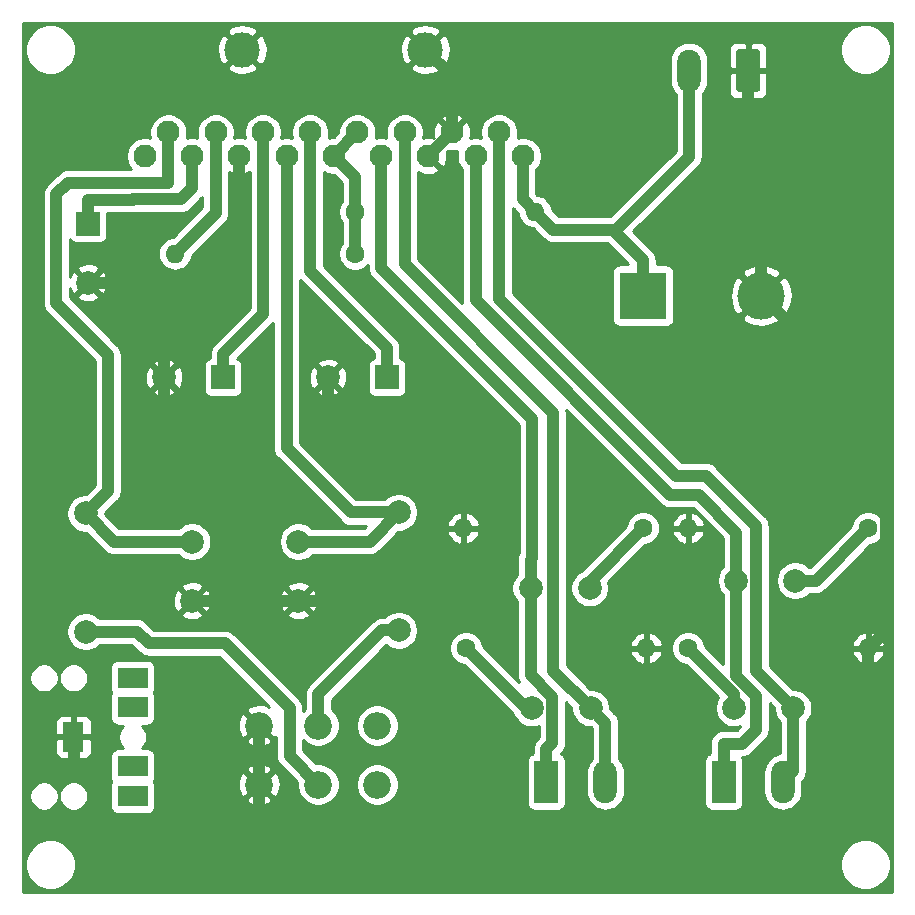
<source format=gbr>
G04 #@! TF.GenerationSoftware,KiCad,Pcbnew,(5.1.2-1)-1*
G04 #@! TF.CreationDate,2019-07-29T11:07:22+08:00*
G04 #@! TF.ProjectId,TA8210,54413832-3130-42e6-9b69-6361645f7063,rev?*
G04 #@! TF.SameCoordinates,Original*
G04 #@! TF.FileFunction,Copper,L2,Bot*
G04 #@! TF.FilePolarity,Positive*
%FSLAX46Y46*%
G04 Gerber Fmt 4.6, Leading zero omitted, Abs format (unit mm)*
G04 Created by KiCad (PCBNEW (5.1.2-1)-1) date 2019-07-29 11:07:22*
%MOMM*%
%LPD*%
G04 APERTURE LIST*
%ADD10C,3.000000*%
%ADD11R,4.000000X4.000000*%
%ADD12C,4.000000*%
%ADD13C,2.000000*%
%ADD14R,2.000000X2.000000*%
%ADD15O,1.600000X1.600000*%
%ADD16C,1.600000*%
%ADD17C,1.950000*%
%ADD18C,2.340000*%
%ADD19O,2.000000X3.600000*%
%ADD20R,2.000000X3.600000*%
%ADD21R,1.800000X2.500000*%
%ADD22R,2.500000X1.800000*%
%ADD23C,0.100000*%
%ADD24C,1.000000*%
%ADD25C,0.254000*%
G04 APERTURE END LIST*
D10*
X104750000Y-63000000D03*
X89250000Y-63000000D03*
D11*
X123190000Y-83820000D03*
D12*
X133190000Y-83820000D03*
D13*
X102500000Y-102174000D03*
X102500000Y-112174000D03*
X85000000Y-104648000D03*
X85000000Y-109648000D03*
X94000000Y-109648000D03*
X94000000Y-104648000D03*
D14*
X101500000Y-90750000D03*
D13*
X96500000Y-90750000D03*
X76200000Y-82724000D03*
D14*
X76200000Y-77724000D03*
D13*
X82630000Y-90750000D03*
D14*
X87630000Y-90750000D03*
D13*
X135890000Y-118745000D03*
X130890000Y-118745000D03*
X118745000Y-118745000D03*
X113745000Y-118745000D03*
X136064000Y-107950000D03*
X131064000Y-107950000D03*
X118665000Y-108585000D03*
X113665000Y-108585000D03*
D15*
X83566000Y-80264000D03*
D16*
X98806000Y-80264000D03*
X127000000Y-113665000D03*
D15*
X142240000Y-113665000D03*
D16*
X108204000Y-113665000D03*
D15*
X123444000Y-113665000D03*
X127000000Y-103505000D03*
D16*
X142240000Y-103505000D03*
D15*
X107950000Y-103505000D03*
D16*
X123190000Y-103505000D03*
D17*
X81000000Y-72000000D03*
X83000000Y-70000000D03*
X85000000Y-72000000D03*
X87000000Y-70000000D03*
X89000000Y-72000000D03*
X91000000Y-70000000D03*
X93000000Y-72000000D03*
X95000000Y-70000000D03*
X97000000Y-72000000D03*
X99000000Y-70000000D03*
X101000000Y-72000000D03*
X103000000Y-70000000D03*
X105000000Y-72000000D03*
X107000000Y-70000000D03*
X109000000Y-72000000D03*
X111000000Y-70000000D03*
X113000000Y-72000000D03*
D18*
X100678000Y-125222000D03*
X95678000Y-125222000D03*
X90678000Y-125222000D03*
X100678000Y-120222000D03*
X95678000Y-120222000D03*
X90678000Y-120222000D03*
D13*
X76000000Y-112268000D03*
X76000000Y-102268000D03*
D16*
X98806000Y-76708000D03*
D15*
X114046000Y-76708000D03*
D19*
X135000000Y-125000000D03*
D20*
X130000000Y-125000000D03*
X115000000Y-125000000D03*
D19*
X120000000Y-125000000D03*
D21*
X74959200Y-121183400D03*
D22*
X79959200Y-126183400D03*
X79959200Y-116183400D03*
X79959200Y-123683400D03*
X79959200Y-118683400D03*
D23*
G36*
X132854504Y-62971204D02*
G01*
X132878773Y-62974804D01*
X132902571Y-62980765D01*
X132925671Y-62989030D01*
X132947849Y-62999520D01*
X132968893Y-63012133D01*
X132988598Y-63026747D01*
X133006777Y-63043223D01*
X133023253Y-63061402D01*
X133037867Y-63081107D01*
X133050480Y-63102151D01*
X133060970Y-63124329D01*
X133069235Y-63147429D01*
X133075196Y-63171227D01*
X133078796Y-63195496D01*
X133080000Y-63220000D01*
X133080000Y-66320000D01*
X133078796Y-66344504D01*
X133075196Y-66368773D01*
X133069235Y-66392571D01*
X133060970Y-66415671D01*
X133050480Y-66437849D01*
X133037867Y-66458893D01*
X133023253Y-66478598D01*
X133006777Y-66496777D01*
X132988598Y-66513253D01*
X132968893Y-66527867D01*
X132947849Y-66540480D01*
X132925671Y-66550970D01*
X132902571Y-66559235D01*
X132878773Y-66565196D01*
X132854504Y-66568796D01*
X132830000Y-66570000D01*
X131330000Y-66570000D01*
X131305496Y-66568796D01*
X131281227Y-66565196D01*
X131257429Y-66559235D01*
X131234329Y-66550970D01*
X131212151Y-66540480D01*
X131191107Y-66527867D01*
X131171402Y-66513253D01*
X131153223Y-66496777D01*
X131136747Y-66478598D01*
X131122133Y-66458893D01*
X131109520Y-66437849D01*
X131099030Y-66415671D01*
X131090765Y-66392571D01*
X131084804Y-66368773D01*
X131081204Y-66344504D01*
X131080000Y-66320000D01*
X131080000Y-63220000D01*
X131081204Y-63195496D01*
X131084804Y-63171227D01*
X131090765Y-63147429D01*
X131099030Y-63124329D01*
X131109520Y-63102151D01*
X131122133Y-63081107D01*
X131136747Y-63061402D01*
X131153223Y-63043223D01*
X131171402Y-63026747D01*
X131191107Y-63012133D01*
X131212151Y-62999520D01*
X131234329Y-62989030D01*
X131257429Y-62980765D01*
X131281227Y-62974804D01*
X131305496Y-62971204D01*
X131330000Y-62970000D01*
X132830000Y-62970000D01*
X132854504Y-62971204D01*
X132854504Y-62971204D01*
G37*
D13*
X132080000Y-64770000D03*
D19*
X127080000Y-64770000D03*
D24*
X93250000Y-122794000D02*
X95678000Y-125222000D01*
X87750000Y-113250000D02*
X93250000Y-118750000D01*
X93250000Y-118750000D02*
X93250000Y-122794000D01*
X81314000Y-113250000D02*
X87750000Y-113250000D01*
X80332000Y-112268000D02*
X81314000Y-113250000D01*
X76000000Y-112268000D02*
X80332000Y-112268000D01*
X95678000Y-118567371D02*
X95678000Y-120222000D01*
X95678000Y-117581787D02*
X95678000Y-118567371D01*
X101085787Y-112174000D02*
X95678000Y-117581787D01*
X102500000Y-112174000D02*
X101085787Y-112174000D01*
X78380000Y-104648000D02*
X76000000Y-102268000D01*
X85000000Y-104648000D02*
X78380000Y-104648000D01*
X77900001Y-100367999D02*
X77900001Y-88849999D01*
X76000000Y-102268000D02*
X77900001Y-100367999D01*
X83000000Y-74250000D02*
X74500000Y-74250000D01*
X83000000Y-74250000D02*
X83000000Y-70000000D01*
X74500000Y-74250000D02*
X73500000Y-75250000D01*
X73500000Y-84449998D02*
X77900001Y-88849999D01*
X73500000Y-75250000D02*
X73500000Y-84449998D01*
X100026000Y-104648000D02*
X102500000Y-102174000D01*
X94000000Y-104648000D02*
X100026000Y-104648000D01*
X98424000Y-102174000D02*
X102500000Y-102174000D01*
X93000000Y-96750000D02*
X98424000Y-102174000D01*
X93000000Y-72000000D02*
X93000000Y-96750000D01*
X89000000Y-78000000D02*
X84276000Y-82724000D01*
X89000000Y-72000000D02*
X89000000Y-78000000D01*
X82630000Y-82844000D02*
X82750000Y-82724000D01*
X82630000Y-95504000D02*
X82630000Y-82844000D01*
X82750000Y-82724000D02*
X76200000Y-82724000D01*
X84276000Y-82724000D02*
X82750000Y-82724000D01*
X107000000Y-70000000D02*
X105000000Y-72000000D01*
X82630000Y-95504000D02*
X89250000Y-102124000D01*
X89250000Y-102124000D02*
X89250000Y-109750000D01*
X89250000Y-109750000D02*
X89148000Y-109648000D01*
X94000000Y-109648000D02*
X88750000Y-109648000D01*
X88750000Y-109648000D02*
X85000000Y-109648000D01*
X89148000Y-109648000D02*
X88750000Y-109648000D01*
X94000000Y-109648000D02*
X97852000Y-109648000D01*
X97852000Y-109648000D02*
X99250000Y-108250000D01*
X99250000Y-108250000D02*
X104250000Y-108250000D01*
X104250000Y-108250000D02*
X105750000Y-109750000D01*
X105750000Y-101250000D02*
X105750000Y-109750000D01*
X96500000Y-95404000D02*
X96500000Y-90750000D01*
X100096000Y-99000000D02*
X96500000Y-95404000D01*
X103500000Y-99000000D02*
X100096000Y-99000000D01*
X105750000Y-101250000D02*
X103500000Y-99000000D01*
X77000000Y-125250000D02*
X75000000Y-123250000D01*
X75000000Y-123250000D02*
X75000000Y-121000000D01*
X79500000Y-130500000D02*
X77000000Y-128000000D01*
X77000000Y-128000000D02*
X77000000Y-125250000D01*
X90678000Y-120222000D02*
X90678000Y-125222000D01*
X90678000Y-130048000D02*
X90226000Y-130500000D01*
X90678000Y-125222000D02*
X90678000Y-130048000D01*
X90226000Y-130500000D02*
X79500000Y-130500000D01*
X105750000Y-109750000D02*
X105750000Y-130479200D01*
X105770800Y-130500000D02*
X90226000Y-130500000D01*
X105750000Y-130479200D02*
X105770800Y-130500000D01*
X121750000Y-130500000D02*
X105770800Y-130500000D01*
X135250000Y-130500000D02*
X125000000Y-130500000D01*
X123444000Y-128944000D02*
X123444000Y-128806000D01*
X125000000Y-130500000D02*
X123444000Y-128944000D01*
X142240000Y-123510000D02*
X135250000Y-130500000D01*
X133190000Y-83820000D02*
X135189999Y-85819999D01*
X123444000Y-128806000D02*
X121750000Y-130500000D01*
X139069999Y-85819999D02*
X143500000Y-90250000D01*
X135189999Y-85819999D02*
X139069999Y-85819999D01*
X143500000Y-95768000D02*
X143500000Y-100320000D01*
X143500000Y-90250000D02*
X143500000Y-95768000D01*
X143500000Y-95768000D02*
X143500000Y-96750000D01*
X143039999Y-112865001D02*
X142240000Y-113665000D01*
X143740001Y-112164999D02*
X143039999Y-112865001D01*
X143740001Y-100560001D02*
X143740001Y-112164999D01*
X143500000Y-100320000D02*
X143740001Y-100560001D01*
X142240000Y-113665000D02*
X142240000Y-123510000D01*
X107000000Y-65250000D02*
X104750000Y-63000000D01*
X107000000Y-70000000D02*
X107000000Y-65250000D01*
X132080000Y-64770000D02*
X132080000Y-71264580D01*
X133190000Y-72374580D02*
X133190000Y-83820000D01*
X132080000Y-71264580D02*
X133190000Y-72374580D01*
X101500000Y-90750000D02*
X101500000Y-88250000D01*
X95000000Y-81750000D02*
X95000000Y-70000000D01*
X101500000Y-88250000D02*
X95000000Y-81750000D01*
X80010000Y-75692000D02*
X76232000Y-75692000D01*
X80018000Y-75684000D02*
X80010000Y-75692000D01*
X76200000Y-75724000D02*
X76200000Y-77724000D01*
X76232000Y-75692000D02*
X76200000Y-75724000D01*
X84066000Y-75684000D02*
X80018000Y-75684000D01*
X85000000Y-74750000D02*
X84066000Y-75684000D01*
X85000000Y-72000000D02*
X85000000Y-74750000D01*
X91000000Y-85380000D02*
X91000000Y-70000000D01*
X87630000Y-88750000D02*
X91000000Y-85380000D01*
X87630000Y-90750000D02*
X87630000Y-88750000D01*
X113000000Y-75662000D02*
X114046000Y-76708000D01*
X113000000Y-72000000D02*
X113000000Y-75662000D01*
X115588000Y-78250000D02*
X114046000Y-76708000D01*
X127080000Y-72056000D02*
X127080000Y-64770000D01*
X120886000Y-78250000D02*
X127080000Y-72056000D01*
X123190000Y-80820000D02*
X120620000Y-78250000D01*
X120620000Y-78250000D02*
X119906000Y-78250000D01*
X123190000Y-83820000D02*
X123190000Y-80820000D01*
X119906000Y-78250000D02*
X120886000Y-78250000D01*
X115588000Y-78250000D02*
X119906000Y-78250000D01*
X135890000Y-124110000D02*
X135000000Y-125000000D01*
X135890000Y-118745000D02*
X135890000Y-124110000D01*
X111000000Y-76456000D02*
X111000000Y-70000000D01*
X111000000Y-76456000D02*
X111000000Y-71520998D01*
X128524000Y-99060000D02*
X125984000Y-99060000D01*
X125984000Y-99060000D02*
X111000000Y-84076000D01*
X111000000Y-84076000D02*
X111000000Y-76456000D01*
X132764001Y-103300001D02*
X128524000Y-99060000D01*
X132764001Y-115619001D02*
X132764001Y-103300001D01*
X135890000Y-118745000D02*
X132764001Y-115619001D01*
X130890000Y-117555000D02*
X127000000Y-113665000D01*
X130890000Y-118745000D02*
X130890000Y-117555000D01*
X120000000Y-120000000D02*
X118745000Y-118745000D01*
X120000000Y-125000000D02*
X120000000Y-120000000D01*
X115570000Y-93726000D02*
X103000000Y-81156000D01*
X103000000Y-81156000D02*
X103000000Y-70000000D01*
X115570000Y-115570000D02*
X115570000Y-93726000D01*
X118745000Y-118745000D02*
X115570000Y-115570000D01*
X113284000Y-118745000D02*
X108204000Y-113665000D01*
X113745000Y-118745000D02*
X113284000Y-118745000D01*
X137795000Y-107950000D02*
X142240000Y-103505000D01*
X136064000Y-107950000D02*
X137795000Y-107950000D01*
X109000000Y-84235000D02*
X109000000Y-72000000D01*
X131064000Y-103886000D02*
X127889000Y-100711000D01*
X131064000Y-108064000D02*
X131064000Y-103886000D01*
X125476000Y-100711000D02*
X109000000Y-84235000D01*
X127889000Y-100711000D02*
X125476000Y-100711000D01*
X130000000Y-125000000D02*
X130000000Y-121750000D01*
X131064000Y-116031930D02*
X132758000Y-117725930D01*
X131064000Y-107950000D02*
X131064000Y-116031930D01*
X130000000Y-121750000D02*
X131574000Y-121750000D01*
X131574000Y-121750000D02*
X132758000Y-120566000D01*
X132758000Y-117725930D02*
X132758000Y-120566000D01*
X118665000Y-108030000D02*
X123190000Y-103505000D01*
X118665000Y-108585000D02*
X118665000Y-108030000D01*
X101000000Y-81500000D02*
X101000000Y-72000000D01*
X113792000Y-94292000D02*
X101000000Y-81500000D01*
X113792000Y-106042000D02*
X113792000Y-94292000D01*
X115499991Y-121700009D02*
X115000000Y-122200000D01*
X115000000Y-122200000D02*
X115000000Y-125000000D01*
X115499991Y-117926009D02*
X115499991Y-117785991D01*
X115499991Y-117926009D02*
X115499991Y-121700009D01*
X113665000Y-115951000D02*
X113665000Y-108585000D01*
X115499991Y-117785991D02*
X113665000Y-115951000D01*
X113665000Y-106169000D02*
X113792000Y-106042000D01*
X113665000Y-108585000D02*
X113665000Y-106169000D01*
X87000000Y-76830000D02*
X87000000Y-70000000D01*
X83566000Y-80264000D02*
X87000000Y-76830000D01*
X99000000Y-70000000D02*
X97000000Y-72000000D01*
X98806000Y-76708000D02*
X98806000Y-80264000D01*
X98806000Y-73806000D02*
X97000000Y-72000000D01*
X98806000Y-76708000D02*
X98806000Y-73806000D01*
D25*
G36*
X144290000Y-134290000D02*
G01*
X70710000Y-134290000D01*
X70710000Y-131789721D01*
X70865000Y-131789721D01*
X70865000Y-132210279D01*
X70947047Y-132622756D01*
X71107988Y-133011302D01*
X71341637Y-133360983D01*
X71639017Y-133658363D01*
X71988698Y-133892012D01*
X72377244Y-134052953D01*
X72789721Y-134135000D01*
X73210279Y-134135000D01*
X73622756Y-134052953D01*
X74011302Y-133892012D01*
X74360983Y-133658363D01*
X74658363Y-133360983D01*
X74892012Y-133011302D01*
X75052953Y-132622756D01*
X75135000Y-132210279D01*
X75135000Y-131789721D01*
X139865000Y-131789721D01*
X139865000Y-132210279D01*
X139947047Y-132622756D01*
X140107988Y-133011302D01*
X140341637Y-133360983D01*
X140639017Y-133658363D01*
X140988698Y-133892012D01*
X141377244Y-134052953D01*
X141789721Y-134135000D01*
X142210279Y-134135000D01*
X142622756Y-134052953D01*
X143011302Y-133892012D01*
X143360983Y-133658363D01*
X143658363Y-133360983D01*
X143892012Y-133011302D01*
X144052953Y-132622756D01*
X144135000Y-132210279D01*
X144135000Y-131789721D01*
X144052953Y-131377244D01*
X143892012Y-130988698D01*
X143658363Y-130639017D01*
X143360983Y-130341637D01*
X143011302Y-130107988D01*
X142622756Y-129947047D01*
X142210279Y-129865000D01*
X141789721Y-129865000D01*
X141377244Y-129947047D01*
X140988698Y-130107988D01*
X140639017Y-130341637D01*
X140341637Y-130639017D01*
X140107988Y-130988698D01*
X139947047Y-131377244D01*
X139865000Y-131789721D01*
X75135000Y-131789721D01*
X75052953Y-131377244D01*
X74892012Y-130988698D01*
X74658363Y-130639017D01*
X74360983Y-130341637D01*
X74011302Y-130107988D01*
X73622756Y-129947047D01*
X73210279Y-129865000D01*
X72789721Y-129865000D01*
X72377244Y-129947047D01*
X71988698Y-130107988D01*
X71639017Y-130341637D01*
X71341637Y-130639017D01*
X71107988Y-130988698D01*
X70947047Y-131377244D01*
X70865000Y-131789721D01*
X70710000Y-131789721D01*
X70710000Y-126061763D01*
X71224200Y-126061763D01*
X71224200Y-126305037D01*
X71271660Y-126543636D01*
X71364757Y-126768392D01*
X71499913Y-126970667D01*
X71671933Y-127142687D01*
X71874208Y-127277843D01*
X72098964Y-127370940D01*
X72337563Y-127418400D01*
X72580837Y-127418400D01*
X72819436Y-127370940D01*
X73044192Y-127277843D01*
X73246467Y-127142687D01*
X73418487Y-126970667D01*
X73553643Y-126768392D01*
X73646740Y-126543636D01*
X73694200Y-126305037D01*
X73694200Y-126061763D01*
X73724200Y-126061763D01*
X73724200Y-126305037D01*
X73771660Y-126543636D01*
X73864757Y-126768392D01*
X73999913Y-126970667D01*
X74171933Y-127142687D01*
X74374208Y-127277843D01*
X74598964Y-127370940D01*
X74837563Y-127418400D01*
X75080837Y-127418400D01*
X75319436Y-127370940D01*
X75544192Y-127277843D01*
X75746467Y-127142687D01*
X75918487Y-126970667D01*
X76053643Y-126768392D01*
X76146740Y-126543636D01*
X76194200Y-126305037D01*
X76194200Y-126061763D01*
X76146740Y-125823164D01*
X76053643Y-125598408D01*
X75918487Y-125396133D01*
X75746467Y-125224113D01*
X75544192Y-125088957D01*
X75319436Y-124995860D01*
X75080837Y-124948400D01*
X74837563Y-124948400D01*
X74598964Y-124995860D01*
X74374208Y-125088957D01*
X74171933Y-125224113D01*
X73999913Y-125396133D01*
X73864757Y-125598408D01*
X73771660Y-125823164D01*
X73724200Y-126061763D01*
X73694200Y-126061763D01*
X73646740Y-125823164D01*
X73553643Y-125598408D01*
X73418487Y-125396133D01*
X73246467Y-125224113D01*
X73044192Y-125088957D01*
X72819436Y-124995860D01*
X72580837Y-124948400D01*
X72337563Y-124948400D01*
X72098964Y-124995860D01*
X71874208Y-125088957D01*
X71671933Y-125224113D01*
X71499913Y-125396133D01*
X71364757Y-125598408D01*
X71271660Y-125823164D01*
X71224200Y-126061763D01*
X70710000Y-126061763D01*
X70710000Y-122433400D01*
X73421128Y-122433400D01*
X73433388Y-122557882D01*
X73469698Y-122677580D01*
X73528663Y-122787894D01*
X73608015Y-122884585D01*
X73704706Y-122963937D01*
X73815020Y-123022902D01*
X73934718Y-123059212D01*
X74059200Y-123071472D01*
X74673450Y-123068400D01*
X74832200Y-122909650D01*
X74832200Y-121310400D01*
X75086200Y-121310400D01*
X75086200Y-122909650D01*
X75244950Y-123068400D01*
X75859200Y-123071472D01*
X75983682Y-123059212D01*
X76103380Y-123022902D01*
X76213694Y-122963937D01*
X76310385Y-122884585D01*
X76389737Y-122787894D01*
X76448702Y-122677580D01*
X76485012Y-122557882D01*
X76497272Y-122433400D01*
X76494200Y-121469150D01*
X76335450Y-121310400D01*
X75086200Y-121310400D01*
X74832200Y-121310400D01*
X73582950Y-121310400D01*
X73424200Y-121469150D01*
X73421128Y-122433400D01*
X70710000Y-122433400D01*
X70710000Y-119933400D01*
X73421128Y-119933400D01*
X73424200Y-120897650D01*
X73582950Y-121056400D01*
X74832200Y-121056400D01*
X74832200Y-119457150D01*
X75086200Y-119457150D01*
X75086200Y-121056400D01*
X76335450Y-121056400D01*
X76494200Y-120897650D01*
X76497272Y-119933400D01*
X76485012Y-119808918D01*
X76448702Y-119689220D01*
X76389737Y-119578906D01*
X76310385Y-119482215D01*
X76213694Y-119402863D01*
X76103380Y-119343898D01*
X75983682Y-119307588D01*
X75859200Y-119295328D01*
X75244950Y-119298400D01*
X75086200Y-119457150D01*
X74832200Y-119457150D01*
X74673450Y-119298400D01*
X74059200Y-119295328D01*
X73934718Y-119307588D01*
X73815020Y-119343898D01*
X73704706Y-119402863D01*
X73608015Y-119482215D01*
X73528663Y-119578906D01*
X73469698Y-119689220D01*
X73433388Y-119808918D01*
X73421128Y-119933400D01*
X70710000Y-119933400D01*
X70710000Y-116061763D01*
X71224200Y-116061763D01*
X71224200Y-116305037D01*
X71271660Y-116543636D01*
X71364757Y-116768392D01*
X71499913Y-116970667D01*
X71671933Y-117142687D01*
X71874208Y-117277843D01*
X72098964Y-117370940D01*
X72337563Y-117418400D01*
X72580837Y-117418400D01*
X72819436Y-117370940D01*
X73044192Y-117277843D01*
X73246467Y-117142687D01*
X73418487Y-116970667D01*
X73553643Y-116768392D01*
X73646740Y-116543636D01*
X73694200Y-116305037D01*
X73694200Y-116061763D01*
X73724200Y-116061763D01*
X73724200Y-116305037D01*
X73771660Y-116543636D01*
X73864757Y-116768392D01*
X73999913Y-116970667D01*
X74171933Y-117142687D01*
X74374208Y-117277843D01*
X74598964Y-117370940D01*
X74837563Y-117418400D01*
X75080837Y-117418400D01*
X75319436Y-117370940D01*
X75544192Y-117277843D01*
X75746467Y-117142687D01*
X75918487Y-116970667D01*
X76053643Y-116768392D01*
X76146740Y-116543636D01*
X76194200Y-116305037D01*
X76194200Y-116061763D01*
X76146740Y-115823164D01*
X76053643Y-115598408D01*
X75918487Y-115396133D01*
X75805754Y-115283400D01*
X78071128Y-115283400D01*
X78071128Y-117083400D01*
X78083388Y-117207882D01*
X78119698Y-117327580D01*
X78176261Y-117433400D01*
X78119698Y-117539220D01*
X78083388Y-117658918D01*
X78071128Y-117783400D01*
X78071128Y-119583400D01*
X78083388Y-119707882D01*
X78119698Y-119827580D01*
X78178663Y-119937894D01*
X78258015Y-120034585D01*
X78354706Y-120113937D01*
X78465020Y-120172902D01*
X78584718Y-120209212D01*
X78709200Y-120221472D01*
X79175886Y-120221472D01*
X79171933Y-120224113D01*
X78999913Y-120396133D01*
X78864757Y-120598408D01*
X78771660Y-120823164D01*
X78724200Y-121061763D01*
X78724200Y-121305037D01*
X78771660Y-121543636D01*
X78864757Y-121768392D01*
X78999913Y-121970667D01*
X79171933Y-122142687D01*
X79175886Y-122145328D01*
X78709200Y-122145328D01*
X78584718Y-122157588D01*
X78465020Y-122193898D01*
X78354706Y-122252863D01*
X78258015Y-122332215D01*
X78178663Y-122428906D01*
X78119698Y-122539220D01*
X78083388Y-122658918D01*
X78071128Y-122783400D01*
X78071128Y-124583400D01*
X78083388Y-124707882D01*
X78119698Y-124827580D01*
X78176261Y-124933400D01*
X78119698Y-125039220D01*
X78083388Y-125158918D01*
X78071128Y-125283400D01*
X78071128Y-127083400D01*
X78083388Y-127207882D01*
X78119698Y-127327580D01*
X78178663Y-127437894D01*
X78258015Y-127534585D01*
X78354706Y-127613937D01*
X78465020Y-127672902D01*
X78584718Y-127709212D01*
X78709200Y-127721472D01*
X81209200Y-127721472D01*
X81333682Y-127709212D01*
X81453380Y-127672902D01*
X81563694Y-127613937D01*
X81660385Y-127534585D01*
X81739737Y-127437894D01*
X81798702Y-127327580D01*
X81835012Y-127207882D01*
X81847272Y-127083400D01*
X81847272Y-126478602D01*
X89601003Y-126478602D01*
X89717275Y-126760389D01*
X90035860Y-126918257D01*
X90379122Y-127010938D01*
X90733869Y-127034873D01*
X91086470Y-126989139D01*
X91423373Y-126875495D01*
X91638725Y-126760389D01*
X91754997Y-126478602D01*
X90678000Y-125401605D01*
X89601003Y-126478602D01*
X81847272Y-126478602D01*
X81847272Y-125283400D01*
X81846728Y-125277869D01*
X88865127Y-125277869D01*
X88910861Y-125630470D01*
X89024505Y-125967373D01*
X89139611Y-126182725D01*
X89421398Y-126298997D01*
X90498395Y-125222000D01*
X90857605Y-125222000D01*
X91934602Y-126298997D01*
X92216389Y-126182725D01*
X92374257Y-125864140D01*
X92466938Y-125520878D01*
X92490873Y-125166131D01*
X92445139Y-124813530D01*
X92331495Y-124476627D01*
X92216389Y-124261275D01*
X91934602Y-124145003D01*
X90857605Y-125222000D01*
X90498395Y-125222000D01*
X89421398Y-124145003D01*
X89139611Y-124261275D01*
X88981743Y-124579860D01*
X88889062Y-124923122D01*
X88865127Y-125277869D01*
X81846728Y-125277869D01*
X81835012Y-125158918D01*
X81798702Y-125039220D01*
X81742139Y-124933400D01*
X81798702Y-124827580D01*
X81835012Y-124707882D01*
X81847272Y-124583400D01*
X81847272Y-123965398D01*
X89601003Y-123965398D01*
X90678000Y-125042395D01*
X91754997Y-123965398D01*
X91638725Y-123683611D01*
X91320140Y-123525743D01*
X90976878Y-123433062D01*
X90622131Y-123409127D01*
X90269530Y-123454861D01*
X89932627Y-123568505D01*
X89717275Y-123683611D01*
X89601003Y-123965398D01*
X81847272Y-123965398D01*
X81847272Y-122783400D01*
X81835012Y-122658918D01*
X81798702Y-122539220D01*
X81739737Y-122428906D01*
X81660385Y-122332215D01*
X81563694Y-122252863D01*
X81453380Y-122193898D01*
X81333682Y-122157588D01*
X81209200Y-122145328D01*
X80742514Y-122145328D01*
X80746467Y-122142687D01*
X80918487Y-121970667D01*
X81053643Y-121768392D01*
X81146740Y-121543636D01*
X81159675Y-121478602D01*
X89601003Y-121478602D01*
X89717275Y-121760389D01*
X90035860Y-121918257D01*
X90379122Y-122010938D01*
X90733869Y-122034873D01*
X91086470Y-121989139D01*
X91423373Y-121875495D01*
X91638725Y-121760389D01*
X91754997Y-121478602D01*
X90678000Y-120401605D01*
X89601003Y-121478602D01*
X81159675Y-121478602D01*
X81194200Y-121305037D01*
X81194200Y-121061763D01*
X81146740Y-120823164D01*
X81053643Y-120598408D01*
X80918487Y-120396133D01*
X80800223Y-120277869D01*
X88865127Y-120277869D01*
X88910861Y-120630470D01*
X89024505Y-120967373D01*
X89139611Y-121182725D01*
X89421398Y-121298997D01*
X90498395Y-120222000D01*
X89421398Y-119145003D01*
X89139611Y-119261275D01*
X88981743Y-119579860D01*
X88889062Y-119923122D01*
X88865127Y-120277869D01*
X80800223Y-120277869D01*
X80746467Y-120224113D01*
X80742514Y-120221472D01*
X81209200Y-120221472D01*
X81333682Y-120209212D01*
X81453380Y-120172902D01*
X81563694Y-120113937D01*
X81660385Y-120034585D01*
X81739737Y-119937894D01*
X81798702Y-119827580D01*
X81835012Y-119707882D01*
X81847272Y-119583400D01*
X81847272Y-117783400D01*
X81835012Y-117658918D01*
X81798702Y-117539220D01*
X81742139Y-117433400D01*
X81798702Y-117327580D01*
X81835012Y-117207882D01*
X81847272Y-117083400D01*
X81847272Y-115283400D01*
X81835012Y-115158918D01*
X81798702Y-115039220D01*
X81739737Y-114928906D01*
X81660385Y-114832215D01*
X81563694Y-114752863D01*
X81453380Y-114693898D01*
X81333682Y-114657588D01*
X81209200Y-114645328D01*
X78709200Y-114645328D01*
X78584718Y-114657588D01*
X78465020Y-114693898D01*
X78354706Y-114752863D01*
X78258015Y-114832215D01*
X78178663Y-114928906D01*
X78119698Y-115039220D01*
X78083388Y-115158918D01*
X78071128Y-115283400D01*
X75805754Y-115283400D01*
X75746467Y-115224113D01*
X75544192Y-115088957D01*
X75319436Y-114995860D01*
X75080837Y-114948400D01*
X74837563Y-114948400D01*
X74598964Y-114995860D01*
X74374208Y-115088957D01*
X74171933Y-115224113D01*
X73999913Y-115396133D01*
X73864757Y-115598408D01*
X73771660Y-115823164D01*
X73724200Y-116061763D01*
X73694200Y-116061763D01*
X73646740Y-115823164D01*
X73553643Y-115598408D01*
X73418487Y-115396133D01*
X73246467Y-115224113D01*
X73044192Y-115088957D01*
X72819436Y-114995860D01*
X72580837Y-114948400D01*
X72337563Y-114948400D01*
X72098964Y-114995860D01*
X71874208Y-115088957D01*
X71671933Y-115224113D01*
X71499913Y-115396133D01*
X71364757Y-115598408D01*
X71271660Y-115823164D01*
X71224200Y-116061763D01*
X70710000Y-116061763D01*
X70710000Y-112106967D01*
X74365000Y-112106967D01*
X74365000Y-112429033D01*
X74427832Y-112744912D01*
X74551082Y-113042463D01*
X74730013Y-113310252D01*
X74957748Y-113537987D01*
X75225537Y-113716918D01*
X75523088Y-113840168D01*
X75838967Y-113903000D01*
X76161033Y-113903000D01*
X76476912Y-113840168D01*
X76774463Y-113716918D01*
X77042252Y-113537987D01*
X77177239Y-113403000D01*
X79861868Y-113403000D01*
X80472013Y-114013145D01*
X80507551Y-114056449D01*
X80550854Y-114091987D01*
X80550856Y-114091989D01*
X80680377Y-114198284D01*
X80877553Y-114303676D01*
X81091501Y-114368577D01*
X81314000Y-114390491D01*
X81369752Y-114385000D01*
X87279869Y-114385000D01*
X91519300Y-118624432D01*
X91320140Y-118525743D01*
X90976878Y-118433062D01*
X90622131Y-118409127D01*
X90269530Y-118454861D01*
X89932627Y-118568505D01*
X89717275Y-118683611D01*
X89601003Y-118965398D01*
X90678000Y-120042395D01*
X90692143Y-120028253D01*
X90871748Y-120207858D01*
X90857605Y-120222000D01*
X91934602Y-121298997D01*
X92115001Y-121224560D01*
X92115001Y-122738239D01*
X92109509Y-122794000D01*
X92131423Y-123016498D01*
X92196324Y-123230446D01*
X92226686Y-123287249D01*
X92301717Y-123427623D01*
X92443552Y-123600449D01*
X92486860Y-123635991D01*
X93876665Y-125025797D01*
X93873000Y-125044223D01*
X93873000Y-125399777D01*
X93942365Y-125748499D01*
X94078429Y-126076988D01*
X94275965Y-126372621D01*
X94527379Y-126624035D01*
X94823012Y-126821571D01*
X95151501Y-126957635D01*
X95500223Y-127027000D01*
X95855777Y-127027000D01*
X96204499Y-126957635D01*
X96532988Y-126821571D01*
X96828621Y-126624035D01*
X97080035Y-126372621D01*
X97277571Y-126076988D01*
X97413635Y-125748499D01*
X97483000Y-125399777D01*
X97483000Y-125044223D01*
X98873000Y-125044223D01*
X98873000Y-125399777D01*
X98942365Y-125748499D01*
X99078429Y-126076988D01*
X99275965Y-126372621D01*
X99527379Y-126624035D01*
X99823012Y-126821571D01*
X100151501Y-126957635D01*
X100500223Y-127027000D01*
X100855777Y-127027000D01*
X101204499Y-126957635D01*
X101532988Y-126821571D01*
X101828621Y-126624035D01*
X102080035Y-126372621D01*
X102277571Y-126076988D01*
X102413635Y-125748499D01*
X102483000Y-125399777D01*
X102483000Y-125044223D01*
X102413635Y-124695501D01*
X102277571Y-124367012D01*
X102080035Y-124071379D01*
X101828621Y-123819965D01*
X101532988Y-123622429D01*
X101204499Y-123486365D01*
X100855777Y-123417000D01*
X100500223Y-123417000D01*
X100151501Y-123486365D01*
X99823012Y-123622429D01*
X99527379Y-123819965D01*
X99275965Y-124071379D01*
X99078429Y-124367012D01*
X98942365Y-124695501D01*
X98873000Y-125044223D01*
X97483000Y-125044223D01*
X97413635Y-124695501D01*
X97277571Y-124367012D01*
X97080035Y-124071379D01*
X96828621Y-123819965D01*
X96532988Y-123622429D01*
X96204499Y-123486365D01*
X95855777Y-123417000D01*
X95500223Y-123417000D01*
X95481797Y-123420665D01*
X94385000Y-122323869D01*
X94385000Y-121481656D01*
X94527379Y-121624035D01*
X94823012Y-121821571D01*
X95151501Y-121957635D01*
X95500223Y-122027000D01*
X95855777Y-122027000D01*
X96204499Y-121957635D01*
X96532988Y-121821571D01*
X96828621Y-121624035D01*
X97080035Y-121372621D01*
X97277571Y-121076988D01*
X97413635Y-120748499D01*
X97483000Y-120399777D01*
X97483000Y-120044223D01*
X98873000Y-120044223D01*
X98873000Y-120399777D01*
X98942365Y-120748499D01*
X99078429Y-121076988D01*
X99275965Y-121372621D01*
X99527379Y-121624035D01*
X99823012Y-121821571D01*
X100151501Y-121957635D01*
X100500223Y-122027000D01*
X100855777Y-122027000D01*
X101204499Y-121957635D01*
X101532988Y-121821571D01*
X101828621Y-121624035D01*
X102080035Y-121372621D01*
X102277571Y-121076988D01*
X102413635Y-120748499D01*
X102483000Y-120399777D01*
X102483000Y-120044223D01*
X102413635Y-119695501D01*
X102277571Y-119367012D01*
X102080035Y-119071379D01*
X101828621Y-118819965D01*
X101532988Y-118622429D01*
X101204499Y-118486365D01*
X100855777Y-118417000D01*
X100500223Y-118417000D01*
X100151501Y-118486365D01*
X99823012Y-118622429D01*
X99527379Y-118819965D01*
X99275965Y-119071379D01*
X99078429Y-119367012D01*
X98942365Y-119695501D01*
X98873000Y-120044223D01*
X97483000Y-120044223D01*
X97413635Y-119695501D01*
X97277571Y-119367012D01*
X97080035Y-119071379D01*
X96828621Y-118819965D01*
X96813000Y-118809527D01*
X96813000Y-118051918D01*
X101439340Y-113425579D01*
X101457748Y-113443987D01*
X101725537Y-113622918D01*
X102023088Y-113746168D01*
X102338967Y-113809000D01*
X102661033Y-113809000D01*
X102976912Y-113746168D01*
X103274463Y-113622918D01*
X103542252Y-113443987D01*
X103769987Y-113216252D01*
X103948918Y-112948463D01*
X104072168Y-112650912D01*
X104135000Y-112335033D01*
X104135000Y-112012967D01*
X104072168Y-111697088D01*
X103948918Y-111399537D01*
X103769987Y-111131748D01*
X103542252Y-110904013D01*
X103274463Y-110725082D01*
X102976912Y-110601832D01*
X102661033Y-110539000D01*
X102338967Y-110539000D01*
X102023088Y-110601832D01*
X101725537Y-110725082D01*
X101457748Y-110904013D01*
X101322761Y-111039000D01*
X101141539Y-111039000D01*
X101085787Y-111033509D01*
X100863288Y-111055423D01*
X100649340Y-111120324D01*
X100452164Y-111225716D01*
X100322643Y-111332011D01*
X100322641Y-111332013D01*
X100279338Y-111367551D01*
X100243800Y-111410854D01*
X94914865Y-116739791D01*
X94871551Y-116775338D01*
X94729716Y-116948164D01*
X94638104Y-117119560D01*
X94624324Y-117145341D01*
X94559423Y-117359289D01*
X94537509Y-117581787D01*
X94543000Y-117637538D01*
X94543000Y-118809527D01*
X94527379Y-118819965D01*
X94385000Y-118962344D01*
X94385000Y-118805752D01*
X94390491Y-118750000D01*
X94377927Y-118622429D01*
X94368577Y-118527501D01*
X94303676Y-118313553D01*
X94198284Y-118116377D01*
X94117739Y-118018233D01*
X94091989Y-117986856D01*
X94091987Y-117986854D01*
X94056449Y-117943551D01*
X94013146Y-117908013D01*
X88591996Y-112486865D01*
X88556449Y-112443551D01*
X88383623Y-112301716D01*
X88186447Y-112196324D01*
X87972499Y-112131423D01*
X87805752Y-112115000D01*
X87805751Y-112115000D01*
X87750000Y-112109509D01*
X87694249Y-112115000D01*
X81784132Y-112115000D01*
X81173995Y-111504864D01*
X81138449Y-111461551D01*
X80965623Y-111319716D01*
X80768447Y-111214324D01*
X80554499Y-111149423D01*
X80387752Y-111133000D01*
X80387751Y-111133000D01*
X80332000Y-111127509D01*
X80276249Y-111133000D01*
X77177239Y-111133000D01*
X77042252Y-110998013D01*
X76774463Y-110819082D01*
X76688351Y-110783413D01*
X84044192Y-110783413D01*
X84139956Y-111047814D01*
X84429571Y-111188704D01*
X84741108Y-111270384D01*
X85062595Y-111289718D01*
X85381675Y-111245961D01*
X85686088Y-111140795D01*
X85860044Y-111047814D01*
X85955808Y-110783413D01*
X93044192Y-110783413D01*
X93139956Y-111047814D01*
X93429571Y-111188704D01*
X93741108Y-111270384D01*
X94062595Y-111289718D01*
X94381675Y-111245961D01*
X94686088Y-111140795D01*
X94860044Y-111047814D01*
X94955808Y-110783413D01*
X94000000Y-109827605D01*
X93044192Y-110783413D01*
X85955808Y-110783413D01*
X85000000Y-109827605D01*
X84044192Y-110783413D01*
X76688351Y-110783413D01*
X76476912Y-110695832D01*
X76161033Y-110633000D01*
X75838967Y-110633000D01*
X75523088Y-110695832D01*
X75225537Y-110819082D01*
X74957748Y-110998013D01*
X74730013Y-111225748D01*
X74551082Y-111493537D01*
X74427832Y-111791088D01*
X74365000Y-112106967D01*
X70710000Y-112106967D01*
X70710000Y-109710595D01*
X83358282Y-109710595D01*
X83402039Y-110029675D01*
X83507205Y-110334088D01*
X83600186Y-110508044D01*
X83864587Y-110603808D01*
X84820395Y-109648000D01*
X85179605Y-109648000D01*
X86135413Y-110603808D01*
X86399814Y-110508044D01*
X86540704Y-110218429D01*
X86622384Y-109906892D01*
X86634189Y-109710595D01*
X92358282Y-109710595D01*
X92402039Y-110029675D01*
X92507205Y-110334088D01*
X92600186Y-110508044D01*
X92864587Y-110603808D01*
X93820395Y-109648000D01*
X94179605Y-109648000D01*
X95135413Y-110603808D01*
X95399814Y-110508044D01*
X95540704Y-110218429D01*
X95622384Y-109906892D01*
X95641718Y-109585405D01*
X95597961Y-109266325D01*
X95492795Y-108961912D01*
X95399814Y-108787956D01*
X95135413Y-108692192D01*
X94179605Y-109648000D01*
X93820395Y-109648000D01*
X92864587Y-108692192D01*
X92600186Y-108787956D01*
X92459296Y-109077571D01*
X92377616Y-109389108D01*
X92358282Y-109710595D01*
X86634189Y-109710595D01*
X86641718Y-109585405D01*
X86597961Y-109266325D01*
X86492795Y-108961912D01*
X86399814Y-108787956D01*
X86135413Y-108692192D01*
X85179605Y-109648000D01*
X84820395Y-109648000D01*
X83864587Y-108692192D01*
X83600186Y-108787956D01*
X83459296Y-109077571D01*
X83377616Y-109389108D01*
X83358282Y-109710595D01*
X70710000Y-109710595D01*
X70710000Y-108512587D01*
X84044192Y-108512587D01*
X85000000Y-109468395D01*
X85955808Y-108512587D01*
X93044192Y-108512587D01*
X94000000Y-109468395D01*
X94955808Y-108512587D01*
X94860044Y-108248186D01*
X94570429Y-108107296D01*
X94258892Y-108025616D01*
X93937405Y-108006282D01*
X93618325Y-108050039D01*
X93313912Y-108155205D01*
X93139956Y-108248186D01*
X93044192Y-108512587D01*
X85955808Y-108512587D01*
X85860044Y-108248186D01*
X85570429Y-108107296D01*
X85258892Y-108025616D01*
X84937405Y-108006282D01*
X84618325Y-108050039D01*
X84313912Y-108155205D01*
X84139956Y-108248186D01*
X84044192Y-108512587D01*
X70710000Y-108512587D01*
X70710000Y-75250000D01*
X72359509Y-75250000D01*
X72365000Y-75305752D01*
X72365001Y-84394237D01*
X72359509Y-84449998D01*
X72381423Y-84672496D01*
X72446324Y-84886444D01*
X72485903Y-84960491D01*
X72551717Y-85083621D01*
X72693552Y-85256447D01*
X72736860Y-85291989D01*
X76765002Y-89320132D01*
X76765001Y-99897867D01*
X76029869Y-100633000D01*
X75838967Y-100633000D01*
X75523088Y-100695832D01*
X75225537Y-100819082D01*
X74957748Y-100998013D01*
X74730013Y-101225748D01*
X74551082Y-101493537D01*
X74427832Y-101791088D01*
X74365000Y-102106967D01*
X74365000Y-102429033D01*
X74427832Y-102744912D01*
X74551082Y-103042463D01*
X74730013Y-103310252D01*
X74957748Y-103537987D01*
X75225537Y-103716918D01*
X75523088Y-103840168D01*
X75838967Y-103903000D01*
X76029869Y-103903000D01*
X77538009Y-105411141D01*
X77573551Y-105454449D01*
X77746377Y-105596284D01*
X77943553Y-105701676D01*
X78157501Y-105766577D01*
X78324248Y-105783000D01*
X78324257Y-105783000D01*
X78379999Y-105788490D01*
X78435741Y-105783000D01*
X83822761Y-105783000D01*
X83957748Y-105917987D01*
X84225537Y-106096918D01*
X84523088Y-106220168D01*
X84838967Y-106283000D01*
X85161033Y-106283000D01*
X85476912Y-106220168D01*
X85774463Y-106096918D01*
X86042252Y-105917987D01*
X86269987Y-105690252D01*
X86448918Y-105422463D01*
X86572168Y-105124912D01*
X86635000Y-104809033D01*
X86635000Y-104486967D01*
X86572168Y-104171088D01*
X86448918Y-103873537D01*
X86269987Y-103605748D01*
X86042252Y-103378013D01*
X85774463Y-103199082D01*
X85476912Y-103075832D01*
X85161033Y-103013000D01*
X84838967Y-103013000D01*
X84523088Y-103075832D01*
X84225537Y-103199082D01*
X83957748Y-103378013D01*
X83822761Y-103513000D01*
X78850132Y-103513000D01*
X77635000Y-102297869D01*
X77635000Y-102238131D01*
X78663142Y-101209990D01*
X78706450Y-101174448D01*
X78848285Y-101001622D01*
X78953677Y-100804446D01*
X79018578Y-100590498D01*
X79035001Y-100423751D01*
X79035001Y-100423744D01*
X79040491Y-100368000D01*
X79035001Y-100312256D01*
X79035001Y-91885413D01*
X81674192Y-91885413D01*
X81769956Y-92149814D01*
X82059571Y-92290704D01*
X82371108Y-92372384D01*
X82692595Y-92391718D01*
X83011675Y-92347961D01*
X83316088Y-92242795D01*
X83490044Y-92149814D01*
X83585808Y-91885413D01*
X82630000Y-90929605D01*
X81674192Y-91885413D01*
X79035001Y-91885413D01*
X79035001Y-90812595D01*
X80988282Y-90812595D01*
X81032039Y-91131675D01*
X81137205Y-91436088D01*
X81230186Y-91610044D01*
X81494587Y-91705808D01*
X82450395Y-90750000D01*
X82809605Y-90750000D01*
X83765413Y-91705808D01*
X84029814Y-91610044D01*
X84170704Y-91320429D01*
X84252384Y-91008892D01*
X84271718Y-90687405D01*
X84227961Y-90368325D01*
X84122795Y-90063912D01*
X84029814Y-89889956D01*
X83765413Y-89794192D01*
X82809605Y-90750000D01*
X82450395Y-90750000D01*
X81494587Y-89794192D01*
X81230186Y-89889956D01*
X81089296Y-90179571D01*
X81007616Y-90491108D01*
X80988282Y-90812595D01*
X79035001Y-90812595D01*
X79035001Y-89614587D01*
X81674192Y-89614587D01*
X82630000Y-90570395D01*
X83585808Y-89614587D01*
X83490044Y-89350186D01*
X83200429Y-89209296D01*
X82888892Y-89127616D01*
X82567405Y-89108282D01*
X82248325Y-89152039D01*
X81943912Y-89257205D01*
X81769956Y-89350186D01*
X81674192Y-89614587D01*
X79035001Y-89614587D01*
X79035001Y-88905750D01*
X79040492Y-88849998D01*
X79018578Y-88627500D01*
X78953677Y-88413552D01*
X78900227Y-88313554D01*
X78848285Y-88216376D01*
X78706450Y-88043550D01*
X78663142Y-88008008D01*
X74635000Y-83979867D01*
X74635000Y-83859413D01*
X75244192Y-83859413D01*
X75339956Y-84123814D01*
X75629571Y-84264704D01*
X75941108Y-84346384D01*
X76262595Y-84365718D01*
X76581675Y-84321961D01*
X76886088Y-84216795D01*
X77060044Y-84123814D01*
X77155808Y-83859413D01*
X76200000Y-82903605D01*
X75244192Y-83859413D01*
X74635000Y-83859413D01*
X74635000Y-83201084D01*
X74707205Y-83410088D01*
X74800186Y-83584044D01*
X75064587Y-83679808D01*
X76020395Y-82724000D01*
X76379605Y-82724000D01*
X77335413Y-83679808D01*
X77599814Y-83584044D01*
X77740704Y-83294429D01*
X77822384Y-82982892D01*
X77841718Y-82661405D01*
X77797961Y-82342325D01*
X77692795Y-82037912D01*
X77599814Y-81863956D01*
X77335413Y-81768192D01*
X76379605Y-82724000D01*
X76020395Y-82724000D01*
X75064587Y-81768192D01*
X74800186Y-81863956D01*
X74659296Y-82153571D01*
X74635000Y-82246239D01*
X74635000Y-81588587D01*
X75244192Y-81588587D01*
X76200000Y-82544395D01*
X77155808Y-81588587D01*
X77060044Y-81324186D01*
X76770429Y-81183296D01*
X76458892Y-81101616D01*
X76137405Y-81082282D01*
X75818325Y-81126039D01*
X75513912Y-81231205D01*
X75339956Y-81324186D01*
X75244192Y-81588587D01*
X74635000Y-81588587D01*
X74635000Y-79014019D01*
X74669463Y-79078494D01*
X74748815Y-79175185D01*
X74845506Y-79254537D01*
X74955820Y-79313502D01*
X75075518Y-79349812D01*
X75200000Y-79362072D01*
X77200000Y-79362072D01*
X77324482Y-79349812D01*
X77444180Y-79313502D01*
X77554494Y-79254537D01*
X77651185Y-79175185D01*
X77730537Y-79078494D01*
X77789502Y-78968180D01*
X77825812Y-78848482D01*
X77838072Y-78724000D01*
X77838072Y-76827000D01*
X79954249Y-76827000D01*
X80010000Y-76832491D01*
X80065751Y-76827000D01*
X80065752Y-76827000D01*
X80146978Y-76819000D01*
X84010249Y-76819000D01*
X84066000Y-76824491D01*
X84121751Y-76819000D01*
X84121752Y-76819000D01*
X84288499Y-76802577D01*
X84502447Y-76737676D01*
X84699623Y-76632284D01*
X84872449Y-76490449D01*
X84907995Y-76447136D01*
X85763140Y-75591992D01*
X85806449Y-75556449D01*
X85865000Y-75485104D01*
X85865000Y-76359868D01*
X83384983Y-78839886D01*
X83284691Y-78849764D01*
X83014192Y-78931818D01*
X82764899Y-79065068D01*
X82546392Y-79244392D01*
X82367068Y-79462899D01*
X82233818Y-79712192D01*
X82151764Y-79982691D01*
X82124057Y-80264000D01*
X82151764Y-80545309D01*
X82233818Y-80815808D01*
X82367068Y-81065101D01*
X82546392Y-81283608D01*
X82764899Y-81462932D01*
X83014192Y-81596182D01*
X83284691Y-81678236D01*
X83495508Y-81699000D01*
X83636492Y-81699000D01*
X83847309Y-81678236D01*
X84117808Y-81596182D01*
X84367101Y-81462932D01*
X84585608Y-81283608D01*
X84764932Y-81065101D01*
X84898182Y-80815808D01*
X84980236Y-80545309D01*
X84990114Y-80445017D01*
X87763141Y-77671991D01*
X87806449Y-77636449D01*
X87948284Y-77463623D01*
X88053676Y-77266447D01*
X88118577Y-77052499D01*
X88135000Y-76885752D01*
X88135000Y-76885743D01*
X88140490Y-76830001D01*
X88135000Y-76774259D01*
X88135000Y-73323624D01*
X88154766Y-73379429D01*
X88440120Y-73517820D01*
X88746990Y-73597883D01*
X89063584Y-73616540D01*
X89377733Y-73573074D01*
X89677367Y-73469156D01*
X89845234Y-73379429D01*
X89865001Y-73323622D01*
X89865000Y-84909867D01*
X86866860Y-87908009D01*
X86823552Y-87943551D01*
X86681717Y-88116377D01*
X86628267Y-88216376D01*
X86576324Y-88313554D01*
X86511423Y-88527502D01*
X86489509Y-88750000D01*
X86495001Y-88805761D01*
X86495001Y-89127378D01*
X86385820Y-89160498D01*
X86275506Y-89219463D01*
X86178815Y-89298815D01*
X86099463Y-89395506D01*
X86040498Y-89505820D01*
X86004188Y-89625518D01*
X85991928Y-89750000D01*
X85991928Y-91750000D01*
X86004188Y-91874482D01*
X86040498Y-91994180D01*
X86099463Y-92104494D01*
X86178815Y-92201185D01*
X86275506Y-92280537D01*
X86385820Y-92339502D01*
X86505518Y-92375812D01*
X86630000Y-92388072D01*
X88630000Y-92388072D01*
X88754482Y-92375812D01*
X88874180Y-92339502D01*
X88984494Y-92280537D01*
X89081185Y-92201185D01*
X89160537Y-92104494D01*
X89219502Y-91994180D01*
X89255812Y-91874482D01*
X89268072Y-91750000D01*
X89268072Y-89750000D01*
X89255812Y-89625518D01*
X89219502Y-89505820D01*
X89160537Y-89395506D01*
X89081185Y-89298815D01*
X88984494Y-89219463D01*
X88874180Y-89160498D01*
X88836165Y-89148966D01*
X91763146Y-86221987D01*
X91806449Y-86186449D01*
X91865001Y-86115104D01*
X91865001Y-96694238D01*
X91859509Y-96750000D01*
X91881423Y-96972498D01*
X91946324Y-97186446D01*
X91946325Y-97186447D01*
X92051717Y-97383623D01*
X92193552Y-97556449D01*
X92236860Y-97591991D01*
X97582009Y-102937141D01*
X97617551Y-102980449D01*
X97790377Y-103122284D01*
X97987553Y-103227676D01*
X98201501Y-103292577D01*
X98368248Y-103309000D01*
X98368257Y-103309000D01*
X98423999Y-103314490D01*
X98479741Y-103309000D01*
X99759869Y-103309000D01*
X99555869Y-103513000D01*
X95177239Y-103513000D01*
X95042252Y-103378013D01*
X94774463Y-103199082D01*
X94476912Y-103075832D01*
X94161033Y-103013000D01*
X93838967Y-103013000D01*
X93523088Y-103075832D01*
X93225537Y-103199082D01*
X92957748Y-103378013D01*
X92730013Y-103605748D01*
X92551082Y-103873537D01*
X92427832Y-104171088D01*
X92365000Y-104486967D01*
X92365000Y-104809033D01*
X92427832Y-105124912D01*
X92551082Y-105422463D01*
X92730013Y-105690252D01*
X92957748Y-105917987D01*
X93225537Y-106096918D01*
X93523088Y-106220168D01*
X93838967Y-106283000D01*
X94161033Y-106283000D01*
X94476912Y-106220168D01*
X94774463Y-106096918D01*
X95042252Y-105917987D01*
X95177239Y-105783000D01*
X99970249Y-105783000D01*
X100026000Y-105788491D01*
X100081751Y-105783000D01*
X100081752Y-105783000D01*
X100248499Y-105766577D01*
X100462447Y-105701676D01*
X100659623Y-105596284D01*
X100832449Y-105454449D01*
X100867996Y-105411135D01*
X102425092Y-103854039D01*
X106558096Y-103854039D01*
X106598754Y-103988087D01*
X106718963Y-104242420D01*
X106886481Y-104468414D01*
X107094869Y-104657385D01*
X107336119Y-104802070D01*
X107600960Y-104896909D01*
X107823000Y-104775624D01*
X107823000Y-103632000D01*
X108077000Y-103632000D01*
X108077000Y-104775624D01*
X108299040Y-104896909D01*
X108563881Y-104802070D01*
X108805131Y-104657385D01*
X109013519Y-104468414D01*
X109181037Y-104242420D01*
X109301246Y-103988087D01*
X109341904Y-103854039D01*
X109219915Y-103632000D01*
X108077000Y-103632000D01*
X107823000Y-103632000D01*
X106680085Y-103632000D01*
X106558096Y-103854039D01*
X102425092Y-103854039D01*
X102470132Y-103809000D01*
X102661033Y-103809000D01*
X102976912Y-103746168D01*
X103274463Y-103622918D01*
X103542252Y-103443987D01*
X103769987Y-103216252D01*
X103810272Y-103155961D01*
X106558096Y-103155961D01*
X106680085Y-103378000D01*
X107823000Y-103378000D01*
X107823000Y-102234376D01*
X108077000Y-102234376D01*
X108077000Y-103378000D01*
X109219915Y-103378000D01*
X109341904Y-103155961D01*
X109301246Y-103021913D01*
X109181037Y-102767580D01*
X109013519Y-102541586D01*
X108805131Y-102352615D01*
X108563881Y-102207930D01*
X108299040Y-102113091D01*
X108077000Y-102234376D01*
X107823000Y-102234376D01*
X107600960Y-102113091D01*
X107336119Y-102207930D01*
X107094869Y-102352615D01*
X106886481Y-102541586D01*
X106718963Y-102767580D01*
X106598754Y-103021913D01*
X106558096Y-103155961D01*
X103810272Y-103155961D01*
X103948918Y-102948463D01*
X104072168Y-102650912D01*
X104135000Y-102335033D01*
X104135000Y-102012967D01*
X104072168Y-101697088D01*
X103948918Y-101399537D01*
X103769987Y-101131748D01*
X103542252Y-100904013D01*
X103274463Y-100725082D01*
X102976912Y-100601832D01*
X102661033Y-100539000D01*
X102338967Y-100539000D01*
X102023088Y-100601832D01*
X101725537Y-100725082D01*
X101457748Y-100904013D01*
X101322761Y-101039000D01*
X98894132Y-101039000D01*
X94135000Y-96279869D01*
X94135000Y-91885413D01*
X95544192Y-91885413D01*
X95639956Y-92149814D01*
X95929571Y-92290704D01*
X96241108Y-92372384D01*
X96562595Y-92391718D01*
X96881675Y-92347961D01*
X97186088Y-92242795D01*
X97360044Y-92149814D01*
X97455808Y-91885413D01*
X96500000Y-90929605D01*
X95544192Y-91885413D01*
X94135000Y-91885413D01*
X94135000Y-90812595D01*
X94858282Y-90812595D01*
X94902039Y-91131675D01*
X95007205Y-91436088D01*
X95100186Y-91610044D01*
X95364587Y-91705808D01*
X96320395Y-90750000D01*
X96679605Y-90750000D01*
X97635413Y-91705808D01*
X97899814Y-91610044D01*
X98040704Y-91320429D01*
X98122384Y-91008892D01*
X98141718Y-90687405D01*
X98097961Y-90368325D01*
X97992795Y-90063912D01*
X97899814Y-89889956D01*
X97635413Y-89794192D01*
X96679605Y-90750000D01*
X96320395Y-90750000D01*
X95364587Y-89794192D01*
X95100186Y-89889956D01*
X94959296Y-90179571D01*
X94877616Y-90491108D01*
X94858282Y-90812595D01*
X94135000Y-90812595D01*
X94135000Y-89614587D01*
X95544192Y-89614587D01*
X96500000Y-90570395D01*
X97455808Y-89614587D01*
X97360044Y-89350186D01*
X97070429Y-89209296D01*
X96758892Y-89127616D01*
X96437405Y-89108282D01*
X96118325Y-89152039D01*
X95813912Y-89257205D01*
X95639956Y-89350186D01*
X95544192Y-89614587D01*
X94135000Y-89614587D01*
X94135000Y-82485105D01*
X94193551Y-82556449D01*
X94236865Y-82591996D01*
X100365001Y-88720133D01*
X100365001Y-89127378D01*
X100255820Y-89160498D01*
X100145506Y-89219463D01*
X100048815Y-89298815D01*
X99969463Y-89395506D01*
X99910498Y-89505820D01*
X99874188Y-89625518D01*
X99861928Y-89750000D01*
X99861928Y-91750000D01*
X99874188Y-91874482D01*
X99910498Y-91994180D01*
X99969463Y-92104494D01*
X100048815Y-92201185D01*
X100145506Y-92280537D01*
X100255820Y-92339502D01*
X100375518Y-92375812D01*
X100500000Y-92388072D01*
X102500000Y-92388072D01*
X102624482Y-92375812D01*
X102744180Y-92339502D01*
X102854494Y-92280537D01*
X102951185Y-92201185D01*
X103030537Y-92104494D01*
X103089502Y-91994180D01*
X103125812Y-91874482D01*
X103138072Y-91750000D01*
X103138072Y-89750000D01*
X103125812Y-89625518D01*
X103089502Y-89505820D01*
X103030537Y-89395506D01*
X102951185Y-89298815D01*
X102854494Y-89219463D01*
X102744180Y-89160498D01*
X102635000Y-89127379D01*
X102635000Y-88305751D01*
X102640491Y-88249999D01*
X102618577Y-88027500D01*
X102593111Y-87943551D01*
X102553676Y-87813553D01*
X102448284Y-87616377D01*
X102306449Y-87443551D01*
X102263141Y-87408009D01*
X96135000Y-81279869D01*
X96135000Y-73358356D01*
X96237379Y-73426763D01*
X96530380Y-73548129D01*
X96841429Y-73610000D01*
X97004868Y-73610000D01*
X97671001Y-74276133D01*
X97671000Y-75823716D01*
X97534320Y-76028273D01*
X97426147Y-76289426D01*
X97371000Y-76566665D01*
X97371000Y-76849335D01*
X97426147Y-77126574D01*
X97534320Y-77387727D01*
X97671000Y-77592284D01*
X97671001Y-79379715D01*
X97534320Y-79584273D01*
X97426147Y-79845426D01*
X97371000Y-80122665D01*
X97371000Y-80405335D01*
X97426147Y-80682574D01*
X97534320Y-80943727D01*
X97691363Y-81178759D01*
X97891241Y-81378637D01*
X98126273Y-81535680D01*
X98387426Y-81643853D01*
X98664665Y-81699000D01*
X98947335Y-81699000D01*
X99224574Y-81643853D01*
X99485727Y-81535680D01*
X99720759Y-81378637D01*
X99865000Y-81234396D01*
X99865000Y-81444248D01*
X99859509Y-81500000D01*
X99865000Y-81555751D01*
X99881423Y-81722498D01*
X99946324Y-81936446D01*
X100051716Y-82133623D01*
X100193551Y-82306449D01*
X100236865Y-82341996D01*
X112657001Y-94762133D01*
X112657000Y-105647100D01*
X112611324Y-105732554D01*
X112546423Y-105946502D01*
X112524509Y-106169000D01*
X112530001Y-106224761D01*
X112530000Y-107407761D01*
X112395013Y-107542748D01*
X112216082Y-107810537D01*
X112092832Y-108108088D01*
X112030000Y-108423967D01*
X112030000Y-108746033D01*
X112092832Y-109061912D01*
X112216082Y-109359463D01*
X112395013Y-109627252D01*
X112530001Y-109762240D01*
X112530000Y-115895248D01*
X112524509Y-115951000D01*
X112530000Y-116006751D01*
X112546423Y-116173498D01*
X112611324Y-116387446D01*
X112702893Y-116558761D01*
X109631850Y-113487719D01*
X109583853Y-113246426D01*
X109475680Y-112985273D01*
X109318637Y-112750241D01*
X109118759Y-112550363D01*
X108883727Y-112393320D01*
X108622574Y-112285147D01*
X108345335Y-112230000D01*
X108062665Y-112230000D01*
X107785426Y-112285147D01*
X107524273Y-112393320D01*
X107289241Y-112550363D01*
X107089363Y-112750241D01*
X106932320Y-112985273D01*
X106824147Y-113246426D01*
X106769000Y-113523665D01*
X106769000Y-113806335D01*
X106824147Y-114083574D01*
X106932320Y-114344727D01*
X107089363Y-114579759D01*
X107289241Y-114779637D01*
X107524273Y-114936680D01*
X107785426Y-115044853D01*
X108026719Y-115092850D01*
X112184890Y-119251022D01*
X112296082Y-119519463D01*
X112475013Y-119787252D01*
X112702748Y-120014987D01*
X112970537Y-120193918D01*
X113268088Y-120317168D01*
X113583967Y-120380000D01*
X113906033Y-120380000D01*
X114221912Y-120317168D01*
X114364992Y-120257902D01*
X114364992Y-121229877D01*
X114236865Y-121358004D01*
X114193551Y-121393551D01*
X114051716Y-121566377D01*
X113958741Y-121740324D01*
X113946324Y-121763554D01*
X113881423Y-121977502D01*
X113859509Y-122200000D01*
X113865000Y-122255752D01*
X113865000Y-122577379D01*
X113755820Y-122610498D01*
X113645506Y-122669463D01*
X113548815Y-122748815D01*
X113469463Y-122845506D01*
X113410498Y-122955820D01*
X113374188Y-123075518D01*
X113361928Y-123200000D01*
X113361928Y-126800000D01*
X113374188Y-126924482D01*
X113410498Y-127044180D01*
X113469463Y-127154494D01*
X113548815Y-127251185D01*
X113645506Y-127330537D01*
X113755820Y-127389502D01*
X113875518Y-127425812D01*
X114000000Y-127438072D01*
X116000000Y-127438072D01*
X116124482Y-127425812D01*
X116244180Y-127389502D01*
X116354494Y-127330537D01*
X116451185Y-127251185D01*
X116530537Y-127154494D01*
X116589502Y-127044180D01*
X116625812Y-126924482D01*
X116638072Y-126800000D01*
X116638072Y-123200000D01*
X116625812Y-123075518D01*
X116589502Y-122955820D01*
X116530537Y-122845506D01*
X116451185Y-122748815D01*
X116354494Y-122669463D01*
X116244180Y-122610498D01*
X116206165Y-122598966D01*
X116263126Y-122542005D01*
X116306440Y-122506458D01*
X116448275Y-122333632D01*
X116553667Y-122136456D01*
X116618568Y-121922508D01*
X116633747Y-121768392D01*
X116640482Y-121700010D01*
X116634991Y-121644258D01*
X116634991Y-118240123D01*
X117110000Y-118715132D01*
X117110000Y-118906033D01*
X117172832Y-119221912D01*
X117296082Y-119519463D01*
X117475013Y-119787252D01*
X117702748Y-120014987D01*
X117970537Y-120193918D01*
X118268088Y-120317168D01*
X118583967Y-120380000D01*
X118774868Y-120380000D01*
X118865001Y-120470133D01*
X118865000Y-123016362D01*
X118838286Y-123038286D01*
X118633969Y-123287249D01*
X118482148Y-123571286D01*
X118388657Y-123879485D01*
X118365000Y-124119679D01*
X118365000Y-125880322D01*
X118388658Y-126120516D01*
X118482149Y-126428715D01*
X118633970Y-126712752D01*
X118838287Y-126961714D01*
X119087249Y-127166031D01*
X119371286Y-127317852D01*
X119679485Y-127411343D01*
X120000000Y-127442911D01*
X120320516Y-127411343D01*
X120628715Y-127317852D01*
X120912752Y-127166031D01*
X121161714Y-126961714D01*
X121366031Y-126712752D01*
X121517852Y-126428715D01*
X121611343Y-126120516D01*
X121635000Y-125880322D01*
X121635000Y-124119678D01*
X121611343Y-123879484D01*
X121517852Y-123571285D01*
X121366031Y-123287248D01*
X121161714Y-123038286D01*
X121135000Y-123016363D01*
X121135000Y-120055751D01*
X121140491Y-119999999D01*
X121118577Y-119777501D01*
X121053676Y-119563553D01*
X121047206Y-119551448D01*
X120948284Y-119366377D01*
X120806449Y-119193551D01*
X120763140Y-119158008D01*
X120380000Y-118774868D01*
X120380000Y-118583967D01*
X120317168Y-118268088D01*
X120193918Y-117970537D01*
X120014987Y-117702748D01*
X119787252Y-117475013D01*
X119519463Y-117296082D01*
X119221912Y-117172832D01*
X118906033Y-117110000D01*
X118715132Y-117110000D01*
X116705000Y-115099869D01*
X116705000Y-114014039D01*
X122052096Y-114014039D01*
X122092754Y-114148087D01*
X122212963Y-114402420D01*
X122380481Y-114628414D01*
X122588869Y-114817385D01*
X122830119Y-114962070D01*
X123094960Y-115056909D01*
X123317000Y-114935624D01*
X123317000Y-113792000D01*
X123571000Y-113792000D01*
X123571000Y-114935624D01*
X123793040Y-115056909D01*
X124057881Y-114962070D01*
X124299131Y-114817385D01*
X124507519Y-114628414D01*
X124675037Y-114402420D01*
X124795246Y-114148087D01*
X124835904Y-114014039D01*
X124713915Y-113792000D01*
X123571000Y-113792000D01*
X123317000Y-113792000D01*
X122174085Y-113792000D01*
X122052096Y-114014039D01*
X116705000Y-114014039D01*
X116705000Y-113315961D01*
X122052096Y-113315961D01*
X122174085Y-113538000D01*
X123317000Y-113538000D01*
X123317000Y-112394376D01*
X123571000Y-112394376D01*
X123571000Y-113538000D01*
X124713915Y-113538000D01*
X124835904Y-113315961D01*
X124795246Y-113181913D01*
X124675037Y-112927580D01*
X124507519Y-112701586D01*
X124299131Y-112512615D01*
X124057881Y-112367930D01*
X123793040Y-112273091D01*
X123571000Y-112394376D01*
X123317000Y-112394376D01*
X123094960Y-112273091D01*
X122830119Y-112367930D01*
X122588869Y-112512615D01*
X122380481Y-112701586D01*
X122212963Y-112927580D01*
X122092754Y-113181913D01*
X122052096Y-113315961D01*
X116705000Y-113315961D01*
X116705000Y-108423967D01*
X117030000Y-108423967D01*
X117030000Y-108746033D01*
X117092832Y-109061912D01*
X117216082Y-109359463D01*
X117395013Y-109627252D01*
X117622748Y-109854987D01*
X117890537Y-110033918D01*
X118188088Y-110157168D01*
X118503967Y-110220000D01*
X118826033Y-110220000D01*
X119141912Y-110157168D01*
X119439463Y-110033918D01*
X119707252Y-109854987D01*
X119934987Y-109627252D01*
X120113918Y-109359463D01*
X120237168Y-109061912D01*
X120300000Y-108746033D01*
X120300000Y-108423967D01*
X120237168Y-108108088D01*
X120223951Y-108076180D01*
X123367282Y-104932850D01*
X123608574Y-104884853D01*
X123869727Y-104776680D01*
X124104759Y-104619637D01*
X124304637Y-104419759D01*
X124461680Y-104184727D01*
X124569853Y-103923574D01*
X124583684Y-103854039D01*
X125608096Y-103854039D01*
X125648754Y-103988087D01*
X125768963Y-104242420D01*
X125936481Y-104468414D01*
X126144869Y-104657385D01*
X126386119Y-104802070D01*
X126650960Y-104896909D01*
X126873000Y-104775624D01*
X126873000Y-103632000D01*
X127127000Y-103632000D01*
X127127000Y-104775624D01*
X127349040Y-104896909D01*
X127613881Y-104802070D01*
X127855131Y-104657385D01*
X128063519Y-104468414D01*
X128231037Y-104242420D01*
X128351246Y-103988087D01*
X128391904Y-103854039D01*
X128269915Y-103632000D01*
X127127000Y-103632000D01*
X126873000Y-103632000D01*
X125730085Y-103632000D01*
X125608096Y-103854039D01*
X124583684Y-103854039D01*
X124625000Y-103646335D01*
X124625000Y-103363665D01*
X124583685Y-103155961D01*
X125608096Y-103155961D01*
X125730085Y-103378000D01*
X126873000Y-103378000D01*
X126873000Y-102234376D01*
X127127000Y-102234376D01*
X127127000Y-103378000D01*
X128269915Y-103378000D01*
X128391904Y-103155961D01*
X128351246Y-103021913D01*
X128231037Y-102767580D01*
X128063519Y-102541586D01*
X127855131Y-102352615D01*
X127613881Y-102207930D01*
X127349040Y-102113091D01*
X127127000Y-102234376D01*
X126873000Y-102234376D01*
X126650960Y-102113091D01*
X126386119Y-102207930D01*
X126144869Y-102352615D01*
X125936481Y-102541586D01*
X125768963Y-102767580D01*
X125648754Y-103021913D01*
X125608096Y-103155961D01*
X124583685Y-103155961D01*
X124569853Y-103086426D01*
X124461680Y-102825273D01*
X124304637Y-102590241D01*
X124104759Y-102390363D01*
X123869727Y-102233320D01*
X123608574Y-102125147D01*
X123331335Y-102070000D01*
X123048665Y-102070000D01*
X122771426Y-102125147D01*
X122510273Y-102233320D01*
X122275241Y-102390363D01*
X122075363Y-102590241D01*
X121918320Y-102825273D01*
X121810147Y-103086426D01*
X121762150Y-103327718D01*
X117998512Y-107091357D01*
X117890537Y-107136082D01*
X117622748Y-107315013D01*
X117395013Y-107542748D01*
X117216082Y-107810537D01*
X117092832Y-108108088D01*
X117030000Y-108423967D01*
X116705000Y-108423967D01*
X116705000Y-93781741D01*
X116710490Y-93725999D01*
X116705000Y-93670257D01*
X116705000Y-93670248D01*
X116691331Y-93531463D01*
X124634013Y-101474146D01*
X124669551Y-101517449D01*
X124712854Y-101552987D01*
X124712856Y-101552989D01*
X124842377Y-101659284D01*
X125039553Y-101764676D01*
X125253501Y-101829577D01*
X125476000Y-101851491D01*
X125531752Y-101846000D01*
X127418869Y-101846000D01*
X129929001Y-104356133D01*
X129929000Y-106772761D01*
X129794013Y-106907748D01*
X129615082Y-107175537D01*
X129491832Y-107473088D01*
X129429000Y-107788967D01*
X129429000Y-108111033D01*
X129491832Y-108426912D01*
X129615082Y-108724463D01*
X129794013Y-108992252D01*
X129929000Y-109127239D01*
X129929001Y-114988869D01*
X128427850Y-113487719D01*
X128379853Y-113246426D01*
X128271680Y-112985273D01*
X128114637Y-112750241D01*
X127914759Y-112550363D01*
X127679727Y-112393320D01*
X127418574Y-112285147D01*
X127141335Y-112230000D01*
X126858665Y-112230000D01*
X126581426Y-112285147D01*
X126320273Y-112393320D01*
X126085241Y-112550363D01*
X125885363Y-112750241D01*
X125728320Y-112985273D01*
X125620147Y-113246426D01*
X125565000Y-113523665D01*
X125565000Y-113806335D01*
X125620147Y-114083574D01*
X125728320Y-114344727D01*
X125885363Y-114579759D01*
X126085241Y-114779637D01*
X126320273Y-114936680D01*
X126581426Y-115044853D01*
X126822719Y-115092850D01*
X129544952Y-117815084D01*
X129441082Y-117970537D01*
X129317832Y-118268088D01*
X129255000Y-118583967D01*
X129255000Y-118906033D01*
X129317832Y-119221912D01*
X129441082Y-119519463D01*
X129620013Y-119787252D01*
X129847748Y-120014987D01*
X130115537Y-120193918D01*
X130413088Y-120317168D01*
X130728967Y-120380000D01*
X131051033Y-120380000D01*
X131366912Y-120317168D01*
X131426300Y-120292569D01*
X131103869Y-120615000D01*
X130055752Y-120615000D01*
X130000000Y-120609509D01*
X129944249Y-120615000D01*
X129944248Y-120615000D01*
X129777501Y-120631423D01*
X129563553Y-120696324D01*
X129366377Y-120801716D01*
X129193551Y-120943551D01*
X129051716Y-121116377D01*
X128946324Y-121313553D01*
X128881423Y-121527501D01*
X128859509Y-121750000D01*
X128865001Y-121805761D01*
X128865001Y-122577378D01*
X128755820Y-122610498D01*
X128645506Y-122669463D01*
X128548815Y-122748815D01*
X128469463Y-122845506D01*
X128410498Y-122955820D01*
X128374188Y-123075518D01*
X128361928Y-123200000D01*
X128361928Y-126800000D01*
X128374188Y-126924482D01*
X128410498Y-127044180D01*
X128469463Y-127154494D01*
X128548815Y-127251185D01*
X128645506Y-127330537D01*
X128755820Y-127389502D01*
X128875518Y-127425812D01*
X129000000Y-127438072D01*
X131000000Y-127438072D01*
X131124482Y-127425812D01*
X131244180Y-127389502D01*
X131354494Y-127330537D01*
X131451185Y-127251185D01*
X131530537Y-127154494D01*
X131589502Y-127044180D01*
X131625812Y-126924482D01*
X131638072Y-126800000D01*
X131638072Y-123200000D01*
X131625812Y-123075518D01*
X131589502Y-122955820D01*
X131553503Y-122888472D01*
X131574000Y-122890491D01*
X131629751Y-122885000D01*
X131629752Y-122885000D01*
X131796499Y-122868577D01*
X132010447Y-122803676D01*
X132207623Y-122698284D01*
X132380449Y-122556449D01*
X132415996Y-122513135D01*
X133521140Y-121407992D01*
X133564449Y-121372449D01*
X133706284Y-121199623D01*
X133811676Y-121002447D01*
X133876577Y-120788499D01*
X133893000Y-120621752D01*
X133898491Y-120566000D01*
X133893000Y-120510248D01*
X133893000Y-118353132D01*
X134255000Y-118715132D01*
X134255000Y-118906033D01*
X134317832Y-119221912D01*
X134441082Y-119519463D01*
X134620013Y-119787252D01*
X134755000Y-119922239D01*
X134755001Y-122581219D01*
X134679484Y-122588657D01*
X134371285Y-122682148D01*
X134087248Y-122833969D01*
X133838286Y-123038286D01*
X133633969Y-123287249D01*
X133482148Y-123571286D01*
X133388657Y-123879485D01*
X133365000Y-124119679D01*
X133365000Y-125880322D01*
X133388658Y-126120516D01*
X133482149Y-126428715D01*
X133633970Y-126712752D01*
X133838287Y-126961714D01*
X134087249Y-127166031D01*
X134371286Y-127317852D01*
X134679485Y-127411343D01*
X135000000Y-127442911D01*
X135320516Y-127411343D01*
X135628715Y-127317852D01*
X135912752Y-127166031D01*
X136161714Y-126961714D01*
X136366031Y-126712752D01*
X136517852Y-126428715D01*
X136611343Y-126120516D01*
X136635000Y-125880322D01*
X136635000Y-124970132D01*
X136653140Y-124951992D01*
X136696449Y-124916449D01*
X136838284Y-124743623D01*
X136943676Y-124546447D01*
X137008577Y-124332499D01*
X137025000Y-124165752D01*
X137030491Y-124110001D01*
X137025000Y-124054249D01*
X137025000Y-119922239D01*
X137159987Y-119787252D01*
X137338918Y-119519463D01*
X137462168Y-119221912D01*
X137525000Y-118906033D01*
X137525000Y-118583967D01*
X137462168Y-118268088D01*
X137338918Y-117970537D01*
X137159987Y-117702748D01*
X136932252Y-117475013D01*
X136664463Y-117296082D01*
X136366912Y-117172832D01*
X136051033Y-117110000D01*
X135860132Y-117110000D01*
X133899001Y-115148870D01*
X133899001Y-114014039D01*
X140848096Y-114014039D01*
X140888754Y-114148087D01*
X141008963Y-114402420D01*
X141176481Y-114628414D01*
X141384869Y-114817385D01*
X141626119Y-114962070D01*
X141890960Y-115056909D01*
X142113000Y-114935624D01*
X142113000Y-113792000D01*
X142367000Y-113792000D01*
X142367000Y-114935624D01*
X142589040Y-115056909D01*
X142853881Y-114962070D01*
X143095131Y-114817385D01*
X143303519Y-114628414D01*
X143471037Y-114402420D01*
X143591246Y-114148087D01*
X143631904Y-114014039D01*
X143509915Y-113792000D01*
X142367000Y-113792000D01*
X142113000Y-113792000D01*
X140970085Y-113792000D01*
X140848096Y-114014039D01*
X133899001Y-114014039D01*
X133899001Y-113315961D01*
X140848096Y-113315961D01*
X140970085Y-113538000D01*
X142113000Y-113538000D01*
X142113000Y-112394376D01*
X142367000Y-112394376D01*
X142367000Y-113538000D01*
X143509915Y-113538000D01*
X143631904Y-113315961D01*
X143591246Y-113181913D01*
X143471037Y-112927580D01*
X143303519Y-112701586D01*
X143095131Y-112512615D01*
X142853881Y-112367930D01*
X142589040Y-112273091D01*
X142367000Y-112394376D01*
X142113000Y-112394376D01*
X141890960Y-112273091D01*
X141626119Y-112367930D01*
X141384869Y-112512615D01*
X141176481Y-112701586D01*
X141008963Y-112927580D01*
X140888754Y-113181913D01*
X140848096Y-113315961D01*
X133899001Y-113315961D01*
X133899001Y-107788967D01*
X134429000Y-107788967D01*
X134429000Y-108111033D01*
X134491832Y-108426912D01*
X134615082Y-108724463D01*
X134794013Y-108992252D01*
X135021748Y-109219987D01*
X135289537Y-109398918D01*
X135587088Y-109522168D01*
X135902967Y-109585000D01*
X136225033Y-109585000D01*
X136540912Y-109522168D01*
X136838463Y-109398918D01*
X137106252Y-109219987D01*
X137241239Y-109085000D01*
X137739249Y-109085000D01*
X137795000Y-109090491D01*
X137850751Y-109085000D01*
X137850752Y-109085000D01*
X138017499Y-109068577D01*
X138231447Y-109003676D01*
X138428623Y-108898284D01*
X138601449Y-108756449D01*
X138636996Y-108713135D01*
X142417282Y-104932850D01*
X142658574Y-104884853D01*
X142919727Y-104776680D01*
X143154759Y-104619637D01*
X143354637Y-104419759D01*
X143511680Y-104184727D01*
X143619853Y-103923574D01*
X143675000Y-103646335D01*
X143675000Y-103363665D01*
X143619853Y-103086426D01*
X143511680Y-102825273D01*
X143354637Y-102590241D01*
X143154759Y-102390363D01*
X142919727Y-102233320D01*
X142658574Y-102125147D01*
X142381335Y-102070000D01*
X142098665Y-102070000D01*
X141821426Y-102125147D01*
X141560273Y-102233320D01*
X141325241Y-102390363D01*
X141125363Y-102590241D01*
X140968320Y-102825273D01*
X140860147Y-103086426D01*
X140812150Y-103327718D01*
X137324869Y-106815000D01*
X137241239Y-106815000D01*
X137106252Y-106680013D01*
X136838463Y-106501082D01*
X136540912Y-106377832D01*
X136225033Y-106315000D01*
X135902967Y-106315000D01*
X135587088Y-106377832D01*
X135289537Y-106501082D01*
X135021748Y-106680013D01*
X134794013Y-106907748D01*
X134615082Y-107175537D01*
X134491832Y-107473088D01*
X134429000Y-107788967D01*
X133899001Y-107788967D01*
X133899001Y-103355752D01*
X133904492Y-103300001D01*
X133886989Y-103122283D01*
X133882578Y-103077502D01*
X133817677Y-102863554D01*
X133712285Y-102666378D01*
X133570450Y-102493552D01*
X133527142Y-102458010D01*
X129365996Y-98296865D01*
X129330449Y-98253551D01*
X129157623Y-98111716D01*
X128960447Y-98006324D01*
X128746499Y-97941423D01*
X128579752Y-97925000D01*
X128579751Y-97925000D01*
X128524000Y-97919509D01*
X128468249Y-97925000D01*
X126454132Y-97925000D01*
X112135000Y-83605869D01*
X112135000Y-76397103D01*
X112193552Y-76468449D01*
X112236860Y-76503991D01*
X112621886Y-76889017D01*
X112631764Y-76989309D01*
X112713818Y-77259808D01*
X112847068Y-77509101D01*
X113026392Y-77727608D01*
X113244899Y-77906932D01*
X113494192Y-78040182D01*
X113764691Y-78122236D01*
X113864983Y-78132114D01*
X114746009Y-79013140D01*
X114781551Y-79056449D01*
X114954377Y-79198284D01*
X115151553Y-79303676D01*
X115365501Y-79368577D01*
X115532248Y-79385000D01*
X115532257Y-79385000D01*
X115587999Y-79390490D01*
X115643741Y-79385000D01*
X120149869Y-79385000D01*
X121946796Y-81181928D01*
X121190000Y-81181928D01*
X121065518Y-81194188D01*
X120945820Y-81230498D01*
X120835506Y-81289463D01*
X120738815Y-81368815D01*
X120659463Y-81465506D01*
X120600498Y-81575820D01*
X120564188Y-81695518D01*
X120551928Y-81820000D01*
X120551928Y-85820000D01*
X120564188Y-85944482D01*
X120600498Y-86064180D01*
X120659463Y-86174494D01*
X120738815Y-86271185D01*
X120835506Y-86350537D01*
X120945820Y-86409502D01*
X121065518Y-86445812D01*
X121190000Y-86458072D01*
X125190000Y-86458072D01*
X125314482Y-86445812D01*
X125434180Y-86409502D01*
X125544494Y-86350537D01*
X125641185Y-86271185D01*
X125720537Y-86174494D01*
X125779502Y-86064180D01*
X125815812Y-85944482D01*
X125828072Y-85820000D01*
X125828072Y-85667499D01*
X131522106Y-85667499D01*
X131738228Y-86034258D01*
X132198105Y-86274938D01*
X132696098Y-86421275D01*
X133213071Y-86467648D01*
X133729159Y-86412273D01*
X134224526Y-86257279D01*
X134641772Y-86034258D01*
X134857894Y-85667499D01*
X133190000Y-83999605D01*
X131522106Y-85667499D01*
X125828072Y-85667499D01*
X125828072Y-83843071D01*
X130542352Y-83843071D01*
X130597727Y-84359159D01*
X130752721Y-84854526D01*
X130975742Y-85271772D01*
X131342501Y-85487894D01*
X133010395Y-83820000D01*
X133369605Y-83820000D01*
X135037499Y-85487894D01*
X135404258Y-85271772D01*
X135644938Y-84811895D01*
X135791275Y-84313902D01*
X135837648Y-83796929D01*
X135782273Y-83280841D01*
X135627279Y-82785474D01*
X135404258Y-82368228D01*
X135037499Y-82152106D01*
X133369605Y-83820000D01*
X133010395Y-83820000D01*
X131342501Y-82152106D01*
X130975742Y-82368228D01*
X130735062Y-82828105D01*
X130588725Y-83326098D01*
X130542352Y-83843071D01*
X125828072Y-83843071D01*
X125828072Y-81972501D01*
X131522106Y-81972501D01*
X133190000Y-83640395D01*
X134857894Y-81972501D01*
X134641772Y-81605742D01*
X134181895Y-81365062D01*
X133683902Y-81218725D01*
X133166929Y-81172352D01*
X132650841Y-81227727D01*
X132155474Y-81382721D01*
X131738228Y-81605742D01*
X131522106Y-81972501D01*
X125828072Y-81972501D01*
X125828072Y-81820000D01*
X125815812Y-81695518D01*
X125779502Y-81575820D01*
X125720537Y-81465506D01*
X125641185Y-81368815D01*
X125544494Y-81289463D01*
X125434180Y-81230498D01*
X125314482Y-81194188D01*
X125190000Y-81181928D01*
X124325000Y-81181928D01*
X124325000Y-80875752D01*
X124330491Y-80820000D01*
X124308577Y-80597501D01*
X124243676Y-80383553D01*
X124138284Y-80186377D01*
X123996449Y-80013551D01*
X123953141Y-79978009D01*
X122358131Y-78383000D01*
X127843141Y-72897991D01*
X127886449Y-72862449D01*
X128028284Y-72689623D01*
X128133676Y-72492447D01*
X128198577Y-72278499D01*
X128215000Y-72111752D01*
X128215000Y-72111751D01*
X128220491Y-72056000D01*
X128215000Y-72000248D01*
X128215000Y-66753637D01*
X128241714Y-66731714D01*
X128374428Y-66570000D01*
X130441928Y-66570000D01*
X130454188Y-66694482D01*
X130490498Y-66814180D01*
X130549463Y-66924494D01*
X130628815Y-67021185D01*
X130725506Y-67100537D01*
X130835820Y-67159502D01*
X130955518Y-67195812D01*
X131080000Y-67208072D01*
X131794250Y-67205000D01*
X131953000Y-67046250D01*
X131953000Y-64897000D01*
X132207000Y-64897000D01*
X132207000Y-67046250D01*
X132365750Y-67205000D01*
X133080000Y-67208072D01*
X133204482Y-67195812D01*
X133324180Y-67159502D01*
X133434494Y-67100537D01*
X133531185Y-67021185D01*
X133610537Y-66924494D01*
X133669502Y-66814180D01*
X133705812Y-66694482D01*
X133718072Y-66570000D01*
X133715000Y-65055750D01*
X133556250Y-64897000D01*
X132207000Y-64897000D01*
X131953000Y-64897000D01*
X130603750Y-64897000D01*
X130445000Y-65055750D01*
X130441928Y-66570000D01*
X128374428Y-66570000D01*
X128446031Y-66482752D01*
X128597852Y-66198715D01*
X128691343Y-65890516D01*
X128715000Y-65650322D01*
X128715000Y-63889678D01*
X128691343Y-63649484D01*
X128597852Y-63341285D01*
X128446031Y-63057248D01*
X128374429Y-62970000D01*
X130441928Y-62970000D01*
X130445000Y-64484250D01*
X130603750Y-64643000D01*
X131953000Y-64643000D01*
X131953000Y-62493750D01*
X132207000Y-62493750D01*
X132207000Y-64643000D01*
X133556250Y-64643000D01*
X133715000Y-64484250D01*
X133718072Y-62970000D01*
X133705812Y-62845518D01*
X133688887Y-62789721D01*
X139865000Y-62789721D01*
X139865000Y-63210279D01*
X139947047Y-63622756D01*
X140107988Y-64011302D01*
X140341637Y-64360983D01*
X140639017Y-64658363D01*
X140988698Y-64892012D01*
X141377244Y-65052953D01*
X141789721Y-65135000D01*
X142210279Y-65135000D01*
X142622756Y-65052953D01*
X143011302Y-64892012D01*
X143360983Y-64658363D01*
X143658363Y-64360983D01*
X143892012Y-64011302D01*
X144052953Y-63622756D01*
X144135000Y-63210279D01*
X144135000Y-62789721D01*
X144052953Y-62377244D01*
X143892012Y-61988698D01*
X143658363Y-61639017D01*
X143360983Y-61341637D01*
X143011302Y-61107988D01*
X142622756Y-60947047D01*
X142210279Y-60865000D01*
X141789721Y-60865000D01*
X141377244Y-60947047D01*
X140988698Y-61107988D01*
X140639017Y-61341637D01*
X140341637Y-61639017D01*
X140107988Y-61988698D01*
X139947047Y-62377244D01*
X139865000Y-62789721D01*
X133688887Y-62789721D01*
X133669502Y-62725820D01*
X133610537Y-62615506D01*
X133531185Y-62518815D01*
X133434494Y-62439463D01*
X133324180Y-62380498D01*
X133204482Y-62344188D01*
X133080000Y-62331928D01*
X132365750Y-62335000D01*
X132207000Y-62493750D01*
X131953000Y-62493750D01*
X131794250Y-62335000D01*
X131080000Y-62331928D01*
X130955518Y-62344188D01*
X130835820Y-62380498D01*
X130725506Y-62439463D01*
X130628815Y-62518815D01*
X130549463Y-62615506D01*
X130490498Y-62725820D01*
X130454188Y-62845518D01*
X130441928Y-62970000D01*
X128374429Y-62970000D01*
X128241714Y-62808286D01*
X127992752Y-62603969D01*
X127708715Y-62452148D01*
X127400516Y-62358657D01*
X127080000Y-62327089D01*
X126759485Y-62358657D01*
X126451286Y-62452148D01*
X126167249Y-62603969D01*
X125918287Y-62808286D01*
X125713970Y-63057248D01*
X125562149Y-63341285D01*
X125468658Y-63649484D01*
X125445000Y-63889678D01*
X125445000Y-65650321D01*
X125468657Y-65890515D01*
X125562148Y-66198714D01*
X125713969Y-66482751D01*
X125918286Y-66731714D01*
X125945001Y-66753638D01*
X125945000Y-71585868D01*
X120415869Y-77115000D01*
X116058132Y-77115000D01*
X115470114Y-76526983D01*
X115460236Y-76426691D01*
X115378182Y-76156192D01*
X115244932Y-75906899D01*
X115065608Y-75688392D01*
X114847101Y-75509068D01*
X114597808Y-75375818D01*
X114327309Y-75293764D01*
X114227017Y-75283886D01*
X114135000Y-75191869D01*
X114135000Y-73141884D01*
X114250569Y-73026315D01*
X114426763Y-72762621D01*
X114548129Y-72469620D01*
X114610000Y-72158571D01*
X114610000Y-71841429D01*
X114548129Y-71530380D01*
X114426763Y-71237379D01*
X114250569Y-70973685D01*
X114026315Y-70749431D01*
X113762621Y-70573237D01*
X113469620Y-70451871D01*
X113158571Y-70390000D01*
X112841429Y-70390000D01*
X112552536Y-70447464D01*
X112610000Y-70158571D01*
X112610000Y-69841429D01*
X112548129Y-69530380D01*
X112426763Y-69237379D01*
X112250569Y-68973685D01*
X112026315Y-68749431D01*
X111762621Y-68573237D01*
X111469620Y-68451871D01*
X111158571Y-68390000D01*
X110841429Y-68390000D01*
X110530380Y-68451871D01*
X110237379Y-68573237D01*
X109973685Y-68749431D01*
X109749431Y-68973685D01*
X109573237Y-69237379D01*
X109451871Y-69530380D01*
X109390000Y-69841429D01*
X109390000Y-70158571D01*
X109447464Y-70447464D01*
X109158571Y-70390000D01*
X108841429Y-70390000D01*
X108546855Y-70448594D01*
X108597883Y-70253010D01*
X108616540Y-69936416D01*
X108573074Y-69622267D01*
X108469156Y-69322633D01*
X108379429Y-69154766D01*
X108117584Y-69062021D01*
X107179605Y-70000000D01*
X107193748Y-70014143D01*
X107014143Y-70193748D01*
X107000000Y-70179605D01*
X105179605Y-72000000D01*
X106117584Y-72937979D01*
X106379429Y-72845234D01*
X106517820Y-72559880D01*
X106597883Y-72253010D01*
X106616540Y-71936416D01*
X106573074Y-71622267D01*
X106546473Y-71545568D01*
X106746990Y-71597883D01*
X107063584Y-71616540D01*
X107377733Y-71573074D01*
X107448243Y-71548620D01*
X107390000Y-71841429D01*
X107390000Y-72158571D01*
X107451871Y-72469620D01*
X107573237Y-72762621D01*
X107749431Y-73026315D01*
X107865001Y-73141885D01*
X107865000Y-84179248D01*
X107859509Y-84235000D01*
X107865000Y-84290751D01*
X107878669Y-84429538D01*
X104135000Y-80685869D01*
X104135000Y-73323624D01*
X104154766Y-73379429D01*
X104440120Y-73517820D01*
X104746990Y-73597883D01*
X105063584Y-73616540D01*
X105377733Y-73573074D01*
X105677367Y-73469156D01*
X105845234Y-73379429D01*
X105937979Y-73117584D01*
X105000000Y-72179605D01*
X104985858Y-72193748D01*
X104806253Y-72014143D01*
X104820395Y-72000000D01*
X104806253Y-71985858D01*
X104985858Y-71806253D01*
X105000000Y-71820395D01*
X106820395Y-70000000D01*
X105882416Y-69062021D01*
X105620571Y-69154766D01*
X105482180Y-69440120D01*
X105402117Y-69746990D01*
X105383460Y-70063584D01*
X105426926Y-70377733D01*
X105453527Y-70454432D01*
X105253010Y-70402117D01*
X104936416Y-70383460D01*
X104622267Y-70426926D01*
X104551757Y-70451380D01*
X104610000Y-70158571D01*
X104610000Y-69841429D01*
X104548129Y-69530380D01*
X104426763Y-69237379D01*
X104250569Y-68973685D01*
X104159300Y-68882416D01*
X106062021Y-68882416D01*
X107000000Y-69820395D01*
X107937979Y-68882416D01*
X107845234Y-68620571D01*
X107559880Y-68482180D01*
X107253010Y-68402117D01*
X106936416Y-68383460D01*
X106622267Y-68426926D01*
X106322633Y-68530844D01*
X106154766Y-68620571D01*
X106062021Y-68882416D01*
X104159300Y-68882416D01*
X104026315Y-68749431D01*
X103762621Y-68573237D01*
X103469620Y-68451871D01*
X103158571Y-68390000D01*
X102841429Y-68390000D01*
X102530380Y-68451871D01*
X102237379Y-68573237D01*
X101973685Y-68749431D01*
X101749431Y-68973685D01*
X101573237Y-69237379D01*
X101451871Y-69530380D01*
X101390000Y-69841429D01*
X101390000Y-70158571D01*
X101447464Y-70447464D01*
X101158571Y-70390000D01*
X100841429Y-70390000D01*
X100552536Y-70447464D01*
X100610000Y-70158571D01*
X100610000Y-69841429D01*
X100548129Y-69530380D01*
X100426763Y-69237379D01*
X100250569Y-68973685D01*
X100026315Y-68749431D01*
X99762621Y-68573237D01*
X99469620Y-68451871D01*
X99158571Y-68390000D01*
X98841429Y-68390000D01*
X98530380Y-68451871D01*
X98237379Y-68573237D01*
X97973685Y-68749431D01*
X97749431Y-68973685D01*
X97573237Y-69237379D01*
X97451871Y-69530380D01*
X97390000Y-69841429D01*
X97390000Y-70004868D01*
X97004869Y-70390000D01*
X96841429Y-70390000D01*
X96552536Y-70447464D01*
X96610000Y-70158571D01*
X96610000Y-69841429D01*
X96548129Y-69530380D01*
X96426763Y-69237379D01*
X96250569Y-68973685D01*
X96026315Y-68749431D01*
X95762621Y-68573237D01*
X95469620Y-68451871D01*
X95158571Y-68390000D01*
X94841429Y-68390000D01*
X94530380Y-68451871D01*
X94237379Y-68573237D01*
X93973685Y-68749431D01*
X93749431Y-68973685D01*
X93573237Y-69237379D01*
X93451871Y-69530380D01*
X93390000Y-69841429D01*
X93390000Y-70158571D01*
X93447464Y-70447464D01*
X93158571Y-70390000D01*
X92841429Y-70390000D01*
X92552536Y-70447464D01*
X92610000Y-70158571D01*
X92610000Y-69841429D01*
X92548129Y-69530380D01*
X92426763Y-69237379D01*
X92250569Y-68973685D01*
X92026315Y-68749431D01*
X91762621Y-68573237D01*
X91469620Y-68451871D01*
X91158571Y-68390000D01*
X90841429Y-68390000D01*
X90530380Y-68451871D01*
X90237379Y-68573237D01*
X89973685Y-68749431D01*
X89749431Y-68973685D01*
X89573237Y-69237379D01*
X89451871Y-69530380D01*
X89390000Y-69841429D01*
X89390000Y-70158571D01*
X89448594Y-70453145D01*
X89253010Y-70402117D01*
X88936416Y-70383460D01*
X88622267Y-70426926D01*
X88551757Y-70451380D01*
X88610000Y-70158571D01*
X88610000Y-69841429D01*
X88548129Y-69530380D01*
X88426763Y-69237379D01*
X88250569Y-68973685D01*
X88026315Y-68749431D01*
X87762621Y-68573237D01*
X87469620Y-68451871D01*
X87158571Y-68390000D01*
X86841429Y-68390000D01*
X86530380Y-68451871D01*
X86237379Y-68573237D01*
X85973685Y-68749431D01*
X85749431Y-68973685D01*
X85573237Y-69237379D01*
X85451871Y-69530380D01*
X85390000Y-69841429D01*
X85390000Y-70158571D01*
X85447464Y-70447464D01*
X85158571Y-70390000D01*
X84841429Y-70390000D01*
X84552536Y-70447464D01*
X84610000Y-70158571D01*
X84610000Y-69841429D01*
X84548129Y-69530380D01*
X84426763Y-69237379D01*
X84250569Y-68973685D01*
X84026315Y-68749431D01*
X83762621Y-68573237D01*
X83469620Y-68451871D01*
X83158571Y-68390000D01*
X82841429Y-68390000D01*
X82530380Y-68451871D01*
X82237379Y-68573237D01*
X81973685Y-68749431D01*
X81749431Y-68973685D01*
X81573237Y-69237379D01*
X81451871Y-69530380D01*
X81390000Y-69841429D01*
X81390000Y-70158571D01*
X81447464Y-70447464D01*
X81158571Y-70390000D01*
X80841429Y-70390000D01*
X80530380Y-70451871D01*
X80237379Y-70573237D01*
X79973685Y-70749431D01*
X79749431Y-70973685D01*
X79573237Y-71237379D01*
X79451871Y-71530380D01*
X79390000Y-71841429D01*
X79390000Y-72158571D01*
X79451871Y-72469620D01*
X79573237Y-72762621D01*
X79749431Y-73026315D01*
X79838116Y-73115000D01*
X74555752Y-73115000D01*
X74500000Y-73109509D01*
X74277501Y-73131423D01*
X74063553Y-73196324D01*
X73866377Y-73301716D01*
X73736856Y-73408011D01*
X73736854Y-73408013D01*
X73693551Y-73443551D01*
X73658013Y-73486855D01*
X72736864Y-74408005D01*
X72693551Y-74443551D01*
X72551716Y-74616377D01*
X72466549Y-74775716D01*
X72446324Y-74813554D01*
X72381423Y-75027502D01*
X72359509Y-75250000D01*
X70710000Y-75250000D01*
X70710000Y-62789721D01*
X70865000Y-62789721D01*
X70865000Y-63210279D01*
X70947047Y-63622756D01*
X71107988Y-64011302D01*
X71341637Y-64360983D01*
X71639017Y-64658363D01*
X71988698Y-64892012D01*
X72377244Y-65052953D01*
X72789721Y-65135000D01*
X73210279Y-65135000D01*
X73622756Y-65052953D01*
X74011302Y-64892012D01*
X74360983Y-64658363D01*
X74527693Y-64491653D01*
X87937952Y-64491653D01*
X88093962Y-64807214D01*
X88468745Y-64998020D01*
X88873551Y-65112044D01*
X89292824Y-65144902D01*
X89710451Y-65095334D01*
X90110383Y-64965243D01*
X90406038Y-64807214D01*
X90562048Y-64491653D01*
X103437952Y-64491653D01*
X103593962Y-64807214D01*
X103968745Y-64998020D01*
X104373551Y-65112044D01*
X104792824Y-65144902D01*
X105210451Y-65095334D01*
X105610383Y-64965243D01*
X105906038Y-64807214D01*
X106062048Y-64491653D01*
X104750000Y-63179605D01*
X103437952Y-64491653D01*
X90562048Y-64491653D01*
X89250000Y-63179605D01*
X87937952Y-64491653D01*
X74527693Y-64491653D01*
X74658363Y-64360983D01*
X74892012Y-64011302D01*
X75052953Y-63622756D01*
X75135000Y-63210279D01*
X75135000Y-63042824D01*
X87105098Y-63042824D01*
X87154666Y-63460451D01*
X87284757Y-63860383D01*
X87442786Y-64156038D01*
X87758347Y-64312048D01*
X89070395Y-63000000D01*
X89429605Y-63000000D01*
X90741653Y-64312048D01*
X91057214Y-64156038D01*
X91248020Y-63781255D01*
X91362044Y-63376449D01*
X91388189Y-63042824D01*
X102605098Y-63042824D01*
X102654666Y-63460451D01*
X102784757Y-63860383D01*
X102942786Y-64156038D01*
X103258347Y-64312048D01*
X104570395Y-63000000D01*
X104929605Y-63000000D01*
X106241653Y-64312048D01*
X106557214Y-64156038D01*
X106748020Y-63781255D01*
X106862044Y-63376449D01*
X106894902Y-62957176D01*
X106845334Y-62539549D01*
X106715243Y-62139617D01*
X106557214Y-61843962D01*
X106241653Y-61687952D01*
X104929605Y-63000000D01*
X104570395Y-63000000D01*
X103258347Y-61687952D01*
X102942786Y-61843962D01*
X102751980Y-62218745D01*
X102637956Y-62623551D01*
X102605098Y-63042824D01*
X91388189Y-63042824D01*
X91394902Y-62957176D01*
X91345334Y-62539549D01*
X91215243Y-62139617D01*
X91057214Y-61843962D01*
X90741653Y-61687952D01*
X89429605Y-63000000D01*
X89070395Y-63000000D01*
X87758347Y-61687952D01*
X87442786Y-61843962D01*
X87251980Y-62218745D01*
X87137956Y-62623551D01*
X87105098Y-63042824D01*
X75135000Y-63042824D01*
X75135000Y-62789721D01*
X75052953Y-62377244D01*
X74892012Y-61988698D01*
X74658363Y-61639017D01*
X74527693Y-61508347D01*
X87937952Y-61508347D01*
X89250000Y-62820395D01*
X90562048Y-61508347D01*
X103437952Y-61508347D01*
X104750000Y-62820395D01*
X106062048Y-61508347D01*
X105906038Y-61192786D01*
X105531255Y-61001980D01*
X105126449Y-60887956D01*
X104707176Y-60855098D01*
X104289549Y-60904666D01*
X103889617Y-61034757D01*
X103593962Y-61192786D01*
X103437952Y-61508347D01*
X90562048Y-61508347D01*
X90406038Y-61192786D01*
X90031255Y-61001980D01*
X89626449Y-60887956D01*
X89207176Y-60855098D01*
X88789549Y-60904666D01*
X88389617Y-61034757D01*
X88093962Y-61192786D01*
X87937952Y-61508347D01*
X74527693Y-61508347D01*
X74360983Y-61341637D01*
X74011302Y-61107988D01*
X73622756Y-60947047D01*
X73210279Y-60865000D01*
X72789721Y-60865000D01*
X72377244Y-60947047D01*
X71988698Y-61107988D01*
X71639017Y-61341637D01*
X71341637Y-61639017D01*
X71107988Y-61988698D01*
X70947047Y-62377244D01*
X70865000Y-62789721D01*
X70710000Y-62789721D01*
X70710000Y-60710000D01*
X144290001Y-60710000D01*
X144290000Y-134290000D01*
X144290000Y-134290000D01*
G37*
X144290000Y-134290000D02*
X70710000Y-134290000D01*
X70710000Y-131789721D01*
X70865000Y-131789721D01*
X70865000Y-132210279D01*
X70947047Y-132622756D01*
X71107988Y-133011302D01*
X71341637Y-133360983D01*
X71639017Y-133658363D01*
X71988698Y-133892012D01*
X72377244Y-134052953D01*
X72789721Y-134135000D01*
X73210279Y-134135000D01*
X73622756Y-134052953D01*
X74011302Y-133892012D01*
X74360983Y-133658363D01*
X74658363Y-133360983D01*
X74892012Y-133011302D01*
X75052953Y-132622756D01*
X75135000Y-132210279D01*
X75135000Y-131789721D01*
X139865000Y-131789721D01*
X139865000Y-132210279D01*
X139947047Y-132622756D01*
X140107988Y-133011302D01*
X140341637Y-133360983D01*
X140639017Y-133658363D01*
X140988698Y-133892012D01*
X141377244Y-134052953D01*
X141789721Y-134135000D01*
X142210279Y-134135000D01*
X142622756Y-134052953D01*
X143011302Y-133892012D01*
X143360983Y-133658363D01*
X143658363Y-133360983D01*
X143892012Y-133011302D01*
X144052953Y-132622756D01*
X144135000Y-132210279D01*
X144135000Y-131789721D01*
X144052953Y-131377244D01*
X143892012Y-130988698D01*
X143658363Y-130639017D01*
X143360983Y-130341637D01*
X143011302Y-130107988D01*
X142622756Y-129947047D01*
X142210279Y-129865000D01*
X141789721Y-129865000D01*
X141377244Y-129947047D01*
X140988698Y-130107988D01*
X140639017Y-130341637D01*
X140341637Y-130639017D01*
X140107988Y-130988698D01*
X139947047Y-131377244D01*
X139865000Y-131789721D01*
X75135000Y-131789721D01*
X75052953Y-131377244D01*
X74892012Y-130988698D01*
X74658363Y-130639017D01*
X74360983Y-130341637D01*
X74011302Y-130107988D01*
X73622756Y-129947047D01*
X73210279Y-129865000D01*
X72789721Y-129865000D01*
X72377244Y-129947047D01*
X71988698Y-130107988D01*
X71639017Y-130341637D01*
X71341637Y-130639017D01*
X71107988Y-130988698D01*
X70947047Y-131377244D01*
X70865000Y-131789721D01*
X70710000Y-131789721D01*
X70710000Y-126061763D01*
X71224200Y-126061763D01*
X71224200Y-126305037D01*
X71271660Y-126543636D01*
X71364757Y-126768392D01*
X71499913Y-126970667D01*
X71671933Y-127142687D01*
X71874208Y-127277843D01*
X72098964Y-127370940D01*
X72337563Y-127418400D01*
X72580837Y-127418400D01*
X72819436Y-127370940D01*
X73044192Y-127277843D01*
X73246467Y-127142687D01*
X73418487Y-126970667D01*
X73553643Y-126768392D01*
X73646740Y-126543636D01*
X73694200Y-126305037D01*
X73694200Y-126061763D01*
X73724200Y-126061763D01*
X73724200Y-126305037D01*
X73771660Y-126543636D01*
X73864757Y-126768392D01*
X73999913Y-126970667D01*
X74171933Y-127142687D01*
X74374208Y-127277843D01*
X74598964Y-127370940D01*
X74837563Y-127418400D01*
X75080837Y-127418400D01*
X75319436Y-127370940D01*
X75544192Y-127277843D01*
X75746467Y-127142687D01*
X75918487Y-126970667D01*
X76053643Y-126768392D01*
X76146740Y-126543636D01*
X76194200Y-126305037D01*
X76194200Y-126061763D01*
X76146740Y-125823164D01*
X76053643Y-125598408D01*
X75918487Y-125396133D01*
X75746467Y-125224113D01*
X75544192Y-125088957D01*
X75319436Y-124995860D01*
X75080837Y-124948400D01*
X74837563Y-124948400D01*
X74598964Y-124995860D01*
X74374208Y-125088957D01*
X74171933Y-125224113D01*
X73999913Y-125396133D01*
X73864757Y-125598408D01*
X73771660Y-125823164D01*
X73724200Y-126061763D01*
X73694200Y-126061763D01*
X73646740Y-125823164D01*
X73553643Y-125598408D01*
X73418487Y-125396133D01*
X73246467Y-125224113D01*
X73044192Y-125088957D01*
X72819436Y-124995860D01*
X72580837Y-124948400D01*
X72337563Y-124948400D01*
X72098964Y-124995860D01*
X71874208Y-125088957D01*
X71671933Y-125224113D01*
X71499913Y-125396133D01*
X71364757Y-125598408D01*
X71271660Y-125823164D01*
X71224200Y-126061763D01*
X70710000Y-126061763D01*
X70710000Y-122433400D01*
X73421128Y-122433400D01*
X73433388Y-122557882D01*
X73469698Y-122677580D01*
X73528663Y-122787894D01*
X73608015Y-122884585D01*
X73704706Y-122963937D01*
X73815020Y-123022902D01*
X73934718Y-123059212D01*
X74059200Y-123071472D01*
X74673450Y-123068400D01*
X74832200Y-122909650D01*
X74832200Y-121310400D01*
X75086200Y-121310400D01*
X75086200Y-122909650D01*
X75244950Y-123068400D01*
X75859200Y-123071472D01*
X75983682Y-123059212D01*
X76103380Y-123022902D01*
X76213694Y-122963937D01*
X76310385Y-122884585D01*
X76389737Y-122787894D01*
X76448702Y-122677580D01*
X76485012Y-122557882D01*
X76497272Y-122433400D01*
X76494200Y-121469150D01*
X76335450Y-121310400D01*
X75086200Y-121310400D01*
X74832200Y-121310400D01*
X73582950Y-121310400D01*
X73424200Y-121469150D01*
X73421128Y-122433400D01*
X70710000Y-122433400D01*
X70710000Y-119933400D01*
X73421128Y-119933400D01*
X73424200Y-120897650D01*
X73582950Y-121056400D01*
X74832200Y-121056400D01*
X74832200Y-119457150D01*
X75086200Y-119457150D01*
X75086200Y-121056400D01*
X76335450Y-121056400D01*
X76494200Y-120897650D01*
X76497272Y-119933400D01*
X76485012Y-119808918D01*
X76448702Y-119689220D01*
X76389737Y-119578906D01*
X76310385Y-119482215D01*
X76213694Y-119402863D01*
X76103380Y-119343898D01*
X75983682Y-119307588D01*
X75859200Y-119295328D01*
X75244950Y-119298400D01*
X75086200Y-119457150D01*
X74832200Y-119457150D01*
X74673450Y-119298400D01*
X74059200Y-119295328D01*
X73934718Y-119307588D01*
X73815020Y-119343898D01*
X73704706Y-119402863D01*
X73608015Y-119482215D01*
X73528663Y-119578906D01*
X73469698Y-119689220D01*
X73433388Y-119808918D01*
X73421128Y-119933400D01*
X70710000Y-119933400D01*
X70710000Y-116061763D01*
X71224200Y-116061763D01*
X71224200Y-116305037D01*
X71271660Y-116543636D01*
X71364757Y-116768392D01*
X71499913Y-116970667D01*
X71671933Y-117142687D01*
X71874208Y-117277843D01*
X72098964Y-117370940D01*
X72337563Y-117418400D01*
X72580837Y-117418400D01*
X72819436Y-117370940D01*
X73044192Y-117277843D01*
X73246467Y-117142687D01*
X73418487Y-116970667D01*
X73553643Y-116768392D01*
X73646740Y-116543636D01*
X73694200Y-116305037D01*
X73694200Y-116061763D01*
X73724200Y-116061763D01*
X73724200Y-116305037D01*
X73771660Y-116543636D01*
X73864757Y-116768392D01*
X73999913Y-116970667D01*
X74171933Y-117142687D01*
X74374208Y-117277843D01*
X74598964Y-117370940D01*
X74837563Y-117418400D01*
X75080837Y-117418400D01*
X75319436Y-117370940D01*
X75544192Y-117277843D01*
X75746467Y-117142687D01*
X75918487Y-116970667D01*
X76053643Y-116768392D01*
X76146740Y-116543636D01*
X76194200Y-116305037D01*
X76194200Y-116061763D01*
X76146740Y-115823164D01*
X76053643Y-115598408D01*
X75918487Y-115396133D01*
X75805754Y-115283400D01*
X78071128Y-115283400D01*
X78071128Y-117083400D01*
X78083388Y-117207882D01*
X78119698Y-117327580D01*
X78176261Y-117433400D01*
X78119698Y-117539220D01*
X78083388Y-117658918D01*
X78071128Y-117783400D01*
X78071128Y-119583400D01*
X78083388Y-119707882D01*
X78119698Y-119827580D01*
X78178663Y-119937894D01*
X78258015Y-120034585D01*
X78354706Y-120113937D01*
X78465020Y-120172902D01*
X78584718Y-120209212D01*
X78709200Y-120221472D01*
X79175886Y-120221472D01*
X79171933Y-120224113D01*
X78999913Y-120396133D01*
X78864757Y-120598408D01*
X78771660Y-120823164D01*
X78724200Y-121061763D01*
X78724200Y-121305037D01*
X78771660Y-121543636D01*
X78864757Y-121768392D01*
X78999913Y-121970667D01*
X79171933Y-122142687D01*
X79175886Y-122145328D01*
X78709200Y-122145328D01*
X78584718Y-122157588D01*
X78465020Y-122193898D01*
X78354706Y-122252863D01*
X78258015Y-122332215D01*
X78178663Y-122428906D01*
X78119698Y-122539220D01*
X78083388Y-122658918D01*
X78071128Y-122783400D01*
X78071128Y-124583400D01*
X78083388Y-124707882D01*
X78119698Y-124827580D01*
X78176261Y-124933400D01*
X78119698Y-125039220D01*
X78083388Y-125158918D01*
X78071128Y-125283400D01*
X78071128Y-127083400D01*
X78083388Y-127207882D01*
X78119698Y-127327580D01*
X78178663Y-127437894D01*
X78258015Y-127534585D01*
X78354706Y-127613937D01*
X78465020Y-127672902D01*
X78584718Y-127709212D01*
X78709200Y-127721472D01*
X81209200Y-127721472D01*
X81333682Y-127709212D01*
X81453380Y-127672902D01*
X81563694Y-127613937D01*
X81660385Y-127534585D01*
X81739737Y-127437894D01*
X81798702Y-127327580D01*
X81835012Y-127207882D01*
X81847272Y-127083400D01*
X81847272Y-126478602D01*
X89601003Y-126478602D01*
X89717275Y-126760389D01*
X90035860Y-126918257D01*
X90379122Y-127010938D01*
X90733869Y-127034873D01*
X91086470Y-126989139D01*
X91423373Y-126875495D01*
X91638725Y-126760389D01*
X91754997Y-126478602D01*
X90678000Y-125401605D01*
X89601003Y-126478602D01*
X81847272Y-126478602D01*
X81847272Y-125283400D01*
X81846728Y-125277869D01*
X88865127Y-125277869D01*
X88910861Y-125630470D01*
X89024505Y-125967373D01*
X89139611Y-126182725D01*
X89421398Y-126298997D01*
X90498395Y-125222000D01*
X90857605Y-125222000D01*
X91934602Y-126298997D01*
X92216389Y-126182725D01*
X92374257Y-125864140D01*
X92466938Y-125520878D01*
X92490873Y-125166131D01*
X92445139Y-124813530D01*
X92331495Y-124476627D01*
X92216389Y-124261275D01*
X91934602Y-124145003D01*
X90857605Y-125222000D01*
X90498395Y-125222000D01*
X89421398Y-124145003D01*
X89139611Y-124261275D01*
X88981743Y-124579860D01*
X88889062Y-124923122D01*
X88865127Y-125277869D01*
X81846728Y-125277869D01*
X81835012Y-125158918D01*
X81798702Y-125039220D01*
X81742139Y-124933400D01*
X81798702Y-124827580D01*
X81835012Y-124707882D01*
X81847272Y-124583400D01*
X81847272Y-123965398D01*
X89601003Y-123965398D01*
X90678000Y-125042395D01*
X91754997Y-123965398D01*
X91638725Y-123683611D01*
X91320140Y-123525743D01*
X90976878Y-123433062D01*
X90622131Y-123409127D01*
X90269530Y-123454861D01*
X89932627Y-123568505D01*
X89717275Y-123683611D01*
X89601003Y-123965398D01*
X81847272Y-123965398D01*
X81847272Y-122783400D01*
X81835012Y-122658918D01*
X81798702Y-122539220D01*
X81739737Y-122428906D01*
X81660385Y-122332215D01*
X81563694Y-122252863D01*
X81453380Y-122193898D01*
X81333682Y-122157588D01*
X81209200Y-122145328D01*
X80742514Y-122145328D01*
X80746467Y-122142687D01*
X80918487Y-121970667D01*
X81053643Y-121768392D01*
X81146740Y-121543636D01*
X81159675Y-121478602D01*
X89601003Y-121478602D01*
X89717275Y-121760389D01*
X90035860Y-121918257D01*
X90379122Y-122010938D01*
X90733869Y-122034873D01*
X91086470Y-121989139D01*
X91423373Y-121875495D01*
X91638725Y-121760389D01*
X91754997Y-121478602D01*
X90678000Y-120401605D01*
X89601003Y-121478602D01*
X81159675Y-121478602D01*
X81194200Y-121305037D01*
X81194200Y-121061763D01*
X81146740Y-120823164D01*
X81053643Y-120598408D01*
X80918487Y-120396133D01*
X80800223Y-120277869D01*
X88865127Y-120277869D01*
X88910861Y-120630470D01*
X89024505Y-120967373D01*
X89139611Y-121182725D01*
X89421398Y-121298997D01*
X90498395Y-120222000D01*
X89421398Y-119145003D01*
X89139611Y-119261275D01*
X88981743Y-119579860D01*
X88889062Y-119923122D01*
X88865127Y-120277869D01*
X80800223Y-120277869D01*
X80746467Y-120224113D01*
X80742514Y-120221472D01*
X81209200Y-120221472D01*
X81333682Y-120209212D01*
X81453380Y-120172902D01*
X81563694Y-120113937D01*
X81660385Y-120034585D01*
X81739737Y-119937894D01*
X81798702Y-119827580D01*
X81835012Y-119707882D01*
X81847272Y-119583400D01*
X81847272Y-117783400D01*
X81835012Y-117658918D01*
X81798702Y-117539220D01*
X81742139Y-117433400D01*
X81798702Y-117327580D01*
X81835012Y-117207882D01*
X81847272Y-117083400D01*
X81847272Y-115283400D01*
X81835012Y-115158918D01*
X81798702Y-115039220D01*
X81739737Y-114928906D01*
X81660385Y-114832215D01*
X81563694Y-114752863D01*
X81453380Y-114693898D01*
X81333682Y-114657588D01*
X81209200Y-114645328D01*
X78709200Y-114645328D01*
X78584718Y-114657588D01*
X78465020Y-114693898D01*
X78354706Y-114752863D01*
X78258015Y-114832215D01*
X78178663Y-114928906D01*
X78119698Y-115039220D01*
X78083388Y-115158918D01*
X78071128Y-115283400D01*
X75805754Y-115283400D01*
X75746467Y-115224113D01*
X75544192Y-115088957D01*
X75319436Y-114995860D01*
X75080837Y-114948400D01*
X74837563Y-114948400D01*
X74598964Y-114995860D01*
X74374208Y-115088957D01*
X74171933Y-115224113D01*
X73999913Y-115396133D01*
X73864757Y-115598408D01*
X73771660Y-115823164D01*
X73724200Y-116061763D01*
X73694200Y-116061763D01*
X73646740Y-115823164D01*
X73553643Y-115598408D01*
X73418487Y-115396133D01*
X73246467Y-115224113D01*
X73044192Y-115088957D01*
X72819436Y-114995860D01*
X72580837Y-114948400D01*
X72337563Y-114948400D01*
X72098964Y-114995860D01*
X71874208Y-115088957D01*
X71671933Y-115224113D01*
X71499913Y-115396133D01*
X71364757Y-115598408D01*
X71271660Y-115823164D01*
X71224200Y-116061763D01*
X70710000Y-116061763D01*
X70710000Y-112106967D01*
X74365000Y-112106967D01*
X74365000Y-112429033D01*
X74427832Y-112744912D01*
X74551082Y-113042463D01*
X74730013Y-113310252D01*
X74957748Y-113537987D01*
X75225537Y-113716918D01*
X75523088Y-113840168D01*
X75838967Y-113903000D01*
X76161033Y-113903000D01*
X76476912Y-113840168D01*
X76774463Y-113716918D01*
X77042252Y-113537987D01*
X77177239Y-113403000D01*
X79861868Y-113403000D01*
X80472013Y-114013145D01*
X80507551Y-114056449D01*
X80550854Y-114091987D01*
X80550856Y-114091989D01*
X80680377Y-114198284D01*
X80877553Y-114303676D01*
X81091501Y-114368577D01*
X81314000Y-114390491D01*
X81369752Y-114385000D01*
X87279869Y-114385000D01*
X91519300Y-118624432D01*
X91320140Y-118525743D01*
X90976878Y-118433062D01*
X90622131Y-118409127D01*
X90269530Y-118454861D01*
X89932627Y-118568505D01*
X89717275Y-118683611D01*
X89601003Y-118965398D01*
X90678000Y-120042395D01*
X90692143Y-120028253D01*
X90871748Y-120207858D01*
X90857605Y-120222000D01*
X91934602Y-121298997D01*
X92115001Y-121224560D01*
X92115001Y-122738239D01*
X92109509Y-122794000D01*
X92131423Y-123016498D01*
X92196324Y-123230446D01*
X92226686Y-123287249D01*
X92301717Y-123427623D01*
X92443552Y-123600449D01*
X92486860Y-123635991D01*
X93876665Y-125025797D01*
X93873000Y-125044223D01*
X93873000Y-125399777D01*
X93942365Y-125748499D01*
X94078429Y-126076988D01*
X94275965Y-126372621D01*
X94527379Y-126624035D01*
X94823012Y-126821571D01*
X95151501Y-126957635D01*
X95500223Y-127027000D01*
X95855777Y-127027000D01*
X96204499Y-126957635D01*
X96532988Y-126821571D01*
X96828621Y-126624035D01*
X97080035Y-126372621D01*
X97277571Y-126076988D01*
X97413635Y-125748499D01*
X97483000Y-125399777D01*
X97483000Y-125044223D01*
X98873000Y-125044223D01*
X98873000Y-125399777D01*
X98942365Y-125748499D01*
X99078429Y-126076988D01*
X99275965Y-126372621D01*
X99527379Y-126624035D01*
X99823012Y-126821571D01*
X100151501Y-126957635D01*
X100500223Y-127027000D01*
X100855777Y-127027000D01*
X101204499Y-126957635D01*
X101532988Y-126821571D01*
X101828621Y-126624035D01*
X102080035Y-126372621D01*
X102277571Y-126076988D01*
X102413635Y-125748499D01*
X102483000Y-125399777D01*
X102483000Y-125044223D01*
X102413635Y-124695501D01*
X102277571Y-124367012D01*
X102080035Y-124071379D01*
X101828621Y-123819965D01*
X101532988Y-123622429D01*
X101204499Y-123486365D01*
X100855777Y-123417000D01*
X100500223Y-123417000D01*
X100151501Y-123486365D01*
X99823012Y-123622429D01*
X99527379Y-123819965D01*
X99275965Y-124071379D01*
X99078429Y-124367012D01*
X98942365Y-124695501D01*
X98873000Y-125044223D01*
X97483000Y-125044223D01*
X97413635Y-124695501D01*
X97277571Y-124367012D01*
X97080035Y-124071379D01*
X96828621Y-123819965D01*
X96532988Y-123622429D01*
X96204499Y-123486365D01*
X95855777Y-123417000D01*
X95500223Y-123417000D01*
X95481797Y-123420665D01*
X94385000Y-122323869D01*
X94385000Y-121481656D01*
X94527379Y-121624035D01*
X94823012Y-121821571D01*
X95151501Y-121957635D01*
X95500223Y-122027000D01*
X95855777Y-122027000D01*
X96204499Y-121957635D01*
X96532988Y-121821571D01*
X96828621Y-121624035D01*
X97080035Y-121372621D01*
X97277571Y-121076988D01*
X97413635Y-120748499D01*
X97483000Y-120399777D01*
X97483000Y-120044223D01*
X98873000Y-120044223D01*
X98873000Y-120399777D01*
X98942365Y-120748499D01*
X99078429Y-121076988D01*
X99275965Y-121372621D01*
X99527379Y-121624035D01*
X99823012Y-121821571D01*
X100151501Y-121957635D01*
X100500223Y-122027000D01*
X100855777Y-122027000D01*
X101204499Y-121957635D01*
X101532988Y-121821571D01*
X101828621Y-121624035D01*
X102080035Y-121372621D01*
X102277571Y-121076988D01*
X102413635Y-120748499D01*
X102483000Y-120399777D01*
X102483000Y-120044223D01*
X102413635Y-119695501D01*
X102277571Y-119367012D01*
X102080035Y-119071379D01*
X101828621Y-118819965D01*
X101532988Y-118622429D01*
X101204499Y-118486365D01*
X100855777Y-118417000D01*
X100500223Y-118417000D01*
X100151501Y-118486365D01*
X99823012Y-118622429D01*
X99527379Y-118819965D01*
X99275965Y-119071379D01*
X99078429Y-119367012D01*
X98942365Y-119695501D01*
X98873000Y-120044223D01*
X97483000Y-120044223D01*
X97413635Y-119695501D01*
X97277571Y-119367012D01*
X97080035Y-119071379D01*
X96828621Y-118819965D01*
X96813000Y-118809527D01*
X96813000Y-118051918D01*
X101439340Y-113425579D01*
X101457748Y-113443987D01*
X101725537Y-113622918D01*
X102023088Y-113746168D01*
X102338967Y-113809000D01*
X102661033Y-113809000D01*
X102976912Y-113746168D01*
X103274463Y-113622918D01*
X103542252Y-113443987D01*
X103769987Y-113216252D01*
X103948918Y-112948463D01*
X104072168Y-112650912D01*
X104135000Y-112335033D01*
X104135000Y-112012967D01*
X104072168Y-111697088D01*
X103948918Y-111399537D01*
X103769987Y-111131748D01*
X103542252Y-110904013D01*
X103274463Y-110725082D01*
X102976912Y-110601832D01*
X102661033Y-110539000D01*
X102338967Y-110539000D01*
X102023088Y-110601832D01*
X101725537Y-110725082D01*
X101457748Y-110904013D01*
X101322761Y-111039000D01*
X101141539Y-111039000D01*
X101085787Y-111033509D01*
X100863288Y-111055423D01*
X100649340Y-111120324D01*
X100452164Y-111225716D01*
X100322643Y-111332011D01*
X100322641Y-111332013D01*
X100279338Y-111367551D01*
X100243800Y-111410854D01*
X94914865Y-116739791D01*
X94871551Y-116775338D01*
X94729716Y-116948164D01*
X94638104Y-117119560D01*
X94624324Y-117145341D01*
X94559423Y-117359289D01*
X94537509Y-117581787D01*
X94543000Y-117637538D01*
X94543000Y-118809527D01*
X94527379Y-118819965D01*
X94385000Y-118962344D01*
X94385000Y-118805752D01*
X94390491Y-118750000D01*
X94377927Y-118622429D01*
X94368577Y-118527501D01*
X94303676Y-118313553D01*
X94198284Y-118116377D01*
X94117739Y-118018233D01*
X94091989Y-117986856D01*
X94091987Y-117986854D01*
X94056449Y-117943551D01*
X94013146Y-117908013D01*
X88591996Y-112486865D01*
X88556449Y-112443551D01*
X88383623Y-112301716D01*
X88186447Y-112196324D01*
X87972499Y-112131423D01*
X87805752Y-112115000D01*
X87805751Y-112115000D01*
X87750000Y-112109509D01*
X87694249Y-112115000D01*
X81784132Y-112115000D01*
X81173995Y-111504864D01*
X81138449Y-111461551D01*
X80965623Y-111319716D01*
X80768447Y-111214324D01*
X80554499Y-111149423D01*
X80387752Y-111133000D01*
X80387751Y-111133000D01*
X80332000Y-111127509D01*
X80276249Y-111133000D01*
X77177239Y-111133000D01*
X77042252Y-110998013D01*
X76774463Y-110819082D01*
X76688351Y-110783413D01*
X84044192Y-110783413D01*
X84139956Y-111047814D01*
X84429571Y-111188704D01*
X84741108Y-111270384D01*
X85062595Y-111289718D01*
X85381675Y-111245961D01*
X85686088Y-111140795D01*
X85860044Y-111047814D01*
X85955808Y-110783413D01*
X93044192Y-110783413D01*
X93139956Y-111047814D01*
X93429571Y-111188704D01*
X93741108Y-111270384D01*
X94062595Y-111289718D01*
X94381675Y-111245961D01*
X94686088Y-111140795D01*
X94860044Y-111047814D01*
X94955808Y-110783413D01*
X94000000Y-109827605D01*
X93044192Y-110783413D01*
X85955808Y-110783413D01*
X85000000Y-109827605D01*
X84044192Y-110783413D01*
X76688351Y-110783413D01*
X76476912Y-110695832D01*
X76161033Y-110633000D01*
X75838967Y-110633000D01*
X75523088Y-110695832D01*
X75225537Y-110819082D01*
X74957748Y-110998013D01*
X74730013Y-111225748D01*
X74551082Y-111493537D01*
X74427832Y-111791088D01*
X74365000Y-112106967D01*
X70710000Y-112106967D01*
X70710000Y-109710595D01*
X83358282Y-109710595D01*
X83402039Y-110029675D01*
X83507205Y-110334088D01*
X83600186Y-110508044D01*
X83864587Y-110603808D01*
X84820395Y-109648000D01*
X85179605Y-109648000D01*
X86135413Y-110603808D01*
X86399814Y-110508044D01*
X86540704Y-110218429D01*
X86622384Y-109906892D01*
X86634189Y-109710595D01*
X92358282Y-109710595D01*
X92402039Y-110029675D01*
X92507205Y-110334088D01*
X92600186Y-110508044D01*
X92864587Y-110603808D01*
X93820395Y-109648000D01*
X94179605Y-109648000D01*
X95135413Y-110603808D01*
X95399814Y-110508044D01*
X95540704Y-110218429D01*
X95622384Y-109906892D01*
X95641718Y-109585405D01*
X95597961Y-109266325D01*
X95492795Y-108961912D01*
X95399814Y-108787956D01*
X95135413Y-108692192D01*
X94179605Y-109648000D01*
X93820395Y-109648000D01*
X92864587Y-108692192D01*
X92600186Y-108787956D01*
X92459296Y-109077571D01*
X92377616Y-109389108D01*
X92358282Y-109710595D01*
X86634189Y-109710595D01*
X86641718Y-109585405D01*
X86597961Y-109266325D01*
X86492795Y-108961912D01*
X86399814Y-108787956D01*
X86135413Y-108692192D01*
X85179605Y-109648000D01*
X84820395Y-109648000D01*
X83864587Y-108692192D01*
X83600186Y-108787956D01*
X83459296Y-109077571D01*
X83377616Y-109389108D01*
X83358282Y-109710595D01*
X70710000Y-109710595D01*
X70710000Y-108512587D01*
X84044192Y-108512587D01*
X85000000Y-109468395D01*
X85955808Y-108512587D01*
X93044192Y-108512587D01*
X94000000Y-109468395D01*
X94955808Y-108512587D01*
X94860044Y-108248186D01*
X94570429Y-108107296D01*
X94258892Y-108025616D01*
X93937405Y-108006282D01*
X93618325Y-108050039D01*
X93313912Y-108155205D01*
X93139956Y-108248186D01*
X93044192Y-108512587D01*
X85955808Y-108512587D01*
X85860044Y-108248186D01*
X85570429Y-108107296D01*
X85258892Y-108025616D01*
X84937405Y-108006282D01*
X84618325Y-108050039D01*
X84313912Y-108155205D01*
X84139956Y-108248186D01*
X84044192Y-108512587D01*
X70710000Y-108512587D01*
X70710000Y-75250000D01*
X72359509Y-75250000D01*
X72365000Y-75305752D01*
X72365001Y-84394237D01*
X72359509Y-84449998D01*
X72381423Y-84672496D01*
X72446324Y-84886444D01*
X72485903Y-84960491D01*
X72551717Y-85083621D01*
X72693552Y-85256447D01*
X72736860Y-85291989D01*
X76765002Y-89320132D01*
X76765001Y-99897867D01*
X76029869Y-100633000D01*
X75838967Y-100633000D01*
X75523088Y-100695832D01*
X75225537Y-100819082D01*
X74957748Y-100998013D01*
X74730013Y-101225748D01*
X74551082Y-101493537D01*
X74427832Y-101791088D01*
X74365000Y-102106967D01*
X74365000Y-102429033D01*
X74427832Y-102744912D01*
X74551082Y-103042463D01*
X74730013Y-103310252D01*
X74957748Y-103537987D01*
X75225537Y-103716918D01*
X75523088Y-103840168D01*
X75838967Y-103903000D01*
X76029869Y-103903000D01*
X77538009Y-105411141D01*
X77573551Y-105454449D01*
X77746377Y-105596284D01*
X77943553Y-105701676D01*
X78157501Y-105766577D01*
X78324248Y-105783000D01*
X78324257Y-105783000D01*
X78379999Y-105788490D01*
X78435741Y-105783000D01*
X83822761Y-105783000D01*
X83957748Y-105917987D01*
X84225537Y-106096918D01*
X84523088Y-106220168D01*
X84838967Y-106283000D01*
X85161033Y-106283000D01*
X85476912Y-106220168D01*
X85774463Y-106096918D01*
X86042252Y-105917987D01*
X86269987Y-105690252D01*
X86448918Y-105422463D01*
X86572168Y-105124912D01*
X86635000Y-104809033D01*
X86635000Y-104486967D01*
X86572168Y-104171088D01*
X86448918Y-103873537D01*
X86269987Y-103605748D01*
X86042252Y-103378013D01*
X85774463Y-103199082D01*
X85476912Y-103075832D01*
X85161033Y-103013000D01*
X84838967Y-103013000D01*
X84523088Y-103075832D01*
X84225537Y-103199082D01*
X83957748Y-103378013D01*
X83822761Y-103513000D01*
X78850132Y-103513000D01*
X77635000Y-102297869D01*
X77635000Y-102238131D01*
X78663142Y-101209990D01*
X78706450Y-101174448D01*
X78848285Y-101001622D01*
X78953677Y-100804446D01*
X79018578Y-100590498D01*
X79035001Y-100423751D01*
X79035001Y-100423744D01*
X79040491Y-100368000D01*
X79035001Y-100312256D01*
X79035001Y-91885413D01*
X81674192Y-91885413D01*
X81769956Y-92149814D01*
X82059571Y-92290704D01*
X82371108Y-92372384D01*
X82692595Y-92391718D01*
X83011675Y-92347961D01*
X83316088Y-92242795D01*
X83490044Y-92149814D01*
X83585808Y-91885413D01*
X82630000Y-90929605D01*
X81674192Y-91885413D01*
X79035001Y-91885413D01*
X79035001Y-90812595D01*
X80988282Y-90812595D01*
X81032039Y-91131675D01*
X81137205Y-91436088D01*
X81230186Y-91610044D01*
X81494587Y-91705808D01*
X82450395Y-90750000D01*
X82809605Y-90750000D01*
X83765413Y-91705808D01*
X84029814Y-91610044D01*
X84170704Y-91320429D01*
X84252384Y-91008892D01*
X84271718Y-90687405D01*
X84227961Y-90368325D01*
X84122795Y-90063912D01*
X84029814Y-89889956D01*
X83765413Y-89794192D01*
X82809605Y-90750000D01*
X82450395Y-90750000D01*
X81494587Y-89794192D01*
X81230186Y-89889956D01*
X81089296Y-90179571D01*
X81007616Y-90491108D01*
X80988282Y-90812595D01*
X79035001Y-90812595D01*
X79035001Y-89614587D01*
X81674192Y-89614587D01*
X82630000Y-90570395D01*
X83585808Y-89614587D01*
X83490044Y-89350186D01*
X83200429Y-89209296D01*
X82888892Y-89127616D01*
X82567405Y-89108282D01*
X82248325Y-89152039D01*
X81943912Y-89257205D01*
X81769956Y-89350186D01*
X81674192Y-89614587D01*
X79035001Y-89614587D01*
X79035001Y-88905750D01*
X79040492Y-88849998D01*
X79018578Y-88627500D01*
X78953677Y-88413552D01*
X78900227Y-88313554D01*
X78848285Y-88216376D01*
X78706450Y-88043550D01*
X78663142Y-88008008D01*
X74635000Y-83979867D01*
X74635000Y-83859413D01*
X75244192Y-83859413D01*
X75339956Y-84123814D01*
X75629571Y-84264704D01*
X75941108Y-84346384D01*
X76262595Y-84365718D01*
X76581675Y-84321961D01*
X76886088Y-84216795D01*
X77060044Y-84123814D01*
X77155808Y-83859413D01*
X76200000Y-82903605D01*
X75244192Y-83859413D01*
X74635000Y-83859413D01*
X74635000Y-83201084D01*
X74707205Y-83410088D01*
X74800186Y-83584044D01*
X75064587Y-83679808D01*
X76020395Y-82724000D01*
X76379605Y-82724000D01*
X77335413Y-83679808D01*
X77599814Y-83584044D01*
X77740704Y-83294429D01*
X77822384Y-82982892D01*
X77841718Y-82661405D01*
X77797961Y-82342325D01*
X77692795Y-82037912D01*
X77599814Y-81863956D01*
X77335413Y-81768192D01*
X76379605Y-82724000D01*
X76020395Y-82724000D01*
X75064587Y-81768192D01*
X74800186Y-81863956D01*
X74659296Y-82153571D01*
X74635000Y-82246239D01*
X74635000Y-81588587D01*
X75244192Y-81588587D01*
X76200000Y-82544395D01*
X77155808Y-81588587D01*
X77060044Y-81324186D01*
X76770429Y-81183296D01*
X76458892Y-81101616D01*
X76137405Y-81082282D01*
X75818325Y-81126039D01*
X75513912Y-81231205D01*
X75339956Y-81324186D01*
X75244192Y-81588587D01*
X74635000Y-81588587D01*
X74635000Y-79014019D01*
X74669463Y-79078494D01*
X74748815Y-79175185D01*
X74845506Y-79254537D01*
X74955820Y-79313502D01*
X75075518Y-79349812D01*
X75200000Y-79362072D01*
X77200000Y-79362072D01*
X77324482Y-79349812D01*
X77444180Y-79313502D01*
X77554494Y-79254537D01*
X77651185Y-79175185D01*
X77730537Y-79078494D01*
X77789502Y-78968180D01*
X77825812Y-78848482D01*
X77838072Y-78724000D01*
X77838072Y-76827000D01*
X79954249Y-76827000D01*
X80010000Y-76832491D01*
X80065751Y-76827000D01*
X80065752Y-76827000D01*
X80146978Y-76819000D01*
X84010249Y-76819000D01*
X84066000Y-76824491D01*
X84121751Y-76819000D01*
X84121752Y-76819000D01*
X84288499Y-76802577D01*
X84502447Y-76737676D01*
X84699623Y-76632284D01*
X84872449Y-76490449D01*
X84907995Y-76447136D01*
X85763140Y-75591992D01*
X85806449Y-75556449D01*
X85865000Y-75485104D01*
X85865000Y-76359868D01*
X83384983Y-78839886D01*
X83284691Y-78849764D01*
X83014192Y-78931818D01*
X82764899Y-79065068D01*
X82546392Y-79244392D01*
X82367068Y-79462899D01*
X82233818Y-79712192D01*
X82151764Y-79982691D01*
X82124057Y-80264000D01*
X82151764Y-80545309D01*
X82233818Y-80815808D01*
X82367068Y-81065101D01*
X82546392Y-81283608D01*
X82764899Y-81462932D01*
X83014192Y-81596182D01*
X83284691Y-81678236D01*
X83495508Y-81699000D01*
X83636492Y-81699000D01*
X83847309Y-81678236D01*
X84117808Y-81596182D01*
X84367101Y-81462932D01*
X84585608Y-81283608D01*
X84764932Y-81065101D01*
X84898182Y-80815808D01*
X84980236Y-80545309D01*
X84990114Y-80445017D01*
X87763141Y-77671991D01*
X87806449Y-77636449D01*
X87948284Y-77463623D01*
X88053676Y-77266447D01*
X88118577Y-77052499D01*
X88135000Y-76885752D01*
X88135000Y-76885743D01*
X88140490Y-76830001D01*
X88135000Y-76774259D01*
X88135000Y-73323624D01*
X88154766Y-73379429D01*
X88440120Y-73517820D01*
X88746990Y-73597883D01*
X89063584Y-73616540D01*
X89377733Y-73573074D01*
X89677367Y-73469156D01*
X89845234Y-73379429D01*
X89865001Y-73323622D01*
X89865000Y-84909867D01*
X86866860Y-87908009D01*
X86823552Y-87943551D01*
X86681717Y-88116377D01*
X86628267Y-88216376D01*
X86576324Y-88313554D01*
X86511423Y-88527502D01*
X86489509Y-88750000D01*
X86495001Y-88805761D01*
X86495001Y-89127378D01*
X86385820Y-89160498D01*
X86275506Y-89219463D01*
X86178815Y-89298815D01*
X86099463Y-89395506D01*
X86040498Y-89505820D01*
X86004188Y-89625518D01*
X85991928Y-89750000D01*
X85991928Y-91750000D01*
X86004188Y-91874482D01*
X86040498Y-91994180D01*
X86099463Y-92104494D01*
X86178815Y-92201185D01*
X86275506Y-92280537D01*
X86385820Y-92339502D01*
X86505518Y-92375812D01*
X86630000Y-92388072D01*
X88630000Y-92388072D01*
X88754482Y-92375812D01*
X88874180Y-92339502D01*
X88984494Y-92280537D01*
X89081185Y-92201185D01*
X89160537Y-92104494D01*
X89219502Y-91994180D01*
X89255812Y-91874482D01*
X89268072Y-91750000D01*
X89268072Y-89750000D01*
X89255812Y-89625518D01*
X89219502Y-89505820D01*
X89160537Y-89395506D01*
X89081185Y-89298815D01*
X88984494Y-89219463D01*
X88874180Y-89160498D01*
X88836165Y-89148966D01*
X91763146Y-86221987D01*
X91806449Y-86186449D01*
X91865001Y-86115104D01*
X91865001Y-96694238D01*
X91859509Y-96750000D01*
X91881423Y-96972498D01*
X91946324Y-97186446D01*
X91946325Y-97186447D01*
X92051717Y-97383623D01*
X92193552Y-97556449D01*
X92236860Y-97591991D01*
X97582009Y-102937141D01*
X97617551Y-102980449D01*
X97790377Y-103122284D01*
X97987553Y-103227676D01*
X98201501Y-103292577D01*
X98368248Y-103309000D01*
X98368257Y-103309000D01*
X98423999Y-103314490D01*
X98479741Y-103309000D01*
X99759869Y-103309000D01*
X99555869Y-103513000D01*
X95177239Y-103513000D01*
X95042252Y-103378013D01*
X94774463Y-103199082D01*
X94476912Y-103075832D01*
X94161033Y-103013000D01*
X93838967Y-103013000D01*
X93523088Y-103075832D01*
X93225537Y-103199082D01*
X92957748Y-103378013D01*
X92730013Y-103605748D01*
X92551082Y-103873537D01*
X92427832Y-104171088D01*
X92365000Y-104486967D01*
X92365000Y-104809033D01*
X92427832Y-105124912D01*
X92551082Y-105422463D01*
X92730013Y-105690252D01*
X92957748Y-105917987D01*
X93225537Y-106096918D01*
X93523088Y-106220168D01*
X93838967Y-106283000D01*
X94161033Y-106283000D01*
X94476912Y-106220168D01*
X94774463Y-106096918D01*
X95042252Y-105917987D01*
X95177239Y-105783000D01*
X99970249Y-105783000D01*
X100026000Y-105788491D01*
X100081751Y-105783000D01*
X100081752Y-105783000D01*
X100248499Y-105766577D01*
X100462447Y-105701676D01*
X100659623Y-105596284D01*
X100832449Y-105454449D01*
X100867996Y-105411135D01*
X102425092Y-103854039D01*
X106558096Y-103854039D01*
X106598754Y-103988087D01*
X106718963Y-104242420D01*
X106886481Y-104468414D01*
X107094869Y-104657385D01*
X107336119Y-104802070D01*
X107600960Y-104896909D01*
X107823000Y-104775624D01*
X107823000Y-103632000D01*
X108077000Y-103632000D01*
X108077000Y-104775624D01*
X108299040Y-104896909D01*
X108563881Y-104802070D01*
X108805131Y-104657385D01*
X109013519Y-104468414D01*
X109181037Y-104242420D01*
X109301246Y-103988087D01*
X109341904Y-103854039D01*
X109219915Y-103632000D01*
X108077000Y-103632000D01*
X107823000Y-103632000D01*
X106680085Y-103632000D01*
X106558096Y-103854039D01*
X102425092Y-103854039D01*
X102470132Y-103809000D01*
X102661033Y-103809000D01*
X102976912Y-103746168D01*
X103274463Y-103622918D01*
X103542252Y-103443987D01*
X103769987Y-103216252D01*
X103810272Y-103155961D01*
X106558096Y-103155961D01*
X106680085Y-103378000D01*
X107823000Y-103378000D01*
X107823000Y-102234376D01*
X108077000Y-102234376D01*
X108077000Y-103378000D01*
X109219915Y-103378000D01*
X109341904Y-103155961D01*
X109301246Y-103021913D01*
X109181037Y-102767580D01*
X109013519Y-102541586D01*
X108805131Y-102352615D01*
X108563881Y-102207930D01*
X108299040Y-102113091D01*
X108077000Y-102234376D01*
X107823000Y-102234376D01*
X107600960Y-102113091D01*
X107336119Y-102207930D01*
X107094869Y-102352615D01*
X106886481Y-102541586D01*
X106718963Y-102767580D01*
X106598754Y-103021913D01*
X106558096Y-103155961D01*
X103810272Y-103155961D01*
X103948918Y-102948463D01*
X104072168Y-102650912D01*
X104135000Y-102335033D01*
X104135000Y-102012967D01*
X104072168Y-101697088D01*
X103948918Y-101399537D01*
X103769987Y-101131748D01*
X103542252Y-100904013D01*
X103274463Y-100725082D01*
X102976912Y-100601832D01*
X102661033Y-100539000D01*
X102338967Y-100539000D01*
X102023088Y-100601832D01*
X101725537Y-100725082D01*
X101457748Y-100904013D01*
X101322761Y-101039000D01*
X98894132Y-101039000D01*
X94135000Y-96279869D01*
X94135000Y-91885413D01*
X95544192Y-91885413D01*
X95639956Y-92149814D01*
X95929571Y-92290704D01*
X96241108Y-92372384D01*
X96562595Y-92391718D01*
X96881675Y-92347961D01*
X97186088Y-92242795D01*
X97360044Y-92149814D01*
X97455808Y-91885413D01*
X96500000Y-90929605D01*
X95544192Y-91885413D01*
X94135000Y-91885413D01*
X94135000Y-90812595D01*
X94858282Y-90812595D01*
X94902039Y-91131675D01*
X95007205Y-91436088D01*
X95100186Y-91610044D01*
X95364587Y-91705808D01*
X96320395Y-90750000D01*
X96679605Y-90750000D01*
X97635413Y-91705808D01*
X97899814Y-91610044D01*
X98040704Y-91320429D01*
X98122384Y-91008892D01*
X98141718Y-90687405D01*
X98097961Y-90368325D01*
X97992795Y-90063912D01*
X97899814Y-89889956D01*
X97635413Y-89794192D01*
X96679605Y-90750000D01*
X96320395Y-90750000D01*
X95364587Y-89794192D01*
X95100186Y-89889956D01*
X94959296Y-90179571D01*
X94877616Y-90491108D01*
X94858282Y-90812595D01*
X94135000Y-90812595D01*
X94135000Y-89614587D01*
X95544192Y-89614587D01*
X96500000Y-90570395D01*
X97455808Y-89614587D01*
X97360044Y-89350186D01*
X97070429Y-89209296D01*
X96758892Y-89127616D01*
X96437405Y-89108282D01*
X96118325Y-89152039D01*
X95813912Y-89257205D01*
X95639956Y-89350186D01*
X95544192Y-89614587D01*
X94135000Y-89614587D01*
X94135000Y-82485105D01*
X94193551Y-82556449D01*
X94236865Y-82591996D01*
X100365001Y-88720133D01*
X100365001Y-89127378D01*
X100255820Y-89160498D01*
X100145506Y-89219463D01*
X100048815Y-89298815D01*
X99969463Y-89395506D01*
X99910498Y-89505820D01*
X99874188Y-89625518D01*
X99861928Y-89750000D01*
X99861928Y-91750000D01*
X99874188Y-91874482D01*
X99910498Y-91994180D01*
X99969463Y-92104494D01*
X100048815Y-92201185D01*
X100145506Y-92280537D01*
X100255820Y-92339502D01*
X100375518Y-92375812D01*
X100500000Y-92388072D01*
X102500000Y-92388072D01*
X102624482Y-92375812D01*
X102744180Y-92339502D01*
X102854494Y-92280537D01*
X102951185Y-92201185D01*
X103030537Y-92104494D01*
X103089502Y-91994180D01*
X103125812Y-91874482D01*
X103138072Y-91750000D01*
X103138072Y-89750000D01*
X103125812Y-89625518D01*
X103089502Y-89505820D01*
X103030537Y-89395506D01*
X102951185Y-89298815D01*
X102854494Y-89219463D01*
X102744180Y-89160498D01*
X102635000Y-89127379D01*
X102635000Y-88305751D01*
X102640491Y-88249999D01*
X102618577Y-88027500D01*
X102593111Y-87943551D01*
X102553676Y-87813553D01*
X102448284Y-87616377D01*
X102306449Y-87443551D01*
X102263141Y-87408009D01*
X96135000Y-81279869D01*
X96135000Y-73358356D01*
X96237379Y-73426763D01*
X96530380Y-73548129D01*
X96841429Y-73610000D01*
X97004868Y-73610000D01*
X97671001Y-74276133D01*
X97671000Y-75823716D01*
X97534320Y-76028273D01*
X97426147Y-76289426D01*
X97371000Y-76566665D01*
X97371000Y-76849335D01*
X97426147Y-77126574D01*
X97534320Y-77387727D01*
X97671000Y-77592284D01*
X97671001Y-79379715D01*
X97534320Y-79584273D01*
X97426147Y-79845426D01*
X97371000Y-80122665D01*
X97371000Y-80405335D01*
X97426147Y-80682574D01*
X97534320Y-80943727D01*
X97691363Y-81178759D01*
X97891241Y-81378637D01*
X98126273Y-81535680D01*
X98387426Y-81643853D01*
X98664665Y-81699000D01*
X98947335Y-81699000D01*
X99224574Y-81643853D01*
X99485727Y-81535680D01*
X99720759Y-81378637D01*
X99865000Y-81234396D01*
X99865000Y-81444248D01*
X99859509Y-81500000D01*
X99865000Y-81555751D01*
X99881423Y-81722498D01*
X99946324Y-81936446D01*
X100051716Y-82133623D01*
X100193551Y-82306449D01*
X100236865Y-82341996D01*
X112657001Y-94762133D01*
X112657000Y-105647100D01*
X112611324Y-105732554D01*
X112546423Y-105946502D01*
X112524509Y-106169000D01*
X112530001Y-106224761D01*
X112530000Y-107407761D01*
X112395013Y-107542748D01*
X112216082Y-107810537D01*
X112092832Y-108108088D01*
X112030000Y-108423967D01*
X112030000Y-108746033D01*
X112092832Y-109061912D01*
X112216082Y-109359463D01*
X112395013Y-109627252D01*
X112530001Y-109762240D01*
X112530000Y-115895248D01*
X112524509Y-115951000D01*
X112530000Y-116006751D01*
X112546423Y-116173498D01*
X112611324Y-116387446D01*
X112702893Y-116558761D01*
X109631850Y-113487719D01*
X109583853Y-113246426D01*
X109475680Y-112985273D01*
X109318637Y-112750241D01*
X109118759Y-112550363D01*
X108883727Y-112393320D01*
X108622574Y-112285147D01*
X108345335Y-112230000D01*
X108062665Y-112230000D01*
X107785426Y-112285147D01*
X107524273Y-112393320D01*
X107289241Y-112550363D01*
X107089363Y-112750241D01*
X106932320Y-112985273D01*
X106824147Y-113246426D01*
X106769000Y-113523665D01*
X106769000Y-113806335D01*
X106824147Y-114083574D01*
X106932320Y-114344727D01*
X107089363Y-114579759D01*
X107289241Y-114779637D01*
X107524273Y-114936680D01*
X107785426Y-115044853D01*
X108026719Y-115092850D01*
X112184890Y-119251022D01*
X112296082Y-119519463D01*
X112475013Y-119787252D01*
X112702748Y-120014987D01*
X112970537Y-120193918D01*
X113268088Y-120317168D01*
X113583967Y-120380000D01*
X113906033Y-120380000D01*
X114221912Y-120317168D01*
X114364992Y-120257902D01*
X114364992Y-121229877D01*
X114236865Y-121358004D01*
X114193551Y-121393551D01*
X114051716Y-121566377D01*
X113958741Y-121740324D01*
X113946324Y-121763554D01*
X113881423Y-121977502D01*
X113859509Y-122200000D01*
X113865000Y-122255752D01*
X113865000Y-122577379D01*
X113755820Y-122610498D01*
X113645506Y-122669463D01*
X113548815Y-122748815D01*
X113469463Y-122845506D01*
X113410498Y-122955820D01*
X113374188Y-123075518D01*
X113361928Y-123200000D01*
X113361928Y-126800000D01*
X113374188Y-126924482D01*
X113410498Y-127044180D01*
X113469463Y-127154494D01*
X113548815Y-127251185D01*
X113645506Y-127330537D01*
X113755820Y-127389502D01*
X113875518Y-127425812D01*
X114000000Y-127438072D01*
X116000000Y-127438072D01*
X116124482Y-127425812D01*
X116244180Y-127389502D01*
X116354494Y-127330537D01*
X116451185Y-127251185D01*
X116530537Y-127154494D01*
X116589502Y-127044180D01*
X116625812Y-126924482D01*
X116638072Y-126800000D01*
X116638072Y-123200000D01*
X116625812Y-123075518D01*
X116589502Y-122955820D01*
X116530537Y-122845506D01*
X116451185Y-122748815D01*
X116354494Y-122669463D01*
X116244180Y-122610498D01*
X116206165Y-122598966D01*
X116263126Y-122542005D01*
X116306440Y-122506458D01*
X116448275Y-122333632D01*
X116553667Y-122136456D01*
X116618568Y-121922508D01*
X116633747Y-121768392D01*
X116640482Y-121700010D01*
X116634991Y-121644258D01*
X116634991Y-118240123D01*
X117110000Y-118715132D01*
X117110000Y-118906033D01*
X117172832Y-119221912D01*
X117296082Y-119519463D01*
X117475013Y-119787252D01*
X117702748Y-120014987D01*
X117970537Y-120193918D01*
X118268088Y-120317168D01*
X118583967Y-120380000D01*
X118774868Y-120380000D01*
X118865001Y-120470133D01*
X118865000Y-123016362D01*
X118838286Y-123038286D01*
X118633969Y-123287249D01*
X118482148Y-123571286D01*
X118388657Y-123879485D01*
X118365000Y-124119679D01*
X118365000Y-125880322D01*
X118388658Y-126120516D01*
X118482149Y-126428715D01*
X118633970Y-126712752D01*
X118838287Y-126961714D01*
X119087249Y-127166031D01*
X119371286Y-127317852D01*
X119679485Y-127411343D01*
X120000000Y-127442911D01*
X120320516Y-127411343D01*
X120628715Y-127317852D01*
X120912752Y-127166031D01*
X121161714Y-126961714D01*
X121366031Y-126712752D01*
X121517852Y-126428715D01*
X121611343Y-126120516D01*
X121635000Y-125880322D01*
X121635000Y-124119678D01*
X121611343Y-123879484D01*
X121517852Y-123571285D01*
X121366031Y-123287248D01*
X121161714Y-123038286D01*
X121135000Y-123016363D01*
X121135000Y-120055751D01*
X121140491Y-119999999D01*
X121118577Y-119777501D01*
X121053676Y-119563553D01*
X121047206Y-119551448D01*
X120948284Y-119366377D01*
X120806449Y-119193551D01*
X120763140Y-119158008D01*
X120380000Y-118774868D01*
X120380000Y-118583967D01*
X120317168Y-118268088D01*
X120193918Y-117970537D01*
X120014987Y-117702748D01*
X119787252Y-117475013D01*
X119519463Y-117296082D01*
X119221912Y-117172832D01*
X118906033Y-117110000D01*
X118715132Y-117110000D01*
X116705000Y-115099869D01*
X116705000Y-114014039D01*
X122052096Y-114014039D01*
X122092754Y-114148087D01*
X122212963Y-114402420D01*
X122380481Y-114628414D01*
X122588869Y-114817385D01*
X122830119Y-114962070D01*
X123094960Y-115056909D01*
X123317000Y-114935624D01*
X123317000Y-113792000D01*
X123571000Y-113792000D01*
X123571000Y-114935624D01*
X123793040Y-115056909D01*
X124057881Y-114962070D01*
X124299131Y-114817385D01*
X124507519Y-114628414D01*
X124675037Y-114402420D01*
X124795246Y-114148087D01*
X124835904Y-114014039D01*
X124713915Y-113792000D01*
X123571000Y-113792000D01*
X123317000Y-113792000D01*
X122174085Y-113792000D01*
X122052096Y-114014039D01*
X116705000Y-114014039D01*
X116705000Y-113315961D01*
X122052096Y-113315961D01*
X122174085Y-113538000D01*
X123317000Y-113538000D01*
X123317000Y-112394376D01*
X123571000Y-112394376D01*
X123571000Y-113538000D01*
X124713915Y-113538000D01*
X124835904Y-113315961D01*
X124795246Y-113181913D01*
X124675037Y-112927580D01*
X124507519Y-112701586D01*
X124299131Y-112512615D01*
X124057881Y-112367930D01*
X123793040Y-112273091D01*
X123571000Y-112394376D01*
X123317000Y-112394376D01*
X123094960Y-112273091D01*
X122830119Y-112367930D01*
X122588869Y-112512615D01*
X122380481Y-112701586D01*
X122212963Y-112927580D01*
X122092754Y-113181913D01*
X122052096Y-113315961D01*
X116705000Y-113315961D01*
X116705000Y-108423967D01*
X117030000Y-108423967D01*
X117030000Y-108746033D01*
X117092832Y-109061912D01*
X117216082Y-109359463D01*
X117395013Y-109627252D01*
X117622748Y-109854987D01*
X117890537Y-110033918D01*
X118188088Y-110157168D01*
X118503967Y-110220000D01*
X118826033Y-110220000D01*
X119141912Y-110157168D01*
X119439463Y-110033918D01*
X119707252Y-109854987D01*
X119934987Y-109627252D01*
X120113918Y-109359463D01*
X120237168Y-109061912D01*
X120300000Y-108746033D01*
X120300000Y-108423967D01*
X120237168Y-108108088D01*
X120223951Y-108076180D01*
X123367282Y-104932850D01*
X123608574Y-104884853D01*
X123869727Y-104776680D01*
X124104759Y-104619637D01*
X124304637Y-104419759D01*
X124461680Y-104184727D01*
X124569853Y-103923574D01*
X124583684Y-103854039D01*
X125608096Y-103854039D01*
X125648754Y-103988087D01*
X125768963Y-104242420D01*
X125936481Y-104468414D01*
X126144869Y-104657385D01*
X126386119Y-104802070D01*
X126650960Y-104896909D01*
X126873000Y-104775624D01*
X126873000Y-103632000D01*
X127127000Y-103632000D01*
X127127000Y-104775624D01*
X127349040Y-104896909D01*
X127613881Y-104802070D01*
X127855131Y-104657385D01*
X128063519Y-104468414D01*
X128231037Y-104242420D01*
X128351246Y-103988087D01*
X128391904Y-103854039D01*
X128269915Y-103632000D01*
X127127000Y-103632000D01*
X126873000Y-103632000D01*
X125730085Y-103632000D01*
X125608096Y-103854039D01*
X124583684Y-103854039D01*
X124625000Y-103646335D01*
X124625000Y-103363665D01*
X124583685Y-103155961D01*
X125608096Y-103155961D01*
X125730085Y-103378000D01*
X126873000Y-103378000D01*
X126873000Y-102234376D01*
X127127000Y-102234376D01*
X127127000Y-103378000D01*
X128269915Y-103378000D01*
X128391904Y-103155961D01*
X128351246Y-103021913D01*
X128231037Y-102767580D01*
X128063519Y-102541586D01*
X127855131Y-102352615D01*
X127613881Y-102207930D01*
X127349040Y-102113091D01*
X127127000Y-102234376D01*
X126873000Y-102234376D01*
X126650960Y-102113091D01*
X126386119Y-102207930D01*
X126144869Y-102352615D01*
X125936481Y-102541586D01*
X125768963Y-102767580D01*
X125648754Y-103021913D01*
X125608096Y-103155961D01*
X124583685Y-103155961D01*
X124569853Y-103086426D01*
X124461680Y-102825273D01*
X124304637Y-102590241D01*
X124104759Y-102390363D01*
X123869727Y-102233320D01*
X123608574Y-102125147D01*
X123331335Y-102070000D01*
X123048665Y-102070000D01*
X122771426Y-102125147D01*
X122510273Y-102233320D01*
X122275241Y-102390363D01*
X122075363Y-102590241D01*
X121918320Y-102825273D01*
X121810147Y-103086426D01*
X121762150Y-103327718D01*
X117998512Y-107091357D01*
X117890537Y-107136082D01*
X117622748Y-107315013D01*
X117395013Y-107542748D01*
X117216082Y-107810537D01*
X117092832Y-108108088D01*
X117030000Y-108423967D01*
X116705000Y-108423967D01*
X116705000Y-93781741D01*
X116710490Y-93725999D01*
X116705000Y-93670257D01*
X116705000Y-93670248D01*
X116691331Y-93531463D01*
X124634013Y-101474146D01*
X124669551Y-101517449D01*
X124712854Y-101552987D01*
X124712856Y-101552989D01*
X124842377Y-101659284D01*
X125039553Y-101764676D01*
X125253501Y-101829577D01*
X125476000Y-101851491D01*
X125531752Y-101846000D01*
X127418869Y-101846000D01*
X129929001Y-104356133D01*
X129929000Y-106772761D01*
X129794013Y-106907748D01*
X129615082Y-107175537D01*
X129491832Y-107473088D01*
X129429000Y-107788967D01*
X129429000Y-108111033D01*
X129491832Y-108426912D01*
X129615082Y-108724463D01*
X129794013Y-108992252D01*
X129929000Y-109127239D01*
X129929001Y-114988869D01*
X128427850Y-113487719D01*
X128379853Y-113246426D01*
X128271680Y-112985273D01*
X128114637Y-112750241D01*
X127914759Y-112550363D01*
X127679727Y-112393320D01*
X127418574Y-112285147D01*
X127141335Y-112230000D01*
X126858665Y-112230000D01*
X126581426Y-112285147D01*
X126320273Y-112393320D01*
X126085241Y-112550363D01*
X125885363Y-112750241D01*
X125728320Y-112985273D01*
X125620147Y-113246426D01*
X125565000Y-113523665D01*
X125565000Y-113806335D01*
X125620147Y-114083574D01*
X125728320Y-114344727D01*
X125885363Y-114579759D01*
X126085241Y-114779637D01*
X126320273Y-114936680D01*
X126581426Y-115044853D01*
X126822719Y-115092850D01*
X129544952Y-117815084D01*
X129441082Y-117970537D01*
X129317832Y-118268088D01*
X129255000Y-118583967D01*
X129255000Y-118906033D01*
X129317832Y-119221912D01*
X129441082Y-119519463D01*
X129620013Y-119787252D01*
X129847748Y-120014987D01*
X130115537Y-120193918D01*
X130413088Y-120317168D01*
X130728967Y-120380000D01*
X131051033Y-120380000D01*
X131366912Y-120317168D01*
X131426300Y-120292569D01*
X131103869Y-120615000D01*
X130055752Y-120615000D01*
X130000000Y-120609509D01*
X129944249Y-120615000D01*
X129944248Y-120615000D01*
X129777501Y-120631423D01*
X129563553Y-120696324D01*
X129366377Y-120801716D01*
X129193551Y-120943551D01*
X129051716Y-121116377D01*
X128946324Y-121313553D01*
X128881423Y-121527501D01*
X128859509Y-121750000D01*
X128865001Y-121805761D01*
X128865001Y-122577378D01*
X128755820Y-122610498D01*
X128645506Y-122669463D01*
X128548815Y-122748815D01*
X128469463Y-122845506D01*
X128410498Y-122955820D01*
X128374188Y-123075518D01*
X128361928Y-123200000D01*
X128361928Y-126800000D01*
X128374188Y-126924482D01*
X128410498Y-127044180D01*
X128469463Y-127154494D01*
X128548815Y-127251185D01*
X128645506Y-127330537D01*
X128755820Y-127389502D01*
X128875518Y-127425812D01*
X129000000Y-127438072D01*
X131000000Y-127438072D01*
X131124482Y-127425812D01*
X131244180Y-127389502D01*
X131354494Y-127330537D01*
X131451185Y-127251185D01*
X131530537Y-127154494D01*
X131589502Y-127044180D01*
X131625812Y-126924482D01*
X131638072Y-126800000D01*
X131638072Y-123200000D01*
X131625812Y-123075518D01*
X131589502Y-122955820D01*
X131553503Y-122888472D01*
X131574000Y-122890491D01*
X131629751Y-122885000D01*
X131629752Y-122885000D01*
X131796499Y-122868577D01*
X132010447Y-122803676D01*
X132207623Y-122698284D01*
X132380449Y-122556449D01*
X132415996Y-122513135D01*
X133521140Y-121407992D01*
X133564449Y-121372449D01*
X133706284Y-121199623D01*
X133811676Y-121002447D01*
X133876577Y-120788499D01*
X133893000Y-120621752D01*
X133898491Y-120566000D01*
X133893000Y-120510248D01*
X133893000Y-118353132D01*
X134255000Y-118715132D01*
X134255000Y-118906033D01*
X134317832Y-119221912D01*
X134441082Y-119519463D01*
X134620013Y-119787252D01*
X134755000Y-119922239D01*
X134755001Y-122581219D01*
X134679484Y-122588657D01*
X134371285Y-122682148D01*
X134087248Y-122833969D01*
X133838286Y-123038286D01*
X133633969Y-123287249D01*
X133482148Y-123571286D01*
X133388657Y-123879485D01*
X133365000Y-124119679D01*
X133365000Y-125880322D01*
X133388658Y-126120516D01*
X133482149Y-126428715D01*
X133633970Y-126712752D01*
X133838287Y-126961714D01*
X134087249Y-127166031D01*
X134371286Y-127317852D01*
X134679485Y-127411343D01*
X135000000Y-127442911D01*
X135320516Y-127411343D01*
X135628715Y-127317852D01*
X135912752Y-127166031D01*
X136161714Y-126961714D01*
X136366031Y-126712752D01*
X136517852Y-126428715D01*
X136611343Y-126120516D01*
X136635000Y-125880322D01*
X136635000Y-124970132D01*
X136653140Y-124951992D01*
X136696449Y-124916449D01*
X136838284Y-124743623D01*
X136943676Y-124546447D01*
X137008577Y-124332499D01*
X137025000Y-124165752D01*
X137030491Y-124110001D01*
X137025000Y-124054249D01*
X137025000Y-119922239D01*
X137159987Y-119787252D01*
X137338918Y-119519463D01*
X137462168Y-119221912D01*
X137525000Y-118906033D01*
X137525000Y-118583967D01*
X137462168Y-118268088D01*
X137338918Y-117970537D01*
X137159987Y-117702748D01*
X136932252Y-117475013D01*
X136664463Y-117296082D01*
X136366912Y-117172832D01*
X136051033Y-117110000D01*
X135860132Y-117110000D01*
X133899001Y-115148870D01*
X133899001Y-114014039D01*
X140848096Y-114014039D01*
X140888754Y-114148087D01*
X141008963Y-114402420D01*
X141176481Y-114628414D01*
X141384869Y-114817385D01*
X141626119Y-114962070D01*
X141890960Y-115056909D01*
X142113000Y-114935624D01*
X142113000Y-113792000D01*
X142367000Y-113792000D01*
X142367000Y-114935624D01*
X142589040Y-115056909D01*
X142853881Y-114962070D01*
X143095131Y-114817385D01*
X143303519Y-114628414D01*
X143471037Y-114402420D01*
X143591246Y-114148087D01*
X143631904Y-114014039D01*
X143509915Y-113792000D01*
X142367000Y-113792000D01*
X142113000Y-113792000D01*
X140970085Y-113792000D01*
X140848096Y-114014039D01*
X133899001Y-114014039D01*
X133899001Y-113315961D01*
X140848096Y-113315961D01*
X140970085Y-113538000D01*
X142113000Y-113538000D01*
X142113000Y-112394376D01*
X142367000Y-112394376D01*
X142367000Y-113538000D01*
X143509915Y-113538000D01*
X143631904Y-113315961D01*
X143591246Y-113181913D01*
X143471037Y-112927580D01*
X143303519Y-112701586D01*
X143095131Y-112512615D01*
X142853881Y-112367930D01*
X142589040Y-112273091D01*
X142367000Y-112394376D01*
X142113000Y-112394376D01*
X141890960Y-112273091D01*
X141626119Y-112367930D01*
X141384869Y-112512615D01*
X141176481Y-112701586D01*
X141008963Y-112927580D01*
X140888754Y-113181913D01*
X140848096Y-113315961D01*
X133899001Y-113315961D01*
X133899001Y-107788967D01*
X134429000Y-107788967D01*
X134429000Y-108111033D01*
X134491832Y-108426912D01*
X134615082Y-108724463D01*
X134794013Y-108992252D01*
X135021748Y-109219987D01*
X135289537Y-109398918D01*
X135587088Y-109522168D01*
X135902967Y-109585000D01*
X136225033Y-109585000D01*
X136540912Y-109522168D01*
X136838463Y-109398918D01*
X137106252Y-109219987D01*
X137241239Y-109085000D01*
X137739249Y-109085000D01*
X137795000Y-109090491D01*
X137850751Y-109085000D01*
X137850752Y-109085000D01*
X138017499Y-109068577D01*
X138231447Y-109003676D01*
X138428623Y-108898284D01*
X138601449Y-108756449D01*
X138636996Y-108713135D01*
X142417282Y-104932850D01*
X142658574Y-104884853D01*
X142919727Y-104776680D01*
X143154759Y-104619637D01*
X143354637Y-104419759D01*
X143511680Y-104184727D01*
X143619853Y-103923574D01*
X143675000Y-103646335D01*
X143675000Y-103363665D01*
X143619853Y-103086426D01*
X143511680Y-102825273D01*
X143354637Y-102590241D01*
X143154759Y-102390363D01*
X142919727Y-102233320D01*
X142658574Y-102125147D01*
X142381335Y-102070000D01*
X142098665Y-102070000D01*
X141821426Y-102125147D01*
X141560273Y-102233320D01*
X141325241Y-102390363D01*
X141125363Y-102590241D01*
X140968320Y-102825273D01*
X140860147Y-103086426D01*
X140812150Y-103327718D01*
X137324869Y-106815000D01*
X137241239Y-106815000D01*
X137106252Y-106680013D01*
X136838463Y-106501082D01*
X136540912Y-106377832D01*
X136225033Y-106315000D01*
X135902967Y-106315000D01*
X135587088Y-106377832D01*
X135289537Y-106501082D01*
X135021748Y-106680013D01*
X134794013Y-106907748D01*
X134615082Y-107175537D01*
X134491832Y-107473088D01*
X134429000Y-107788967D01*
X133899001Y-107788967D01*
X133899001Y-103355752D01*
X133904492Y-103300001D01*
X133886989Y-103122283D01*
X133882578Y-103077502D01*
X133817677Y-102863554D01*
X133712285Y-102666378D01*
X133570450Y-102493552D01*
X133527142Y-102458010D01*
X129365996Y-98296865D01*
X129330449Y-98253551D01*
X129157623Y-98111716D01*
X128960447Y-98006324D01*
X128746499Y-97941423D01*
X128579752Y-97925000D01*
X128579751Y-97925000D01*
X128524000Y-97919509D01*
X128468249Y-97925000D01*
X126454132Y-97925000D01*
X112135000Y-83605869D01*
X112135000Y-76397103D01*
X112193552Y-76468449D01*
X112236860Y-76503991D01*
X112621886Y-76889017D01*
X112631764Y-76989309D01*
X112713818Y-77259808D01*
X112847068Y-77509101D01*
X113026392Y-77727608D01*
X113244899Y-77906932D01*
X113494192Y-78040182D01*
X113764691Y-78122236D01*
X113864983Y-78132114D01*
X114746009Y-79013140D01*
X114781551Y-79056449D01*
X114954377Y-79198284D01*
X115151553Y-79303676D01*
X115365501Y-79368577D01*
X115532248Y-79385000D01*
X115532257Y-79385000D01*
X115587999Y-79390490D01*
X115643741Y-79385000D01*
X120149869Y-79385000D01*
X121946796Y-81181928D01*
X121190000Y-81181928D01*
X121065518Y-81194188D01*
X120945820Y-81230498D01*
X120835506Y-81289463D01*
X120738815Y-81368815D01*
X120659463Y-81465506D01*
X120600498Y-81575820D01*
X120564188Y-81695518D01*
X120551928Y-81820000D01*
X120551928Y-85820000D01*
X120564188Y-85944482D01*
X120600498Y-86064180D01*
X120659463Y-86174494D01*
X120738815Y-86271185D01*
X120835506Y-86350537D01*
X120945820Y-86409502D01*
X121065518Y-86445812D01*
X121190000Y-86458072D01*
X125190000Y-86458072D01*
X125314482Y-86445812D01*
X125434180Y-86409502D01*
X125544494Y-86350537D01*
X125641185Y-86271185D01*
X125720537Y-86174494D01*
X125779502Y-86064180D01*
X125815812Y-85944482D01*
X125828072Y-85820000D01*
X125828072Y-85667499D01*
X131522106Y-85667499D01*
X131738228Y-86034258D01*
X132198105Y-86274938D01*
X132696098Y-86421275D01*
X133213071Y-86467648D01*
X133729159Y-86412273D01*
X134224526Y-86257279D01*
X134641772Y-86034258D01*
X134857894Y-85667499D01*
X133190000Y-83999605D01*
X131522106Y-85667499D01*
X125828072Y-85667499D01*
X125828072Y-83843071D01*
X130542352Y-83843071D01*
X130597727Y-84359159D01*
X130752721Y-84854526D01*
X130975742Y-85271772D01*
X131342501Y-85487894D01*
X133010395Y-83820000D01*
X133369605Y-83820000D01*
X135037499Y-85487894D01*
X135404258Y-85271772D01*
X135644938Y-84811895D01*
X135791275Y-84313902D01*
X135837648Y-83796929D01*
X135782273Y-83280841D01*
X135627279Y-82785474D01*
X135404258Y-82368228D01*
X135037499Y-82152106D01*
X133369605Y-83820000D01*
X133010395Y-83820000D01*
X131342501Y-82152106D01*
X130975742Y-82368228D01*
X130735062Y-82828105D01*
X130588725Y-83326098D01*
X130542352Y-83843071D01*
X125828072Y-83843071D01*
X125828072Y-81972501D01*
X131522106Y-81972501D01*
X133190000Y-83640395D01*
X134857894Y-81972501D01*
X134641772Y-81605742D01*
X134181895Y-81365062D01*
X133683902Y-81218725D01*
X133166929Y-81172352D01*
X132650841Y-81227727D01*
X132155474Y-81382721D01*
X131738228Y-81605742D01*
X131522106Y-81972501D01*
X125828072Y-81972501D01*
X125828072Y-81820000D01*
X125815812Y-81695518D01*
X125779502Y-81575820D01*
X125720537Y-81465506D01*
X125641185Y-81368815D01*
X125544494Y-81289463D01*
X125434180Y-81230498D01*
X125314482Y-81194188D01*
X125190000Y-81181928D01*
X124325000Y-81181928D01*
X124325000Y-80875752D01*
X124330491Y-80820000D01*
X124308577Y-80597501D01*
X124243676Y-80383553D01*
X124138284Y-80186377D01*
X123996449Y-80013551D01*
X123953141Y-79978009D01*
X122358131Y-78383000D01*
X127843141Y-72897991D01*
X127886449Y-72862449D01*
X128028284Y-72689623D01*
X128133676Y-72492447D01*
X128198577Y-72278499D01*
X128215000Y-72111752D01*
X128215000Y-72111751D01*
X128220491Y-72056000D01*
X128215000Y-72000248D01*
X128215000Y-66753637D01*
X128241714Y-66731714D01*
X128374428Y-66570000D01*
X130441928Y-66570000D01*
X130454188Y-66694482D01*
X130490498Y-66814180D01*
X130549463Y-66924494D01*
X130628815Y-67021185D01*
X130725506Y-67100537D01*
X130835820Y-67159502D01*
X130955518Y-67195812D01*
X131080000Y-67208072D01*
X131794250Y-67205000D01*
X131953000Y-67046250D01*
X131953000Y-64897000D01*
X132207000Y-64897000D01*
X132207000Y-67046250D01*
X132365750Y-67205000D01*
X133080000Y-67208072D01*
X133204482Y-67195812D01*
X133324180Y-67159502D01*
X133434494Y-67100537D01*
X133531185Y-67021185D01*
X133610537Y-66924494D01*
X133669502Y-66814180D01*
X133705812Y-66694482D01*
X133718072Y-66570000D01*
X133715000Y-65055750D01*
X133556250Y-64897000D01*
X132207000Y-64897000D01*
X131953000Y-64897000D01*
X130603750Y-64897000D01*
X130445000Y-65055750D01*
X130441928Y-66570000D01*
X128374428Y-66570000D01*
X128446031Y-66482752D01*
X128597852Y-66198715D01*
X128691343Y-65890516D01*
X128715000Y-65650322D01*
X128715000Y-63889678D01*
X128691343Y-63649484D01*
X128597852Y-63341285D01*
X128446031Y-63057248D01*
X128374429Y-62970000D01*
X130441928Y-62970000D01*
X130445000Y-64484250D01*
X130603750Y-64643000D01*
X131953000Y-64643000D01*
X131953000Y-62493750D01*
X132207000Y-62493750D01*
X132207000Y-64643000D01*
X133556250Y-64643000D01*
X133715000Y-64484250D01*
X133718072Y-62970000D01*
X133705812Y-62845518D01*
X133688887Y-62789721D01*
X139865000Y-62789721D01*
X139865000Y-63210279D01*
X139947047Y-63622756D01*
X140107988Y-64011302D01*
X140341637Y-64360983D01*
X140639017Y-64658363D01*
X140988698Y-64892012D01*
X141377244Y-65052953D01*
X141789721Y-65135000D01*
X142210279Y-65135000D01*
X142622756Y-65052953D01*
X143011302Y-64892012D01*
X143360983Y-64658363D01*
X143658363Y-64360983D01*
X143892012Y-64011302D01*
X144052953Y-63622756D01*
X144135000Y-63210279D01*
X144135000Y-62789721D01*
X144052953Y-62377244D01*
X143892012Y-61988698D01*
X143658363Y-61639017D01*
X143360983Y-61341637D01*
X143011302Y-61107988D01*
X142622756Y-60947047D01*
X142210279Y-60865000D01*
X141789721Y-60865000D01*
X141377244Y-60947047D01*
X140988698Y-61107988D01*
X140639017Y-61341637D01*
X140341637Y-61639017D01*
X140107988Y-61988698D01*
X139947047Y-62377244D01*
X139865000Y-62789721D01*
X133688887Y-62789721D01*
X133669502Y-62725820D01*
X133610537Y-62615506D01*
X133531185Y-62518815D01*
X133434494Y-62439463D01*
X133324180Y-62380498D01*
X133204482Y-62344188D01*
X133080000Y-62331928D01*
X132365750Y-62335000D01*
X132207000Y-62493750D01*
X131953000Y-62493750D01*
X131794250Y-62335000D01*
X131080000Y-62331928D01*
X130955518Y-62344188D01*
X130835820Y-62380498D01*
X130725506Y-62439463D01*
X130628815Y-62518815D01*
X130549463Y-62615506D01*
X130490498Y-62725820D01*
X130454188Y-62845518D01*
X130441928Y-62970000D01*
X128374429Y-62970000D01*
X128241714Y-62808286D01*
X127992752Y-62603969D01*
X127708715Y-62452148D01*
X127400516Y-62358657D01*
X127080000Y-62327089D01*
X126759485Y-62358657D01*
X126451286Y-62452148D01*
X126167249Y-62603969D01*
X125918287Y-62808286D01*
X125713970Y-63057248D01*
X125562149Y-63341285D01*
X125468658Y-63649484D01*
X125445000Y-63889678D01*
X125445000Y-65650321D01*
X125468657Y-65890515D01*
X125562148Y-66198714D01*
X125713969Y-66482751D01*
X125918286Y-66731714D01*
X125945001Y-66753638D01*
X125945000Y-71585868D01*
X120415869Y-77115000D01*
X116058132Y-77115000D01*
X115470114Y-76526983D01*
X115460236Y-76426691D01*
X115378182Y-76156192D01*
X115244932Y-75906899D01*
X115065608Y-75688392D01*
X114847101Y-75509068D01*
X114597808Y-75375818D01*
X114327309Y-75293764D01*
X114227017Y-75283886D01*
X114135000Y-75191869D01*
X114135000Y-73141884D01*
X114250569Y-73026315D01*
X114426763Y-72762621D01*
X114548129Y-72469620D01*
X114610000Y-72158571D01*
X114610000Y-71841429D01*
X114548129Y-71530380D01*
X114426763Y-71237379D01*
X114250569Y-70973685D01*
X114026315Y-70749431D01*
X113762621Y-70573237D01*
X113469620Y-70451871D01*
X113158571Y-70390000D01*
X112841429Y-70390000D01*
X112552536Y-70447464D01*
X112610000Y-70158571D01*
X112610000Y-69841429D01*
X112548129Y-69530380D01*
X112426763Y-69237379D01*
X112250569Y-68973685D01*
X112026315Y-68749431D01*
X111762621Y-68573237D01*
X111469620Y-68451871D01*
X111158571Y-68390000D01*
X110841429Y-68390000D01*
X110530380Y-68451871D01*
X110237379Y-68573237D01*
X109973685Y-68749431D01*
X109749431Y-68973685D01*
X109573237Y-69237379D01*
X109451871Y-69530380D01*
X109390000Y-69841429D01*
X109390000Y-70158571D01*
X109447464Y-70447464D01*
X109158571Y-70390000D01*
X108841429Y-70390000D01*
X108546855Y-70448594D01*
X108597883Y-70253010D01*
X108616540Y-69936416D01*
X108573074Y-69622267D01*
X108469156Y-69322633D01*
X108379429Y-69154766D01*
X108117584Y-69062021D01*
X107179605Y-70000000D01*
X107193748Y-70014143D01*
X107014143Y-70193748D01*
X107000000Y-70179605D01*
X105179605Y-72000000D01*
X106117584Y-72937979D01*
X106379429Y-72845234D01*
X106517820Y-72559880D01*
X106597883Y-72253010D01*
X106616540Y-71936416D01*
X106573074Y-71622267D01*
X106546473Y-71545568D01*
X106746990Y-71597883D01*
X107063584Y-71616540D01*
X107377733Y-71573074D01*
X107448243Y-71548620D01*
X107390000Y-71841429D01*
X107390000Y-72158571D01*
X107451871Y-72469620D01*
X107573237Y-72762621D01*
X107749431Y-73026315D01*
X107865001Y-73141885D01*
X107865000Y-84179248D01*
X107859509Y-84235000D01*
X107865000Y-84290751D01*
X107878669Y-84429538D01*
X104135000Y-80685869D01*
X104135000Y-73323624D01*
X104154766Y-73379429D01*
X104440120Y-73517820D01*
X104746990Y-73597883D01*
X105063584Y-73616540D01*
X105377733Y-73573074D01*
X105677367Y-73469156D01*
X105845234Y-73379429D01*
X105937979Y-73117584D01*
X105000000Y-72179605D01*
X104985858Y-72193748D01*
X104806253Y-72014143D01*
X104820395Y-72000000D01*
X104806253Y-71985858D01*
X104985858Y-71806253D01*
X105000000Y-71820395D01*
X106820395Y-70000000D01*
X105882416Y-69062021D01*
X105620571Y-69154766D01*
X105482180Y-69440120D01*
X105402117Y-69746990D01*
X105383460Y-70063584D01*
X105426926Y-70377733D01*
X105453527Y-70454432D01*
X105253010Y-70402117D01*
X104936416Y-70383460D01*
X104622267Y-70426926D01*
X104551757Y-70451380D01*
X104610000Y-70158571D01*
X104610000Y-69841429D01*
X104548129Y-69530380D01*
X104426763Y-69237379D01*
X104250569Y-68973685D01*
X104159300Y-68882416D01*
X106062021Y-68882416D01*
X107000000Y-69820395D01*
X107937979Y-68882416D01*
X107845234Y-68620571D01*
X107559880Y-68482180D01*
X107253010Y-68402117D01*
X106936416Y-68383460D01*
X106622267Y-68426926D01*
X106322633Y-68530844D01*
X106154766Y-68620571D01*
X106062021Y-68882416D01*
X104159300Y-68882416D01*
X104026315Y-68749431D01*
X103762621Y-68573237D01*
X103469620Y-68451871D01*
X103158571Y-68390000D01*
X102841429Y-68390000D01*
X102530380Y-68451871D01*
X102237379Y-68573237D01*
X101973685Y-68749431D01*
X101749431Y-68973685D01*
X101573237Y-69237379D01*
X101451871Y-69530380D01*
X101390000Y-69841429D01*
X101390000Y-70158571D01*
X101447464Y-70447464D01*
X101158571Y-70390000D01*
X100841429Y-70390000D01*
X100552536Y-70447464D01*
X100610000Y-70158571D01*
X100610000Y-69841429D01*
X100548129Y-69530380D01*
X100426763Y-69237379D01*
X100250569Y-68973685D01*
X100026315Y-68749431D01*
X99762621Y-68573237D01*
X99469620Y-68451871D01*
X99158571Y-68390000D01*
X98841429Y-68390000D01*
X98530380Y-68451871D01*
X98237379Y-68573237D01*
X97973685Y-68749431D01*
X97749431Y-68973685D01*
X97573237Y-69237379D01*
X97451871Y-69530380D01*
X97390000Y-69841429D01*
X97390000Y-70004868D01*
X97004869Y-70390000D01*
X96841429Y-70390000D01*
X96552536Y-70447464D01*
X96610000Y-70158571D01*
X96610000Y-69841429D01*
X96548129Y-69530380D01*
X96426763Y-69237379D01*
X96250569Y-68973685D01*
X96026315Y-68749431D01*
X95762621Y-68573237D01*
X95469620Y-68451871D01*
X95158571Y-68390000D01*
X94841429Y-68390000D01*
X94530380Y-68451871D01*
X94237379Y-68573237D01*
X93973685Y-68749431D01*
X93749431Y-68973685D01*
X93573237Y-69237379D01*
X93451871Y-69530380D01*
X93390000Y-69841429D01*
X93390000Y-70158571D01*
X93447464Y-70447464D01*
X93158571Y-70390000D01*
X92841429Y-70390000D01*
X92552536Y-70447464D01*
X92610000Y-70158571D01*
X92610000Y-69841429D01*
X92548129Y-69530380D01*
X92426763Y-69237379D01*
X92250569Y-68973685D01*
X92026315Y-68749431D01*
X91762621Y-68573237D01*
X91469620Y-68451871D01*
X91158571Y-68390000D01*
X90841429Y-68390000D01*
X90530380Y-68451871D01*
X90237379Y-68573237D01*
X89973685Y-68749431D01*
X89749431Y-68973685D01*
X89573237Y-69237379D01*
X89451871Y-69530380D01*
X89390000Y-69841429D01*
X89390000Y-70158571D01*
X89448594Y-70453145D01*
X89253010Y-70402117D01*
X88936416Y-70383460D01*
X88622267Y-70426926D01*
X88551757Y-70451380D01*
X88610000Y-70158571D01*
X88610000Y-69841429D01*
X88548129Y-69530380D01*
X88426763Y-69237379D01*
X88250569Y-68973685D01*
X88026315Y-68749431D01*
X87762621Y-68573237D01*
X87469620Y-68451871D01*
X87158571Y-68390000D01*
X86841429Y-68390000D01*
X86530380Y-68451871D01*
X86237379Y-68573237D01*
X85973685Y-68749431D01*
X85749431Y-68973685D01*
X85573237Y-69237379D01*
X85451871Y-69530380D01*
X85390000Y-69841429D01*
X85390000Y-70158571D01*
X85447464Y-70447464D01*
X85158571Y-70390000D01*
X84841429Y-70390000D01*
X84552536Y-70447464D01*
X84610000Y-70158571D01*
X84610000Y-69841429D01*
X84548129Y-69530380D01*
X84426763Y-69237379D01*
X84250569Y-68973685D01*
X84026315Y-68749431D01*
X83762621Y-68573237D01*
X83469620Y-68451871D01*
X83158571Y-68390000D01*
X82841429Y-68390000D01*
X82530380Y-68451871D01*
X82237379Y-68573237D01*
X81973685Y-68749431D01*
X81749431Y-68973685D01*
X81573237Y-69237379D01*
X81451871Y-69530380D01*
X81390000Y-69841429D01*
X81390000Y-70158571D01*
X81447464Y-70447464D01*
X81158571Y-70390000D01*
X80841429Y-70390000D01*
X80530380Y-70451871D01*
X80237379Y-70573237D01*
X79973685Y-70749431D01*
X79749431Y-70973685D01*
X79573237Y-71237379D01*
X79451871Y-71530380D01*
X79390000Y-71841429D01*
X79390000Y-72158571D01*
X79451871Y-72469620D01*
X79573237Y-72762621D01*
X79749431Y-73026315D01*
X79838116Y-73115000D01*
X74555752Y-73115000D01*
X74500000Y-73109509D01*
X74277501Y-73131423D01*
X74063553Y-73196324D01*
X73866377Y-73301716D01*
X73736856Y-73408011D01*
X73736854Y-73408013D01*
X73693551Y-73443551D01*
X73658013Y-73486855D01*
X72736864Y-74408005D01*
X72693551Y-74443551D01*
X72551716Y-74616377D01*
X72466549Y-74775716D01*
X72446324Y-74813554D01*
X72381423Y-75027502D01*
X72359509Y-75250000D01*
X70710000Y-75250000D01*
X70710000Y-62789721D01*
X70865000Y-62789721D01*
X70865000Y-63210279D01*
X70947047Y-63622756D01*
X71107988Y-64011302D01*
X71341637Y-64360983D01*
X71639017Y-64658363D01*
X71988698Y-64892012D01*
X72377244Y-65052953D01*
X72789721Y-65135000D01*
X73210279Y-65135000D01*
X73622756Y-65052953D01*
X74011302Y-64892012D01*
X74360983Y-64658363D01*
X74527693Y-64491653D01*
X87937952Y-64491653D01*
X88093962Y-64807214D01*
X88468745Y-64998020D01*
X88873551Y-65112044D01*
X89292824Y-65144902D01*
X89710451Y-65095334D01*
X90110383Y-64965243D01*
X90406038Y-64807214D01*
X90562048Y-64491653D01*
X103437952Y-64491653D01*
X103593962Y-64807214D01*
X103968745Y-64998020D01*
X104373551Y-65112044D01*
X104792824Y-65144902D01*
X105210451Y-65095334D01*
X105610383Y-64965243D01*
X105906038Y-64807214D01*
X106062048Y-64491653D01*
X104750000Y-63179605D01*
X103437952Y-64491653D01*
X90562048Y-64491653D01*
X89250000Y-63179605D01*
X87937952Y-64491653D01*
X74527693Y-64491653D01*
X74658363Y-64360983D01*
X74892012Y-64011302D01*
X75052953Y-63622756D01*
X75135000Y-63210279D01*
X75135000Y-63042824D01*
X87105098Y-63042824D01*
X87154666Y-63460451D01*
X87284757Y-63860383D01*
X87442786Y-64156038D01*
X87758347Y-64312048D01*
X89070395Y-63000000D01*
X89429605Y-63000000D01*
X90741653Y-64312048D01*
X91057214Y-64156038D01*
X91248020Y-63781255D01*
X91362044Y-63376449D01*
X91388189Y-63042824D01*
X102605098Y-63042824D01*
X102654666Y-63460451D01*
X102784757Y-63860383D01*
X102942786Y-64156038D01*
X103258347Y-64312048D01*
X104570395Y-63000000D01*
X104929605Y-63000000D01*
X106241653Y-64312048D01*
X106557214Y-64156038D01*
X106748020Y-63781255D01*
X106862044Y-63376449D01*
X106894902Y-62957176D01*
X106845334Y-62539549D01*
X106715243Y-62139617D01*
X106557214Y-61843962D01*
X106241653Y-61687952D01*
X104929605Y-63000000D01*
X104570395Y-63000000D01*
X103258347Y-61687952D01*
X102942786Y-61843962D01*
X102751980Y-62218745D01*
X102637956Y-62623551D01*
X102605098Y-63042824D01*
X91388189Y-63042824D01*
X91394902Y-62957176D01*
X91345334Y-62539549D01*
X91215243Y-62139617D01*
X91057214Y-61843962D01*
X90741653Y-61687952D01*
X89429605Y-63000000D01*
X89070395Y-63000000D01*
X87758347Y-61687952D01*
X87442786Y-61843962D01*
X87251980Y-62218745D01*
X87137956Y-62623551D01*
X87105098Y-63042824D01*
X75135000Y-63042824D01*
X75135000Y-62789721D01*
X75052953Y-62377244D01*
X74892012Y-61988698D01*
X74658363Y-61639017D01*
X74527693Y-61508347D01*
X87937952Y-61508347D01*
X89250000Y-62820395D01*
X90562048Y-61508347D01*
X103437952Y-61508347D01*
X104750000Y-62820395D01*
X106062048Y-61508347D01*
X105906038Y-61192786D01*
X105531255Y-61001980D01*
X105126449Y-60887956D01*
X104707176Y-60855098D01*
X104289549Y-60904666D01*
X103889617Y-61034757D01*
X103593962Y-61192786D01*
X103437952Y-61508347D01*
X90562048Y-61508347D01*
X90406038Y-61192786D01*
X90031255Y-61001980D01*
X89626449Y-60887956D01*
X89207176Y-60855098D01*
X88789549Y-60904666D01*
X88389617Y-61034757D01*
X88093962Y-61192786D01*
X87937952Y-61508347D01*
X74527693Y-61508347D01*
X74360983Y-61341637D01*
X74011302Y-61107988D01*
X73622756Y-60947047D01*
X73210279Y-60865000D01*
X72789721Y-60865000D01*
X72377244Y-60947047D01*
X71988698Y-61107988D01*
X71639017Y-61341637D01*
X71341637Y-61639017D01*
X71107988Y-61988698D01*
X70947047Y-62377244D01*
X70865000Y-62789721D01*
X70710000Y-62789721D01*
X70710000Y-60710000D01*
X144290001Y-60710000D01*
X144290000Y-134290000D01*
G36*
X89193748Y-71985858D02*
G01*
X89179605Y-72000000D01*
X89193748Y-72014143D01*
X89014143Y-72193748D01*
X89000000Y-72179605D01*
X88985858Y-72193748D01*
X88806253Y-72014143D01*
X88820395Y-72000000D01*
X88806253Y-71985858D01*
X88985858Y-71806253D01*
X89000000Y-71820395D01*
X89014143Y-71806253D01*
X89193748Y-71985858D01*
X89193748Y-71985858D01*
G37*
X89193748Y-71985858D02*
X89179605Y-72000000D01*
X89193748Y-72014143D01*
X89014143Y-72193748D01*
X89000000Y-72179605D01*
X88985858Y-72193748D01*
X88806253Y-72014143D01*
X88820395Y-72000000D01*
X88806253Y-71985858D01*
X88985858Y-71806253D01*
X89000000Y-71820395D01*
X89014143Y-71806253D01*
X89193748Y-71985858D01*
M02*

</source>
